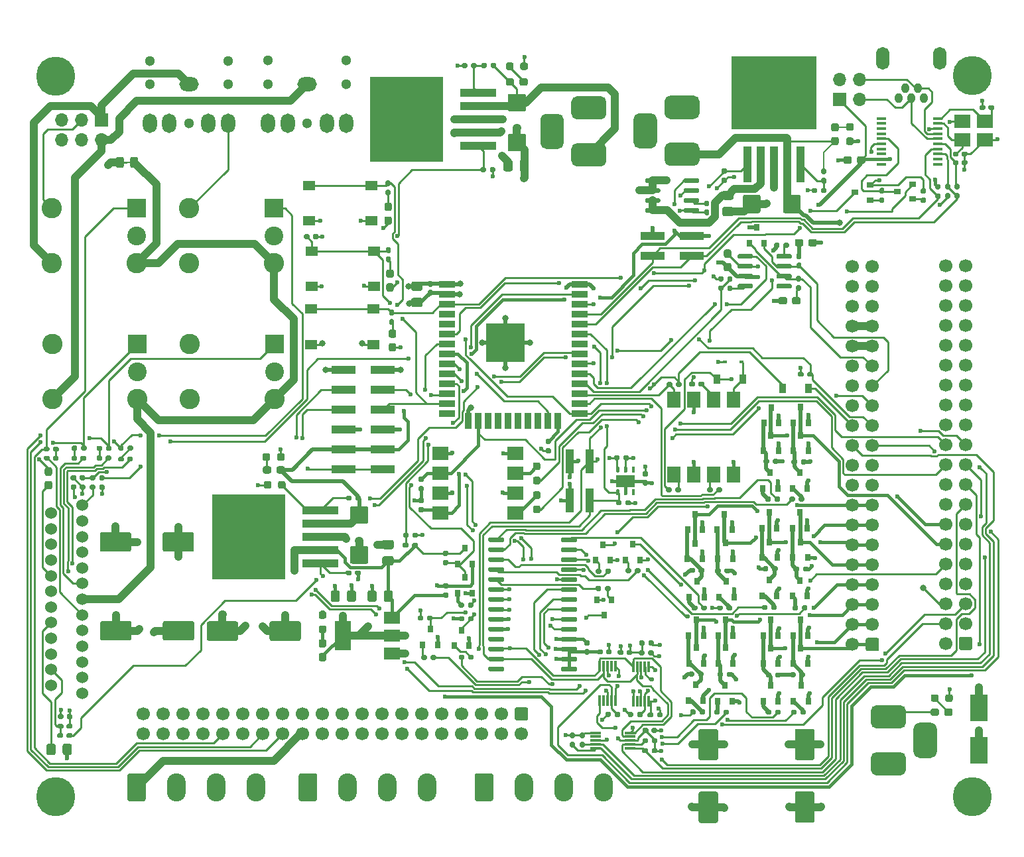
<source format=gbr>
G04 #@! TF.GenerationSoftware,KiCad,Pcbnew,5.1.7-a382d34a88~90~ubuntu20.04.1*
G04 #@! TF.CreationDate,2022-01-24T09:39:31-06:00*
G04 #@! TF.ProjectId,open-dash-daughterboard,6f70656e-2d64-4617-9368-2d6461756768,rev?*
G04 #@! TF.SameCoordinates,Original*
G04 #@! TF.FileFunction,Copper,L1,Top*
G04 #@! TF.FilePolarity,Positive*
%FSLAX46Y46*%
G04 Gerber Fmt 4.6, Leading zero omitted, Abs format (unit mm)*
G04 Created by KiCad (PCBNEW 5.1.7-a382d34a88~90~ubuntu20.04.1) date 2022-01-24 09:39:31*
%MOMM*%
%LPD*%
G01*
G04 APERTURE LIST*
G04 #@! TA.AperFunction,SMDPad,CuDef*
%ADD10R,3.150000X1.000000*%
G04 #@! TD*
G04 #@! TA.AperFunction,ComponentPad*
%ADD11O,2.400000X3.600000*%
G04 #@! TD*
G04 #@! TA.AperFunction,SMDPad,CuDef*
%ADD12R,2.000000X1.500000*%
G04 #@! TD*
G04 #@! TA.AperFunction,SMDPad,CuDef*
%ADD13R,2.000000X3.800000*%
G04 #@! TD*
G04 #@! TA.AperFunction,SMDPad,CuDef*
%ADD14R,0.900000X1.200000*%
G04 #@! TD*
G04 #@! TA.AperFunction,SMDPad,CuDef*
%ADD15R,0.600000X0.450000*%
G04 #@! TD*
G04 #@! TA.AperFunction,ComponentPad*
%ADD16O,1.700000X1.700000*%
G04 #@! TD*
G04 #@! TA.AperFunction,ComponentPad*
%ADD17R,1.700000X1.700000*%
G04 #@! TD*
G04 #@! TA.AperFunction,SMDPad,CuDef*
%ADD18R,0.800000X0.900000*%
G04 #@! TD*
G04 #@! TA.AperFunction,ComponentPad*
%ADD19C,1.300000*%
G04 #@! TD*
G04 #@! TA.AperFunction,ComponentPad*
%ADD20O,2.500000X1.800000*%
G04 #@! TD*
G04 #@! TA.AperFunction,ComponentPad*
%ADD21O,1.800000X2.500000*%
G04 #@! TD*
G04 #@! TA.AperFunction,SMDPad,CuDef*
%ADD22R,1.270000X0.325000*%
G04 #@! TD*
G04 #@! TA.AperFunction,SMDPad,CuDef*
%ADD23R,0.900000X0.800000*%
G04 #@! TD*
G04 #@! TA.AperFunction,SMDPad,CuDef*
%ADD24R,2.100000X1.800000*%
G04 #@! TD*
G04 #@! TA.AperFunction,ComponentPad*
%ADD25O,1.000000X1.300000*%
G04 #@! TD*
G04 #@! TA.AperFunction,ComponentPad*
%ADD26O,1.700000X2.900000*%
G04 #@! TD*
G04 #@! TA.AperFunction,ComponentPad*
%ADD27C,2.400000*%
G04 #@! TD*
G04 #@! TA.AperFunction,ComponentPad*
%ADD28C,2.600000*%
G04 #@! TD*
G04 #@! TA.AperFunction,ComponentPad*
%ADD29R,2.400000X2.400000*%
G04 #@! TD*
G04 #@! TA.AperFunction,ComponentPad*
%ADD30C,1.524000*%
G04 #@! TD*
G04 #@! TA.AperFunction,SMDPad,CuDef*
%ADD31R,0.300000X1.400000*%
G04 #@! TD*
G04 #@! TA.AperFunction,SMDPad,CuDef*
%ADD32R,1.400000X0.300000*%
G04 #@! TD*
G04 #@! TA.AperFunction,SMDPad,CuDef*
%ADD33R,1.780000X2.000000*%
G04 #@! TD*
G04 #@! TA.AperFunction,SMDPad,CuDef*
%ADD34R,2.000000X1.780000*%
G04 #@! TD*
G04 #@! TA.AperFunction,SMDPad,CuDef*
%ADD35R,2.400000X1.500000*%
G04 #@! TD*
G04 #@! TA.AperFunction,ComponentPad*
%ADD36C,1.700000*%
G04 #@! TD*
G04 #@! TA.AperFunction,SMDPad,CuDef*
%ADD37R,2.000000X0.900000*%
G04 #@! TD*
G04 #@! TA.AperFunction,SMDPad,CuDef*
%ADD38R,0.900000X2.000000*%
G04 #@! TD*
G04 #@! TA.AperFunction,SMDPad,CuDef*
%ADD39R,5.000000X5.000000*%
G04 #@! TD*
G04 #@! TA.AperFunction,SMDPad,CuDef*
%ADD40R,1.000000X3.150000*%
G04 #@! TD*
G04 #@! TA.AperFunction,ComponentPad*
%ADD41C,5.000000*%
G04 #@! TD*
G04 #@! TA.AperFunction,SMDPad,CuDef*
%ADD42R,1.550000X1.300000*%
G04 #@! TD*
G04 #@! TA.AperFunction,SMDPad,CuDef*
%ADD43R,1.100000X4.600000*%
G04 #@! TD*
G04 #@! TA.AperFunction,SMDPad,CuDef*
%ADD44R,10.800000X9.400000*%
G04 #@! TD*
G04 #@! TA.AperFunction,SMDPad,CuDef*
%ADD45R,4.600000X1.100000*%
G04 #@! TD*
G04 #@! TA.AperFunction,SMDPad,CuDef*
%ADD46R,9.400000X10.800000*%
G04 #@! TD*
G04 #@! TA.AperFunction,SMDPad,CuDef*
%ADD47R,2.300000X3.500000*%
G04 #@! TD*
G04 #@! TA.AperFunction,SMDPad,CuDef*
%ADD48R,1.000000X0.250000*%
G04 #@! TD*
G04 #@! TA.AperFunction,ViaPad*
%ADD49C,1.000000*%
G04 #@! TD*
G04 #@! TA.AperFunction,ViaPad*
%ADD50C,0.600000*%
G04 #@! TD*
G04 #@! TA.AperFunction,ViaPad*
%ADD51C,1.500000*%
G04 #@! TD*
G04 #@! TA.AperFunction,ViaPad*
%ADD52C,0.800000*%
G04 #@! TD*
G04 #@! TA.AperFunction,Conductor*
%ADD53C,1.000000*%
G04 #@! TD*
G04 #@! TA.AperFunction,Conductor*
%ADD54C,0.400000*%
G04 #@! TD*
G04 #@! TA.AperFunction,Conductor*
%ADD55C,0.250000*%
G04 #@! TD*
G04 #@! TA.AperFunction,Conductor*
%ADD56C,0.500000*%
G04 #@! TD*
G04 #@! TA.AperFunction,Conductor*
%ADD57C,0.200000*%
G04 #@! TD*
G04 APERTURE END LIST*
G04 #@! TA.AperFunction,SMDPad,CuDef*
G36*
G01*
X178197500Y-68067500D02*
X177722500Y-68067500D01*
G75*
G02*
X177485000Y-67830000I0J237500D01*
G01*
X177485000Y-67230000D01*
G75*
G02*
X177722500Y-66992500I237500J0D01*
G01*
X178197500Y-66992500D01*
G75*
G02*
X178435000Y-67230000I0J-237500D01*
G01*
X178435000Y-67830000D01*
G75*
G02*
X178197500Y-68067500I-237500J0D01*
G01*
G37*
G04 #@! TD.AperFunction*
G04 #@! TA.AperFunction,SMDPad,CuDef*
G36*
G01*
X178197500Y-69792500D02*
X177722500Y-69792500D01*
G75*
G02*
X177485000Y-69555000I0J237500D01*
G01*
X177485000Y-68955000D01*
G75*
G02*
X177722500Y-68717500I237500J0D01*
G01*
X178197500Y-68717500D01*
G75*
G02*
X178435000Y-68955000I0J-237500D01*
G01*
X178435000Y-69555000D01*
G75*
G02*
X178197500Y-69792500I-237500J0D01*
G01*
G37*
G04 #@! TD.AperFunction*
D10*
X173410000Y-67810000D03*
X168360000Y-67810000D03*
X173410000Y-65270000D03*
X168360000Y-65270000D03*
G04 #@! TA.AperFunction,SMDPad,CuDef*
G36*
G01*
X100902500Y-93635000D02*
X100902500Y-93945000D01*
G75*
G02*
X100747500Y-94100000I-155000J0D01*
G01*
X100322500Y-94100000D01*
G75*
G02*
X100167500Y-93945000I0J155000D01*
G01*
X100167500Y-93635000D01*
G75*
G02*
X100322500Y-93480000I155000J0D01*
G01*
X100747500Y-93480000D01*
G75*
G02*
X100902500Y-93635000I0J-155000D01*
G01*
G37*
G04 #@! TD.AperFunction*
G04 #@! TA.AperFunction,SMDPad,CuDef*
G36*
G01*
X102037500Y-93635000D02*
X102037500Y-93945000D01*
G75*
G02*
X101882500Y-94100000I-155000J0D01*
G01*
X101457500Y-94100000D01*
G75*
G02*
X101302500Y-93945000I0J155000D01*
G01*
X101302500Y-93635000D01*
G75*
G02*
X101457500Y-93480000I155000J0D01*
G01*
X101882500Y-93480000D01*
G75*
G02*
X102037500Y-93635000I0J-155000D01*
G01*
G37*
G04 #@! TD.AperFunction*
G04 #@! TA.AperFunction,SMDPad,CuDef*
G36*
G01*
X100865000Y-92210000D02*
X100865000Y-92530000D01*
G75*
G02*
X100705000Y-92690000I-160000J0D01*
G01*
X100310000Y-92690000D01*
G75*
G02*
X100150000Y-92530000I0J160000D01*
G01*
X100150000Y-92210000D01*
G75*
G02*
X100310000Y-92050000I160000J0D01*
G01*
X100705000Y-92050000D01*
G75*
G02*
X100865000Y-92210000I0J-160000D01*
G01*
G37*
G04 #@! TD.AperFunction*
G04 #@! TA.AperFunction,SMDPad,CuDef*
G36*
G01*
X102060000Y-92210000D02*
X102060000Y-92530000D01*
G75*
G02*
X101900000Y-92690000I-160000J0D01*
G01*
X101505000Y-92690000D01*
G75*
G02*
X101345000Y-92530000I0J160000D01*
G01*
X101345000Y-92210000D01*
G75*
G02*
X101505000Y-92050000I160000J0D01*
G01*
X101900000Y-92050000D01*
G75*
G02*
X102060000Y-92210000I0J-160000D01*
G01*
G37*
G04 #@! TD.AperFunction*
D11*
X139625000Y-135700000D03*
X134545000Y-135700000D03*
X129465000Y-135700000D03*
G04 #@! TA.AperFunction,ComponentPad*
G36*
G01*
X123185000Y-137166400D02*
X123185000Y-134233600D01*
G75*
G02*
X123518600Y-133900000I333600J0D01*
G01*
X125251400Y-133900000D01*
G75*
G02*
X125585000Y-134233600I0J-333600D01*
G01*
X125585000Y-137166400D01*
G75*
G02*
X125251400Y-137500000I-333600J0D01*
G01*
X123518600Y-137500000D01*
G75*
G02*
X123185000Y-137166400I0J333600D01*
G01*
G37*
G04 #@! TD.AperFunction*
X117740000Y-135715000D03*
X112660000Y-135715000D03*
X107580000Y-135715000D03*
G04 #@! TA.AperFunction,ComponentPad*
G36*
G01*
X101300000Y-137181400D02*
X101300000Y-134248600D01*
G75*
G02*
X101633600Y-133915000I333600J0D01*
G01*
X103366400Y-133915000D01*
G75*
G02*
X103700000Y-134248600I0J-333600D01*
G01*
X103700000Y-137181400D01*
G75*
G02*
X103366400Y-137515000I-333600J0D01*
G01*
X101633600Y-137515000D01*
G75*
G02*
X101300000Y-137181400I0J333600D01*
G01*
G37*
G04 #@! TD.AperFunction*
X162105000Y-135700000D03*
X157025000Y-135700000D03*
X151945000Y-135700000D03*
G04 #@! TA.AperFunction,ComponentPad*
G36*
G01*
X145665000Y-137166400D02*
X145665000Y-134233600D01*
G75*
G02*
X145998600Y-133900000I333600J0D01*
G01*
X147731400Y-133900000D01*
G75*
G02*
X148065000Y-134233600I0J-333600D01*
G01*
X148065000Y-137166400D01*
G75*
G02*
X147731400Y-137500000I-333600J0D01*
G01*
X145998600Y-137500000D01*
G75*
G02*
X145665000Y-137166400I0J333600D01*
G01*
G37*
G04 #@! TD.AperFunction*
D12*
X135110000Y-118640000D03*
X135110000Y-114040000D03*
X135110000Y-116340000D03*
D13*
X128810000Y-116340000D03*
D14*
X179900000Y-83600000D03*
X176600000Y-83600000D03*
D15*
X177650000Y-81325000D03*
X179750000Y-81325000D03*
D14*
X185000000Y-84760000D03*
X188300000Y-84760000D03*
D16*
X194790000Y-45260000D03*
X194790000Y-47800000D03*
X192250000Y-45260000D03*
D17*
X192250000Y-47800000D03*
G04 #@! TA.AperFunction,SMDPad,CuDef*
G36*
G01*
X204640000Y-59825000D02*
X204960000Y-59825000D01*
G75*
G02*
X205120000Y-59985000I0J-160000D01*
G01*
X205120000Y-60380000D01*
G75*
G02*
X204960000Y-60540000I-160000J0D01*
G01*
X204640000Y-60540000D01*
G75*
G02*
X204480000Y-60380000I0J160000D01*
G01*
X204480000Y-59985000D01*
G75*
G02*
X204640000Y-59825000I160000J0D01*
G01*
G37*
G04 #@! TD.AperFunction*
G04 #@! TA.AperFunction,SMDPad,CuDef*
G36*
G01*
X204640000Y-58630000D02*
X204960000Y-58630000D01*
G75*
G02*
X205120000Y-58790000I0J-160000D01*
G01*
X205120000Y-59185000D01*
G75*
G02*
X204960000Y-59345000I-160000J0D01*
G01*
X204640000Y-59345000D01*
G75*
G02*
X204480000Y-59185000I0J160000D01*
G01*
X204480000Y-58790000D01*
G75*
G02*
X204640000Y-58630000I160000J0D01*
G01*
G37*
G04 #@! TD.AperFunction*
G04 #@! TA.AperFunction,SMDPad,CuDef*
G36*
G01*
X142120000Y-106167500D02*
X141800000Y-106167500D01*
G75*
G02*
X141640000Y-106007500I0J160000D01*
G01*
X141640000Y-105612500D01*
G75*
G02*
X141800000Y-105452500I160000J0D01*
G01*
X142120000Y-105452500D01*
G75*
G02*
X142280000Y-105612500I0J-160000D01*
G01*
X142280000Y-106007500D01*
G75*
G02*
X142120000Y-106167500I-160000J0D01*
G01*
G37*
G04 #@! TD.AperFunction*
G04 #@! TA.AperFunction,SMDPad,CuDef*
G36*
G01*
X142120000Y-107362500D02*
X141800000Y-107362500D01*
G75*
G02*
X141640000Y-107202500I0J160000D01*
G01*
X141640000Y-106807500D01*
G75*
G02*
X141800000Y-106647500I160000J0D01*
G01*
X142120000Y-106647500D01*
G75*
G02*
X142280000Y-106807500I0J-160000D01*
G01*
X142280000Y-107202500D01*
G75*
G02*
X142120000Y-107362500I-160000J0D01*
G01*
G37*
G04 #@! TD.AperFunction*
D18*
X144410000Y-105180000D03*
X145360000Y-107180000D03*
X143460000Y-107180000D03*
G04 #@! TA.AperFunction,SMDPad,CuDef*
G36*
G01*
X125010000Y-65520000D02*
X125010000Y-65210000D01*
G75*
G02*
X125165000Y-65055000I155000J0D01*
G01*
X125590000Y-65055000D01*
G75*
G02*
X125745000Y-65210000I0J-155000D01*
G01*
X125745000Y-65520000D01*
G75*
G02*
X125590000Y-65675000I-155000J0D01*
G01*
X125165000Y-65675000D01*
G75*
G02*
X125010000Y-65520000I0J155000D01*
G01*
G37*
G04 #@! TD.AperFunction*
G04 #@! TA.AperFunction,SMDPad,CuDef*
G36*
G01*
X123875000Y-65520000D02*
X123875000Y-65210000D01*
G75*
G02*
X124030000Y-65055000I155000J0D01*
G01*
X124455000Y-65055000D01*
G75*
G02*
X124610000Y-65210000I0J-155000D01*
G01*
X124610000Y-65520000D01*
G75*
G02*
X124455000Y-65675000I-155000J0D01*
G01*
X124030000Y-65675000D01*
G75*
G02*
X123875000Y-65520000I0J155000D01*
G01*
G37*
G04 #@! TD.AperFunction*
D19*
X129303800Y-42861300D03*
X119296200Y-42861300D03*
X119296200Y-45871200D03*
X129303800Y-45871200D03*
D20*
X124300000Y-45871200D03*
D19*
X124300000Y-50875000D03*
D21*
X129303800Y-50875000D03*
X119296200Y-50875000D03*
X121798100Y-50875000D03*
X126801900Y-50875000D03*
D16*
X92975000Y-52990000D03*
X92975000Y-50450000D03*
X95515000Y-52990000D03*
X95515000Y-50450000D03*
X98055000Y-52990000D03*
D17*
X98055000Y-50450000D03*
D22*
X197590500Y-56115000D03*
X197590500Y-55465000D03*
X197590500Y-54815000D03*
X197590500Y-54165000D03*
X197590500Y-53515000D03*
X197590500Y-52865000D03*
X197590500Y-52215000D03*
X197590500Y-51565000D03*
X197590500Y-50915000D03*
X197590500Y-50265000D03*
X204829500Y-50265000D03*
X204829500Y-50915000D03*
X204829500Y-51565000D03*
X204829500Y-52215000D03*
X204829500Y-52865000D03*
X204829500Y-53515000D03*
X204829500Y-54165000D03*
X204829500Y-54815000D03*
X204829500Y-55465000D03*
X204829500Y-56115000D03*
G04 #@! TA.AperFunction,SMDPad,CuDef*
G36*
G01*
X184195001Y-68045001D02*
X184195001Y-67745001D01*
G75*
G02*
X184345001Y-67595001I150000J0D01*
G01*
X185995001Y-67595001D01*
G75*
G02*
X186145001Y-67745001I0J-150000D01*
G01*
X186145001Y-68045001D01*
G75*
G02*
X185995001Y-68195001I-150000J0D01*
G01*
X184345001Y-68195001D01*
G75*
G02*
X184195001Y-68045001I0J150000D01*
G01*
G37*
G04 #@! TD.AperFunction*
G04 #@! TA.AperFunction,SMDPad,CuDef*
G36*
G01*
X184195001Y-69315001D02*
X184195001Y-69015001D01*
G75*
G02*
X184345001Y-68865001I150000J0D01*
G01*
X185995001Y-68865001D01*
G75*
G02*
X186145001Y-69015001I0J-150000D01*
G01*
X186145001Y-69315001D01*
G75*
G02*
X185995001Y-69465001I-150000J0D01*
G01*
X184345001Y-69465001D01*
G75*
G02*
X184195001Y-69315001I0J150000D01*
G01*
G37*
G04 #@! TD.AperFunction*
G04 #@! TA.AperFunction,SMDPad,CuDef*
G36*
G01*
X184195001Y-70585001D02*
X184195001Y-70285001D01*
G75*
G02*
X184345001Y-70135001I150000J0D01*
G01*
X185995001Y-70135001D01*
G75*
G02*
X186145001Y-70285001I0J-150000D01*
G01*
X186145001Y-70585001D01*
G75*
G02*
X185995001Y-70735001I-150000J0D01*
G01*
X184345001Y-70735001D01*
G75*
G02*
X184195001Y-70585001I0J150000D01*
G01*
G37*
G04 #@! TD.AperFunction*
G04 #@! TA.AperFunction,SMDPad,CuDef*
G36*
G01*
X184195001Y-71855001D02*
X184195001Y-71555001D01*
G75*
G02*
X184345001Y-71405001I150000J0D01*
G01*
X185995001Y-71405001D01*
G75*
G02*
X186145001Y-71555001I0J-150000D01*
G01*
X186145001Y-71855001D01*
G75*
G02*
X185995001Y-72005001I-150000J0D01*
G01*
X184345001Y-72005001D01*
G75*
G02*
X184195001Y-71855001I0J150000D01*
G01*
G37*
G04 #@! TD.AperFunction*
G04 #@! TA.AperFunction,SMDPad,CuDef*
G36*
G01*
X179245001Y-71855001D02*
X179245001Y-71555001D01*
G75*
G02*
X179395001Y-71405001I150000J0D01*
G01*
X181045001Y-71405001D01*
G75*
G02*
X181195001Y-71555001I0J-150000D01*
G01*
X181195001Y-71855001D01*
G75*
G02*
X181045001Y-72005001I-150000J0D01*
G01*
X179395001Y-72005001D01*
G75*
G02*
X179245001Y-71855001I0J150000D01*
G01*
G37*
G04 #@! TD.AperFunction*
G04 #@! TA.AperFunction,SMDPad,CuDef*
G36*
G01*
X179245001Y-70585001D02*
X179245001Y-70285001D01*
G75*
G02*
X179395001Y-70135001I150000J0D01*
G01*
X181045001Y-70135001D01*
G75*
G02*
X181195001Y-70285001I0J-150000D01*
G01*
X181195001Y-70585001D01*
G75*
G02*
X181045001Y-70735001I-150000J0D01*
G01*
X179395001Y-70735001D01*
G75*
G02*
X179245001Y-70585001I0J150000D01*
G01*
G37*
G04 #@! TD.AperFunction*
G04 #@! TA.AperFunction,SMDPad,CuDef*
G36*
G01*
X179245001Y-69315001D02*
X179245001Y-69015001D01*
G75*
G02*
X179395001Y-68865001I150000J0D01*
G01*
X181045001Y-68865001D01*
G75*
G02*
X181195001Y-69015001I0J-150000D01*
G01*
X181195001Y-69315001D01*
G75*
G02*
X181045001Y-69465001I-150000J0D01*
G01*
X179395001Y-69465001D01*
G75*
G02*
X179245001Y-69315001I0J150000D01*
G01*
G37*
G04 #@! TD.AperFunction*
G04 #@! TA.AperFunction,SMDPad,CuDef*
G36*
G01*
X179245001Y-68045001D02*
X179245001Y-67745001D01*
G75*
G02*
X179395001Y-67595001I150000J0D01*
G01*
X181045001Y-67595001D01*
G75*
G02*
X181195001Y-67745001I0J-150000D01*
G01*
X181195001Y-68045001D01*
G75*
G02*
X181045001Y-68195001I-150000J0D01*
G01*
X179395001Y-68195001D01*
G75*
G02*
X179245001Y-68045001I0J150000D01*
G01*
G37*
G04 #@! TD.AperFunction*
G04 #@! TA.AperFunction,SMDPad,CuDef*
G36*
G01*
X172370000Y-58355000D02*
X172370000Y-58055000D01*
G75*
G02*
X172520000Y-57905000I150000J0D01*
G01*
X174170000Y-57905000D01*
G75*
G02*
X174320000Y-58055000I0J-150000D01*
G01*
X174320000Y-58355000D01*
G75*
G02*
X174170000Y-58505000I-150000J0D01*
G01*
X172520000Y-58505000D01*
G75*
G02*
X172370000Y-58355000I0J150000D01*
G01*
G37*
G04 #@! TD.AperFunction*
G04 #@! TA.AperFunction,SMDPad,CuDef*
G36*
G01*
X172370000Y-59625000D02*
X172370000Y-59325000D01*
G75*
G02*
X172520000Y-59175000I150000J0D01*
G01*
X174170000Y-59175000D01*
G75*
G02*
X174320000Y-59325000I0J-150000D01*
G01*
X174320000Y-59625000D01*
G75*
G02*
X174170000Y-59775000I-150000J0D01*
G01*
X172520000Y-59775000D01*
G75*
G02*
X172370000Y-59625000I0J150000D01*
G01*
G37*
G04 #@! TD.AperFunction*
G04 #@! TA.AperFunction,SMDPad,CuDef*
G36*
G01*
X172370000Y-60895000D02*
X172370000Y-60595000D01*
G75*
G02*
X172520000Y-60445000I150000J0D01*
G01*
X174170000Y-60445000D01*
G75*
G02*
X174320000Y-60595000I0J-150000D01*
G01*
X174320000Y-60895000D01*
G75*
G02*
X174170000Y-61045000I-150000J0D01*
G01*
X172520000Y-61045000D01*
G75*
G02*
X172370000Y-60895000I0J150000D01*
G01*
G37*
G04 #@! TD.AperFunction*
G04 #@! TA.AperFunction,SMDPad,CuDef*
G36*
G01*
X172370000Y-62165000D02*
X172370000Y-61865000D01*
G75*
G02*
X172520000Y-61715000I150000J0D01*
G01*
X174170000Y-61715000D01*
G75*
G02*
X174320000Y-61865000I0J-150000D01*
G01*
X174320000Y-62165000D01*
G75*
G02*
X174170000Y-62315000I-150000J0D01*
G01*
X172520000Y-62315000D01*
G75*
G02*
X172370000Y-62165000I0J150000D01*
G01*
G37*
G04 #@! TD.AperFunction*
G04 #@! TA.AperFunction,SMDPad,CuDef*
G36*
G01*
X167420000Y-62165000D02*
X167420000Y-61865000D01*
G75*
G02*
X167570000Y-61715000I150000J0D01*
G01*
X169220000Y-61715000D01*
G75*
G02*
X169370000Y-61865000I0J-150000D01*
G01*
X169370000Y-62165000D01*
G75*
G02*
X169220000Y-62315000I-150000J0D01*
G01*
X167570000Y-62315000D01*
G75*
G02*
X167420000Y-62165000I0J150000D01*
G01*
G37*
G04 #@! TD.AperFunction*
G04 #@! TA.AperFunction,SMDPad,CuDef*
G36*
G01*
X167420000Y-60895000D02*
X167420000Y-60595000D01*
G75*
G02*
X167570000Y-60445000I150000J0D01*
G01*
X169220000Y-60445000D01*
G75*
G02*
X169370000Y-60595000I0J-150000D01*
G01*
X169370000Y-60895000D01*
G75*
G02*
X169220000Y-61045000I-150000J0D01*
G01*
X167570000Y-61045000D01*
G75*
G02*
X167420000Y-60895000I0J150000D01*
G01*
G37*
G04 #@! TD.AperFunction*
G04 #@! TA.AperFunction,SMDPad,CuDef*
G36*
G01*
X167420000Y-59625000D02*
X167420000Y-59325000D01*
G75*
G02*
X167570000Y-59175000I150000J0D01*
G01*
X169220000Y-59175000D01*
G75*
G02*
X169370000Y-59325000I0J-150000D01*
G01*
X169370000Y-59625000D01*
G75*
G02*
X169220000Y-59775000I-150000J0D01*
G01*
X167570000Y-59775000D01*
G75*
G02*
X167420000Y-59625000I0J150000D01*
G01*
G37*
G04 #@! TD.AperFunction*
G04 #@! TA.AperFunction,SMDPad,CuDef*
G36*
G01*
X167420000Y-58355000D02*
X167420000Y-58055000D01*
G75*
G02*
X167570000Y-57905000I150000J0D01*
G01*
X169220000Y-57905000D01*
G75*
G02*
X169370000Y-58055000I0J-150000D01*
G01*
X169370000Y-58355000D01*
G75*
G02*
X169220000Y-58505000I-150000J0D01*
G01*
X167570000Y-58505000D01*
G75*
G02*
X167420000Y-58355000I0J150000D01*
G01*
G37*
G04 #@! TD.AperFunction*
G04 #@! TA.AperFunction,SMDPad,CuDef*
G36*
G01*
X130410000Y-108480000D02*
X130410000Y-108160000D01*
G75*
G02*
X130570000Y-108000000I160000J0D01*
G01*
X130965000Y-108000000D01*
G75*
G02*
X131125000Y-108160000I0J-160000D01*
G01*
X131125000Y-108480000D01*
G75*
G02*
X130965000Y-108640000I-160000J0D01*
G01*
X130570000Y-108640000D01*
G75*
G02*
X130410000Y-108480000I0J160000D01*
G01*
G37*
G04 #@! TD.AperFunction*
G04 #@! TA.AperFunction,SMDPad,CuDef*
G36*
G01*
X129215000Y-108480000D02*
X129215000Y-108160000D01*
G75*
G02*
X129375000Y-108000000I160000J0D01*
G01*
X129770000Y-108000000D01*
G75*
G02*
X129930000Y-108160000I0J-160000D01*
G01*
X129930000Y-108480000D01*
G75*
G02*
X129770000Y-108640000I-160000J0D01*
G01*
X129375000Y-108640000D01*
G75*
G02*
X129215000Y-108480000I0J160000D01*
G01*
G37*
G04 #@! TD.AperFunction*
G04 #@! TA.AperFunction,SMDPad,CuDef*
G36*
G01*
X207110000Y-59800000D02*
X207430000Y-59800000D01*
G75*
G02*
X207590000Y-59960000I0J-160000D01*
G01*
X207590000Y-60355000D01*
G75*
G02*
X207430000Y-60515000I-160000J0D01*
G01*
X207110000Y-60515000D01*
G75*
G02*
X206950000Y-60355000I0J160000D01*
G01*
X206950000Y-59960000D01*
G75*
G02*
X207110000Y-59800000I160000J0D01*
G01*
G37*
G04 #@! TD.AperFunction*
G04 #@! TA.AperFunction,SMDPad,CuDef*
G36*
G01*
X207110000Y-58605000D02*
X207430000Y-58605000D01*
G75*
G02*
X207590000Y-58765000I0J-160000D01*
G01*
X207590000Y-59160000D01*
G75*
G02*
X207430000Y-59320000I-160000J0D01*
G01*
X207110000Y-59320000D01*
G75*
G02*
X206950000Y-59160000I0J160000D01*
G01*
X206950000Y-58765000D01*
G75*
G02*
X207110000Y-58605000I160000J0D01*
G01*
G37*
G04 #@! TD.AperFunction*
G04 #@! TA.AperFunction,SMDPad,CuDef*
G36*
G01*
X187315000Y-94285000D02*
X187315000Y-93965000D01*
G75*
G02*
X187475000Y-93805000I160000J0D01*
G01*
X187870000Y-93805000D01*
G75*
G02*
X188030000Y-93965000I0J-160000D01*
G01*
X188030000Y-94285000D01*
G75*
G02*
X187870000Y-94445000I-160000J0D01*
G01*
X187475000Y-94445000D01*
G75*
G02*
X187315000Y-94285000I0J160000D01*
G01*
G37*
G04 #@! TD.AperFunction*
G04 #@! TA.AperFunction,SMDPad,CuDef*
G36*
G01*
X186120000Y-94285000D02*
X186120000Y-93965000D01*
G75*
G02*
X186280000Y-93805000I160000J0D01*
G01*
X186675000Y-93805000D01*
G75*
G02*
X186835000Y-93965000I0J-160000D01*
G01*
X186835000Y-94285000D01*
G75*
G02*
X186675000Y-94445000I-160000J0D01*
G01*
X186280000Y-94445000D01*
G75*
G02*
X186120000Y-94285000I0J160000D01*
G01*
G37*
G04 #@! TD.AperFunction*
G04 #@! TA.AperFunction,SMDPad,CuDef*
G36*
G01*
X187040000Y-99035000D02*
X187040000Y-98715000D01*
G75*
G02*
X187200000Y-98555000I160000J0D01*
G01*
X187595000Y-98555000D01*
G75*
G02*
X187755000Y-98715000I0J-160000D01*
G01*
X187755000Y-99035000D01*
G75*
G02*
X187595000Y-99195000I-160000J0D01*
G01*
X187200000Y-99195000D01*
G75*
G02*
X187040000Y-99035000I0J160000D01*
G01*
G37*
G04 #@! TD.AperFunction*
G04 #@! TA.AperFunction,SMDPad,CuDef*
G36*
G01*
X185845000Y-99035000D02*
X185845000Y-98715000D01*
G75*
G02*
X186005000Y-98555000I160000J0D01*
G01*
X186400000Y-98555000D01*
G75*
G02*
X186560000Y-98715000I0J-160000D01*
G01*
X186560000Y-99035000D01*
G75*
G02*
X186400000Y-99195000I-160000J0D01*
G01*
X186005000Y-99195000D01*
G75*
G02*
X185845000Y-99035000I0J160000D01*
G01*
G37*
G04 #@! TD.AperFunction*
G04 #@! TA.AperFunction,SMDPad,CuDef*
G36*
G01*
X183737500Y-94210000D02*
X183737500Y-93890000D01*
G75*
G02*
X183897500Y-93730000I160000J0D01*
G01*
X184292500Y-93730000D01*
G75*
G02*
X184452500Y-93890000I0J-160000D01*
G01*
X184452500Y-94210000D01*
G75*
G02*
X184292500Y-94370000I-160000J0D01*
G01*
X183897500Y-94370000D01*
G75*
G02*
X183737500Y-94210000I0J160000D01*
G01*
G37*
G04 #@! TD.AperFunction*
G04 #@! TA.AperFunction,SMDPad,CuDef*
G36*
G01*
X182542500Y-94210000D02*
X182542500Y-93890000D01*
G75*
G02*
X182702500Y-93730000I160000J0D01*
G01*
X183097500Y-93730000D01*
G75*
G02*
X183257500Y-93890000I0J-160000D01*
G01*
X183257500Y-94210000D01*
G75*
G02*
X183097500Y-94370000I-160000J0D01*
G01*
X182702500Y-94370000D01*
G75*
G02*
X182542500Y-94210000I0J160000D01*
G01*
G37*
G04 #@! TD.AperFunction*
G04 #@! TA.AperFunction,SMDPad,CuDef*
G36*
G01*
X183485000Y-98740000D02*
X183485000Y-99060000D01*
G75*
G02*
X183325000Y-99220000I-160000J0D01*
G01*
X182930000Y-99220000D01*
G75*
G02*
X182770000Y-99060000I0J160000D01*
G01*
X182770000Y-98740000D01*
G75*
G02*
X182930000Y-98580000I160000J0D01*
G01*
X183325000Y-98580000D01*
G75*
G02*
X183485000Y-98740000I0J-160000D01*
G01*
G37*
G04 #@! TD.AperFunction*
G04 #@! TA.AperFunction,SMDPad,CuDef*
G36*
G01*
X184680000Y-98740000D02*
X184680000Y-99060000D01*
G75*
G02*
X184520000Y-99220000I-160000J0D01*
G01*
X184125000Y-99220000D01*
G75*
G02*
X183965000Y-99060000I0J160000D01*
G01*
X183965000Y-98740000D01*
G75*
G02*
X184125000Y-98580000I160000J0D01*
G01*
X184520000Y-98580000D01*
G75*
G02*
X184680000Y-98740000I0J-160000D01*
G01*
G37*
G04 #@! TD.AperFunction*
G04 #@! TA.AperFunction,SMDPad,CuDef*
G36*
G01*
X173780000Y-107830000D02*
X173780000Y-108150000D01*
G75*
G02*
X173620000Y-108310000I-160000J0D01*
G01*
X173225000Y-108310000D01*
G75*
G02*
X173065000Y-108150000I0J160000D01*
G01*
X173065000Y-107830000D01*
G75*
G02*
X173225000Y-107670000I160000J0D01*
G01*
X173620000Y-107670000D01*
G75*
G02*
X173780000Y-107830000I0J-160000D01*
G01*
G37*
G04 #@! TD.AperFunction*
G04 #@! TA.AperFunction,SMDPad,CuDef*
G36*
G01*
X174975000Y-107830000D02*
X174975000Y-108150000D01*
G75*
G02*
X174815000Y-108310000I-160000J0D01*
G01*
X174420000Y-108310000D01*
G75*
G02*
X174260000Y-108150000I0J160000D01*
G01*
X174260000Y-107830000D01*
G75*
G02*
X174420000Y-107670000I160000J0D01*
G01*
X174815000Y-107670000D01*
G75*
G02*
X174975000Y-107830000I0J-160000D01*
G01*
G37*
G04 #@! TD.AperFunction*
G04 #@! TA.AperFunction,SMDPad,CuDef*
G36*
G01*
X174112500Y-112640000D02*
X174112500Y-112960000D01*
G75*
G02*
X173952500Y-113120000I-160000J0D01*
G01*
X173557500Y-113120000D01*
G75*
G02*
X173397500Y-112960000I0J160000D01*
G01*
X173397500Y-112640000D01*
G75*
G02*
X173557500Y-112480000I160000J0D01*
G01*
X173952500Y-112480000D01*
G75*
G02*
X174112500Y-112640000I0J-160000D01*
G01*
G37*
G04 #@! TD.AperFunction*
G04 #@! TA.AperFunction,SMDPad,CuDef*
G36*
G01*
X175307500Y-112640000D02*
X175307500Y-112960000D01*
G75*
G02*
X175147500Y-113120000I-160000J0D01*
G01*
X174752500Y-113120000D01*
G75*
G02*
X174592500Y-112960000I0J160000D01*
G01*
X174592500Y-112640000D01*
G75*
G02*
X174752500Y-112480000I160000J0D01*
G01*
X175147500Y-112480000D01*
G75*
G02*
X175307500Y-112640000I0J-160000D01*
G01*
G37*
G04 #@! TD.AperFunction*
G04 #@! TA.AperFunction,SMDPad,CuDef*
G36*
G01*
X177560000Y-108225000D02*
X177560000Y-107905000D01*
G75*
G02*
X177720000Y-107745000I160000J0D01*
G01*
X178115000Y-107745000D01*
G75*
G02*
X178275000Y-107905000I0J-160000D01*
G01*
X178275000Y-108225000D01*
G75*
G02*
X178115000Y-108385000I-160000J0D01*
G01*
X177720000Y-108385000D01*
G75*
G02*
X177560000Y-108225000I0J160000D01*
G01*
G37*
G04 #@! TD.AperFunction*
G04 #@! TA.AperFunction,SMDPad,CuDef*
G36*
G01*
X176365000Y-108225000D02*
X176365000Y-107905000D01*
G75*
G02*
X176525000Y-107745000I160000J0D01*
G01*
X176920000Y-107745000D01*
G75*
G02*
X177080000Y-107905000I0J-160000D01*
G01*
X177080000Y-108225000D01*
G75*
G02*
X176920000Y-108385000I-160000J0D01*
G01*
X176525000Y-108385000D01*
G75*
G02*
X176365000Y-108225000I0J160000D01*
G01*
G37*
G04 #@! TD.AperFunction*
G04 #@! TA.AperFunction,SMDPad,CuDef*
G36*
G01*
X177815000Y-112960000D02*
X177815000Y-112640000D01*
G75*
G02*
X177975000Y-112480000I160000J0D01*
G01*
X178370000Y-112480000D01*
G75*
G02*
X178530000Y-112640000I0J-160000D01*
G01*
X178530000Y-112960000D01*
G75*
G02*
X178370000Y-113120000I-160000J0D01*
G01*
X177975000Y-113120000D01*
G75*
G02*
X177815000Y-112960000I0J160000D01*
G01*
G37*
G04 #@! TD.AperFunction*
G04 #@! TA.AperFunction,SMDPad,CuDef*
G36*
G01*
X176620000Y-112960000D02*
X176620000Y-112640000D01*
G75*
G02*
X176780000Y-112480000I160000J0D01*
G01*
X177175000Y-112480000D01*
G75*
G02*
X177335000Y-112640000I0J-160000D01*
G01*
X177335000Y-112960000D01*
G75*
G02*
X177175000Y-113120000I-160000J0D01*
G01*
X176780000Y-113120000D01*
G75*
G02*
X176620000Y-112960000I0J160000D01*
G01*
G37*
G04 #@! TD.AperFunction*
G04 #@! TA.AperFunction,SMDPad,CuDef*
G36*
G01*
X183157500Y-107640000D02*
X183157500Y-107960000D01*
G75*
G02*
X182997500Y-108120000I-160000J0D01*
G01*
X182602500Y-108120000D01*
G75*
G02*
X182442500Y-107960000I0J160000D01*
G01*
X182442500Y-107640000D01*
G75*
G02*
X182602500Y-107480000I160000J0D01*
G01*
X182997500Y-107480000D01*
G75*
G02*
X183157500Y-107640000I0J-160000D01*
G01*
G37*
G04 #@! TD.AperFunction*
G04 #@! TA.AperFunction,SMDPad,CuDef*
G36*
G01*
X184352500Y-107640000D02*
X184352500Y-107960000D01*
G75*
G02*
X184192500Y-108120000I-160000J0D01*
G01*
X183797500Y-108120000D01*
G75*
G02*
X183637500Y-107960000I0J160000D01*
G01*
X183637500Y-107640000D01*
G75*
G02*
X183797500Y-107480000I160000J0D01*
G01*
X184192500Y-107480000D01*
G75*
G02*
X184352500Y-107640000I0J-160000D01*
G01*
G37*
G04 #@! TD.AperFunction*
G04 #@! TA.AperFunction,SMDPad,CuDef*
G36*
G01*
X183537500Y-112885000D02*
X183537500Y-112565000D01*
G75*
G02*
X183697500Y-112405000I160000J0D01*
G01*
X184092500Y-112405000D01*
G75*
G02*
X184252500Y-112565000I0J-160000D01*
G01*
X184252500Y-112885000D01*
G75*
G02*
X184092500Y-113045000I-160000J0D01*
G01*
X183697500Y-113045000D01*
G75*
G02*
X183537500Y-112885000I0J160000D01*
G01*
G37*
G04 #@! TD.AperFunction*
G04 #@! TA.AperFunction,SMDPad,CuDef*
G36*
G01*
X182342500Y-112885000D02*
X182342500Y-112565000D01*
G75*
G02*
X182502500Y-112405000I160000J0D01*
G01*
X182897500Y-112405000D01*
G75*
G02*
X183057500Y-112565000I0J-160000D01*
G01*
X183057500Y-112885000D01*
G75*
G02*
X182897500Y-113045000I-160000J0D01*
G01*
X182502500Y-113045000D01*
G75*
G02*
X182342500Y-112885000I0J160000D01*
G01*
G37*
G04 #@! TD.AperFunction*
G04 #@! TA.AperFunction,SMDPad,CuDef*
G36*
G01*
X187565000Y-107985000D02*
X187565000Y-107665000D01*
G75*
G02*
X187725000Y-107505000I160000J0D01*
G01*
X188120000Y-107505000D01*
G75*
G02*
X188280000Y-107665000I0J-160000D01*
G01*
X188280000Y-107985000D01*
G75*
G02*
X188120000Y-108145000I-160000J0D01*
G01*
X187725000Y-108145000D01*
G75*
G02*
X187565000Y-107985000I0J160000D01*
G01*
G37*
G04 #@! TD.AperFunction*
G04 #@! TA.AperFunction,SMDPad,CuDef*
G36*
G01*
X186370000Y-107985000D02*
X186370000Y-107665000D01*
G75*
G02*
X186530000Y-107505000I160000J0D01*
G01*
X186925000Y-107505000D01*
G75*
G02*
X187085000Y-107665000I0J-160000D01*
G01*
X187085000Y-107985000D01*
G75*
G02*
X186925000Y-108145000I-160000J0D01*
G01*
X186530000Y-108145000D01*
G75*
G02*
X186370000Y-107985000I0J160000D01*
G01*
G37*
G04 #@! TD.AperFunction*
G04 #@! TA.AperFunction,SMDPad,CuDef*
G36*
G01*
X186960000Y-112615000D02*
X186960000Y-112935000D01*
G75*
G02*
X186800000Y-113095000I-160000J0D01*
G01*
X186405000Y-113095000D01*
G75*
G02*
X186245000Y-112935000I0J160000D01*
G01*
X186245000Y-112615000D01*
G75*
G02*
X186405000Y-112455000I160000J0D01*
G01*
X186800000Y-112455000D01*
G75*
G02*
X186960000Y-112615000I0J-160000D01*
G01*
G37*
G04 #@! TD.AperFunction*
G04 #@! TA.AperFunction,SMDPad,CuDef*
G36*
G01*
X188155000Y-112615000D02*
X188155000Y-112935000D01*
G75*
G02*
X187995000Y-113095000I-160000J0D01*
G01*
X187600000Y-113095000D01*
G75*
G02*
X187440000Y-112935000I0J160000D01*
G01*
X187440000Y-112615000D01*
G75*
G02*
X187600000Y-112455000I160000J0D01*
G01*
X187995000Y-112455000D01*
G75*
G02*
X188155000Y-112615000I0J-160000D01*
G01*
G37*
G04 #@! TD.AperFunction*
G04 #@! TA.AperFunction,SMDPad,CuDef*
G36*
G01*
X173707500Y-121090000D02*
X173707500Y-121410000D01*
G75*
G02*
X173547500Y-121570000I-160000J0D01*
G01*
X173152500Y-121570000D01*
G75*
G02*
X172992500Y-121410000I0J160000D01*
G01*
X172992500Y-121090000D01*
G75*
G02*
X173152500Y-120930000I160000J0D01*
G01*
X173547500Y-120930000D01*
G75*
G02*
X173707500Y-121090000I0J-160000D01*
G01*
G37*
G04 #@! TD.AperFunction*
G04 #@! TA.AperFunction,SMDPad,CuDef*
G36*
G01*
X174902500Y-121090000D02*
X174902500Y-121410000D01*
G75*
G02*
X174742500Y-121570000I-160000J0D01*
G01*
X174347500Y-121570000D01*
G75*
G02*
X174187500Y-121410000I0J160000D01*
G01*
X174187500Y-121090000D01*
G75*
G02*
X174347500Y-120930000I160000J0D01*
G01*
X174742500Y-120930000D01*
G75*
G02*
X174902500Y-121090000I0J-160000D01*
G01*
G37*
G04 #@! TD.AperFunction*
G04 #@! TA.AperFunction,SMDPad,CuDef*
G36*
G01*
X174387500Y-126235000D02*
X174387500Y-125915000D01*
G75*
G02*
X174547500Y-125755000I160000J0D01*
G01*
X174942500Y-125755000D01*
G75*
G02*
X175102500Y-125915000I0J-160000D01*
G01*
X175102500Y-126235000D01*
G75*
G02*
X174942500Y-126395000I-160000J0D01*
G01*
X174547500Y-126395000D01*
G75*
G02*
X174387500Y-126235000I0J160000D01*
G01*
G37*
G04 #@! TD.AperFunction*
G04 #@! TA.AperFunction,SMDPad,CuDef*
G36*
G01*
X173192500Y-126235000D02*
X173192500Y-125915000D01*
G75*
G02*
X173352500Y-125755000I160000J0D01*
G01*
X173747500Y-125755000D01*
G75*
G02*
X173907500Y-125915000I0J-160000D01*
G01*
X173907500Y-126235000D01*
G75*
G02*
X173747500Y-126395000I-160000J0D01*
G01*
X173352500Y-126395000D01*
G75*
G02*
X173192500Y-126235000I0J160000D01*
G01*
G37*
G04 #@! TD.AperFunction*
G04 #@! TA.AperFunction,SMDPad,CuDef*
G36*
G01*
X177862500Y-121435000D02*
X177862500Y-121115000D01*
G75*
G02*
X178022500Y-120955000I160000J0D01*
G01*
X178417500Y-120955000D01*
G75*
G02*
X178577500Y-121115000I0J-160000D01*
G01*
X178577500Y-121435000D01*
G75*
G02*
X178417500Y-121595000I-160000J0D01*
G01*
X178022500Y-121595000D01*
G75*
G02*
X177862500Y-121435000I0J160000D01*
G01*
G37*
G04 #@! TD.AperFunction*
G04 #@! TA.AperFunction,SMDPad,CuDef*
G36*
G01*
X176667500Y-121435000D02*
X176667500Y-121115000D01*
G75*
G02*
X176827500Y-120955000I160000J0D01*
G01*
X177222500Y-120955000D01*
G75*
G02*
X177382500Y-121115000I0J-160000D01*
G01*
X177382500Y-121435000D01*
G75*
G02*
X177222500Y-121595000I-160000J0D01*
G01*
X176827500Y-121595000D01*
G75*
G02*
X176667500Y-121435000I0J160000D01*
G01*
G37*
G04 #@! TD.AperFunction*
G04 #@! TA.AperFunction,SMDPad,CuDef*
G36*
G01*
X176962500Y-125965000D02*
X176962500Y-126285000D01*
G75*
G02*
X176802500Y-126445000I-160000J0D01*
G01*
X176407500Y-126445000D01*
G75*
G02*
X176247500Y-126285000I0J160000D01*
G01*
X176247500Y-125965000D01*
G75*
G02*
X176407500Y-125805000I160000J0D01*
G01*
X176802500Y-125805000D01*
G75*
G02*
X176962500Y-125965000I0J-160000D01*
G01*
G37*
G04 #@! TD.AperFunction*
G04 #@! TA.AperFunction,SMDPad,CuDef*
G36*
G01*
X178157500Y-125965000D02*
X178157500Y-126285000D01*
G75*
G02*
X177997500Y-126445000I-160000J0D01*
G01*
X177602500Y-126445000D01*
G75*
G02*
X177442500Y-126285000I0J160000D01*
G01*
X177442500Y-125965000D01*
G75*
G02*
X177602500Y-125805000I160000J0D01*
G01*
X177997500Y-125805000D01*
G75*
G02*
X178157500Y-125965000I0J-160000D01*
G01*
G37*
G04 #@! TD.AperFunction*
G04 #@! TA.AperFunction,SMDPad,CuDef*
G36*
G01*
X184042500Y-121510000D02*
X184042500Y-121190000D01*
G75*
G02*
X184202500Y-121030000I160000J0D01*
G01*
X184597500Y-121030000D01*
G75*
G02*
X184757500Y-121190000I0J-160000D01*
G01*
X184757500Y-121510000D01*
G75*
G02*
X184597500Y-121670000I-160000J0D01*
G01*
X184202500Y-121670000D01*
G75*
G02*
X184042500Y-121510000I0J160000D01*
G01*
G37*
G04 #@! TD.AperFunction*
G04 #@! TA.AperFunction,SMDPad,CuDef*
G36*
G01*
X182847500Y-121510000D02*
X182847500Y-121190000D01*
G75*
G02*
X183007500Y-121030000I160000J0D01*
G01*
X183402500Y-121030000D01*
G75*
G02*
X183562500Y-121190000I0J-160000D01*
G01*
X183562500Y-121510000D01*
G75*
G02*
X183402500Y-121670000I-160000J0D01*
G01*
X183007500Y-121670000D01*
G75*
G02*
X182847500Y-121510000I0J160000D01*
G01*
G37*
G04 #@! TD.AperFunction*
G04 #@! TA.AperFunction,SMDPad,CuDef*
G36*
G01*
X183537500Y-125940000D02*
X183537500Y-126260000D01*
G75*
G02*
X183377500Y-126420000I-160000J0D01*
G01*
X182982500Y-126420000D01*
G75*
G02*
X182822500Y-126260000I0J160000D01*
G01*
X182822500Y-125940000D01*
G75*
G02*
X182982500Y-125780000I160000J0D01*
G01*
X183377500Y-125780000D01*
G75*
G02*
X183537500Y-125940000I0J-160000D01*
G01*
G37*
G04 #@! TD.AperFunction*
G04 #@! TA.AperFunction,SMDPad,CuDef*
G36*
G01*
X184732500Y-125940000D02*
X184732500Y-126260000D01*
G75*
G02*
X184572500Y-126420000I-160000J0D01*
G01*
X184177500Y-126420000D01*
G75*
G02*
X184017500Y-126260000I0J160000D01*
G01*
X184017500Y-125940000D01*
G75*
G02*
X184177500Y-125780000I160000J0D01*
G01*
X184572500Y-125780000D01*
G75*
G02*
X184732500Y-125940000I0J-160000D01*
G01*
G37*
G04 #@! TD.AperFunction*
G04 #@! TA.AperFunction,SMDPad,CuDef*
G36*
G01*
X186635000Y-121165000D02*
X186635000Y-121485000D01*
G75*
G02*
X186475000Y-121645000I-160000J0D01*
G01*
X186080000Y-121645000D01*
G75*
G02*
X185920000Y-121485000I0J160000D01*
G01*
X185920000Y-121165000D01*
G75*
G02*
X186080000Y-121005000I160000J0D01*
G01*
X186475000Y-121005000D01*
G75*
G02*
X186635000Y-121165000I0J-160000D01*
G01*
G37*
G04 #@! TD.AperFunction*
G04 #@! TA.AperFunction,SMDPad,CuDef*
G36*
G01*
X187830000Y-121165000D02*
X187830000Y-121485000D01*
G75*
G02*
X187670000Y-121645000I-160000J0D01*
G01*
X187275000Y-121645000D01*
G75*
G02*
X187115000Y-121485000I0J160000D01*
G01*
X187115000Y-121165000D01*
G75*
G02*
X187275000Y-121005000I160000J0D01*
G01*
X187670000Y-121005000D01*
G75*
G02*
X187830000Y-121165000I0J-160000D01*
G01*
G37*
G04 #@! TD.AperFunction*
G04 #@! TA.AperFunction,SMDPad,CuDef*
G36*
G01*
X187237500Y-126285000D02*
X187237500Y-125965000D01*
G75*
G02*
X187397500Y-125805000I160000J0D01*
G01*
X187792500Y-125805000D01*
G75*
G02*
X187952500Y-125965000I0J-160000D01*
G01*
X187952500Y-126285000D01*
G75*
G02*
X187792500Y-126445000I-160000J0D01*
G01*
X187397500Y-126445000D01*
G75*
G02*
X187237500Y-126285000I0J160000D01*
G01*
G37*
G04 #@! TD.AperFunction*
G04 #@! TA.AperFunction,SMDPad,CuDef*
G36*
G01*
X186042500Y-126285000D02*
X186042500Y-125965000D01*
G75*
G02*
X186202500Y-125805000I160000J0D01*
G01*
X186597500Y-125805000D01*
G75*
G02*
X186757500Y-125965000I0J-160000D01*
G01*
X186757500Y-126285000D01*
G75*
G02*
X186597500Y-126445000I-160000J0D01*
G01*
X186202500Y-126445000D01*
G75*
G02*
X186042500Y-126285000I0J160000D01*
G01*
G37*
G04 #@! TD.AperFunction*
G04 #@! TA.AperFunction,SMDPad,CuDef*
G36*
G01*
X165637500Y-107865000D02*
X165637500Y-108185000D01*
G75*
G02*
X165477500Y-108345000I-160000J0D01*
G01*
X165082500Y-108345000D01*
G75*
G02*
X164922500Y-108185000I0J160000D01*
G01*
X164922500Y-107865000D01*
G75*
G02*
X165082500Y-107705000I160000J0D01*
G01*
X165477500Y-107705000D01*
G75*
G02*
X165637500Y-107865000I0J-160000D01*
G01*
G37*
G04 #@! TD.AperFunction*
G04 #@! TA.AperFunction,SMDPad,CuDef*
G36*
G01*
X166832500Y-107865000D02*
X166832500Y-108185000D01*
G75*
G02*
X166672500Y-108345000I-160000J0D01*
G01*
X166277500Y-108345000D01*
G75*
G02*
X166117500Y-108185000I0J160000D01*
G01*
X166117500Y-107865000D01*
G75*
G02*
X166277500Y-107705000I160000J0D01*
G01*
X166672500Y-107705000D01*
G75*
G02*
X166832500Y-107865000I0J-160000D01*
G01*
G37*
G04 #@! TD.AperFunction*
G04 #@! TA.AperFunction,SMDPad,CuDef*
G36*
G01*
X162300000Y-110465000D02*
X162300000Y-110145000D01*
G75*
G02*
X162460000Y-109985000I160000J0D01*
G01*
X162855000Y-109985000D01*
G75*
G02*
X163015000Y-110145000I0J-160000D01*
G01*
X163015000Y-110465000D01*
G75*
G02*
X162855000Y-110625000I-160000J0D01*
G01*
X162460000Y-110625000D01*
G75*
G02*
X162300000Y-110465000I0J160000D01*
G01*
G37*
G04 #@! TD.AperFunction*
G04 #@! TA.AperFunction,SMDPad,CuDef*
G36*
G01*
X161105000Y-110465000D02*
X161105000Y-110145000D01*
G75*
G02*
X161265000Y-109985000I160000J0D01*
G01*
X161660000Y-109985000D01*
G75*
G02*
X161820000Y-110145000I0J-160000D01*
G01*
X161820000Y-110465000D01*
G75*
G02*
X161660000Y-110625000I-160000J0D01*
G01*
X161265000Y-110625000D01*
G75*
G02*
X161105000Y-110465000I0J160000D01*
G01*
G37*
G04 #@! TD.AperFunction*
G04 #@! TA.AperFunction,SMDPad,CuDef*
G36*
G01*
X161860000Y-107940000D02*
X161860000Y-108260000D01*
G75*
G02*
X161700000Y-108420000I-160000J0D01*
G01*
X161305000Y-108420000D01*
G75*
G02*
X161145000Y-108260000I0J160000D01*
G01*
X161145000Y-107940000D01*
G75*
G02*
X161305000Y-107780000I160000J0D01*
G01*
X161700000Y-107780000D01*
G75*
G02*
X161860000Y-107940000I0J-160000D01*
G01*
G37*
G04 #@! TD.AperFunction*
G04 #@! TA.AperFunction,SMDPad,CuDef*
G36*
G01*
X163055000Y-107940000D02*
X163055000Y-108260000D01*
G75*
G02*
X162895000Y-108420000I-160000J0D01*
G01*
X162500000Y-108420000D01*
G75*
G02*
X162340000Y-108260000I0J160000D01*
G01*
X162340000Y-107940000D01*
G75*
G02*
X162500000Y-107780000I160000J0D01*
G01*
X162895000Y-107780000D01*
G75*
G02*
X163055000Y-107940000I0J-160000D01*
G01*
G37*
G04 #@! TD.AperFunction*
G04 #@! TA.AperFunction,SMDPad,CuDef*
G36*
G01*
X205890000Y-59810000D02*
X206210000Y-59810000D01*
G75*
G02*
X206370000Y-59970000I0J-160000D01*
G01*
X206370000Y-60365000D01*
G75*
G02*
X206210000Y-60525000I-160000J0D01*
G01*
X205890000Y-60525000D01*
G75*
G02*
X205730000Y-60365000I0J160000D01*
G01*
X205730000Y-59970000D01*
G75*
G02*
X205890000Y-59810000I160000J0D01*
G01*
G37*
G04 #@! TD.AperFunction*
G04 #@! TA.AperFunction,SMDPad,CuDef*
G36*
G01*
X205890000Y-58615000D02*
X206210000Y-58615000D01*
G75*
G02*
X206370000Y-58775000I0J-160000D01*
G01*
X206370000Y-59170000D01*
G75*
G02*
X206210000Y-59330000I-160000J0D01*
G01*
X205890000Y-59330000D01*
G75*
G02*
X205730000Y-59170000I0J160000D01*
G01*
X205730000Y-58775000D01*
G75*
G02*
X205890000Y-58615000I160000J0D01*
G01*
G37*
G04 #@! TD.AperFunction*
G04 #@! TA.AperFunction,SMDPad,CuDef*
G36*
G01*
X203100000Y-59880000D02*
X202780000Y-59880000D01*
G75*
G02*
X202620000Y-59720000I0J160000D01*
G01*
X202620000Y-59325000D01*
G75*
G02*
X202780000Y-59165000I160000J0D01*
G01*
X203100000Y-59165000D01*
G75*
G02*
X203260000Y-59325000I0J-160000D01*
G01*
X203260000Y-59720000D01*
G75*
G02*
X203100000Y-59880000I-160000J0D01*
G01*
G37*
G04 #@! TD.AperFunction*
G04 #@! TA.AperFunction,SMDPad,CuDef*
G36*
G01*
X203100000Y-61075000D02*
X202780000Y-61075000D01*
G75*
G02*
X202620000Y-60915000I0J160000D01*
G01*
X202620000Y-60520000D01*
G75*
G02*
X202780000Y-60360000I160000J0D01*
G01*
X203100000Y-60360000D01*
G75*
G02*
X203260000Y-60520000I0J-160000D01*
G01*
X203260000Y-60915000D01*
G75*
G02*
X203100000Y-61075000I-160000J0D01*
G01*
G37*
G04 #@! TD.AperFunction*
G04 #@! TA.AperFunction,SMDPad,CuDef*
G36*
G01*
X197810000Y-59850000D02*
X197490000Y-59850000D01*
G75*
G02*
X197330000Y-59690000I0J160000D01*
G01*
X197330000Y-59295000D01*
G75*
G02*
X197490000Y-59135000I160000J0D01*
G01*
X197810000Y-59135000D01*
G75*
G02*
X197970000Y-59295000I0J-160000D01*
G01*
X197970000Y-59690000D01*
G75*
G02*
X197810000Y-59850000I-160000J0D01*
G01*
G37*
G04 #@! TD.AperFunction*
G04 #@! TA.AperFunction,SMDPad,CuDef*
G36*
G01*
X197810000Y-61045000D02*
X197490000Y-61045000D01*
G75*
G02*
X197330000Y-60885000I0J160000D01*
G01*
X197330000Y-60490000D01*
G75*
G02*
X197490000Y-60330000I160000J0D01*
G01*
X197810000Y-60330000D01*
G75*
G02*
X197970000Y-60490000I0J-160000D01*
G01*
X197970000Y-60885000D01*
G75*
G02*
X197810000Y-61045000I-160000J0D01*
G01*
G37*
G04 #@! TD.AperFunction*
G04 #@! TA.AperFunction,SMDPad,CuDef*
G36*
G01*
X187160000Y-71100000D02*
X186840000Y-71100000D01*
G75*
G02*
X186680000Y-70940000I0J160000D01*
G01*
X186680000Y-70545000D01*
G75*
G02*
X186840000Y-70385000I160000J0D01*
G01*
X187160000Y-70385000D01*
G75*
G02*
X187320000Y-70545000I0J-160000D01*
G01*
X187320000Y-70940000D01*
G75*
G02*
X187160000Y-71100000I-160000J0D01*
G01*
G37*
G04 #@! TD.AperFunction*
G04 #@! TA.AperFunction,SMDPad,CuDef*
G36*
G01*
X187160000Y-72295000D02*
X186840000Y-72295000D01*
G75*
G02*
X186680000Y-72135000I0J160000D01*
G01*
X186680000Y-71740000D01*
G75*
G02*
X186840000Y-71580000I160000J0D01*
G01*
X187160000Y-71580000D01*
G75*
G02*
X187320000Y-71740000I0J-160000D01*
G01*
X187320000Y-72135000D01*
G75*
G02*
X187160000Y-72295000I-160000J0D01*
G01*
G37*
G04 #@! TD.AperFunction*
G04 #@! TA.AperFunction,SMDPad,CuDef*
G36*
G01*
X186900000Y-68692500D02*
X187220000Y-68692500D01*
G75*
G02*
X187380000Y-68852500I0J-160000D01*
G01*
X187380000Y-69247500D01*
G75*
G02*
X187220000Y-69407500I-160000J0D01*
G01*
X186900000Y-69407500D01*
G75*
G02*
X186740000Y-69247500I0J160000D01*
G01*
X186740000Y-68852500D01*
G75*
G02*
X186900000Y-68692500I160000J0D01*
G01*
G37*
G04 #@! TD.AperFunction*
G04 #@! TA.AperFunction,SMDPad,CuDef*
G36*
G01*
X186900000Y-67497500D02*
X187220000Y-67497500D01*
G75*
G02*
X187380000Y-67657500I0J-160000D01*
G01*
X187380000Y-68052500D01*
G75*
G02*
X187220000Y-68212500I-160000J0D01*
G01*
X186900000Y-68212500D01*
G75*
G02*
X186740000Y-68052500I0J160000D01*
G01*
X186740000Y-67657500D01*
G75*
G02*
X186900000Y-67497500I160000J0D01*
G01*
G37*
G04 #@! TD.AperFunction*
G04 #@! TA.AperFunction,SMDPad,CuDef*
G36*
G01*
X185072500Y-66640000D02*
X185072500Y-66320000D01*
G75*
G02*
X185232500Y-66160000I160000J0D01*
G01*
X185627500Y-66160000D01*
G75*
G02*
X185787500Y-66320000I0J-160000D01*
G01*
X185787500Y-66640000D01*
G75*
G02*
X185627500Y-66800000I-160000J0D01*
G01*
X185232500Y-66800000D01*
G75*
G02*
X185072500Y-66640000I0J160000D01*
G01*
G37*
G04 #@! TD.AperFunction*
G04 #@! TA.AperFunction,SMDPad,CuDef*
G36*
G01*
X183877500Y-66640000D02*
X183877500Y-66320000D01*
G75*
G02*
X184037500Y-66160000I160000J0D01*
G01*
X184432500Y-66160000D01*
G75*
G02*
X184592500Y-66320000I0J-160000D01*
G01*
X184592500Y-66640000D01*
G75*
G02*
X184432500Y-66800000I-160000J0D01*
G01*
X184037500Y-66800000D01*
G75*
G02*
X183877500Y-66640000I0J160000D01*
G01*
G37*
G04 #@! TD.AperFunction*
G04 #@! TA.AperFunction,SMDPad,CuDef*
G36*
G01*
X176950000Y-71592500D02*
X177270000Y-71592500D01*
G75*
G02*
X177430000Y-71752500I0J-160000D01*
G01*
X177430000Y-72147500D01*
G75*
G02*
X177270000Y-72307500I-160000J0D01*
G01*
X176950000Y-72307500D01*
G75*
G02*
X176790000Y-72147500I0J160000D01*
G01*
X176790000Y-71752500D01*
G75*
G02*
X176950000Y-71592500I160000J0D01*
G01*
G37*
G04 #@! TD.AperFunction*
G04 #@! TA.AperFunction,SMDPad,CuDef*
G36*
G01*
X176950000Y-70397500D02*
X177270000Y-70397500D01*
G75*
G02*
X177430000Y-70557500I0J-160000D01*
G01*
X177430000Y-70952500D01*
G75*
G02*
X177270000Y-71112500I-160000J0D01*
G01*
X176950000Y-71112500D01*
G75*
G02*
X176790000Y-70952500I0J160000D01*
G01*
X176790000Y-70557500D01*
G75*
G02*
X176950000Y-70397500I160000J0D01*
G01*
G37*
G04 #@! TD.AperFunction*
G04 #@! TA.AperFunction,SMDPad,CuDef*
G36*
G01*
X178100000Y-71627500D02*
X178420000Y-71627500D01*
G75*
G02*
X178580000Y-71787500I0J-160000D01*
G01*
X178580000Y-72182500D01*
G75*
G02*
X178420000Y-72342500I-160000J0D01*
G01*
X178100000Y-72342500D01*
G75*
G02*
X177940000Y-72182500I0J160000D01*
G01*
X177940000Y-71787500D01*
G75*
G02*
X178100000Y-71627500I160000J0D01*
G01*
G37*
G04 #@! TD.AperFunction*
G04 #@! TA.AperFunction,SMDPad,CuDef*
G36*
G01*
X178100000Y-70432500D02*
X178420000Y-70432500D01*
G75*
G02*
X178580000Y-70592500I0J-160000D01*
G01*
X178580000Y-70987500D01*
G75*
G02*
X178420000Y-71147500I-160000J0D01*
G01*
X178100000Y-71147500D01*
G75*
G02*
X177940000Y-70987500I0J160000D01*
G01*
X177940000Y-70592500D01*
G75*
G02*
X178100000Y-70432500I160000J0D01*
G01*
G37*
G04 #@! TD.AperFunction*
G04 #@! TA.AperFunction,SMDPad,CuDef*
G36*
G01*
X174257500Y-84360000D02*
X174257500Y-84040000D01*
G75*
G02*
X174417500Y-83880000I160000J0D01*
G01*
X174812500Y-83880000D01*
G75*
G02*
X174972500Y-84040000I0J-160000D01*
G01*
X174972500Y-84360000D01*
G75*
G02*
X174812500Y-84520000I-160000J0D01*
G01*
X174417500Y-84520000D01*
G75*
G02*
X174257500Y-84360000I0J160000D01*
G01*
G37*
G04 #@! TD.AperFunction*
G04 #@! TA.AperFunction,SMDPad,CuDef*
G36*
G01*
X173062500Y-84360000D02*
X173062500Y-84040000D01*
G75*
G02*
X173222500Y-83880000I160000J0D01*
G01*
X173617500Y-83880000D01*
G75*
G02*
X173777500Y-84040000I0J-160000D01*
G01*
X173777500Y-84360000D01*
G75*
G02*
X173617500Y-84520000I-160000J0D01*
G01*
X173222500Y-84520000D01*
G75*
G02*
X173062500Y-84360000I0J160000D01*
G01*
G37*
G04 #@! TD.AperFunction*
G04 #@! TA.AperFunction,SMDPad,CuDef*
G36*
G01*
X170890000Y-84070000D02*
X170890000Y-84390000D01*
G75*
G02*
X170730000Y-84550000I-160000J0D01*
G01*
X170335000Y-84550000D01*
G75*
G02*
X170175000Y-84390000I0J160000D01*
G01*
X170175000Y-84070000D01*
G75*
G02*
X170335000Y-83910000I160000J0D01*
G01*
X170730000Y-83910000D01*
G75*
G02*
X170890000Y-84070000I0J-160000D01*
G01*
G37*
G04 #@! TD.AperFunction*
G04 #@! TA.AperFunction,SMDPad,CuDef*
G36*
G01*
X172085000Y-84070000D02*
X172085000Y-84390000D01*
G75*
G02*
X171925000Y-84550000I-160000J0D01*
G01*
X171530000Y-84550000D01*
G75*
G02*
X171370000Y-84390000I0J160000D01*
G01*
X171370000Y-84070000D01*
G75*
G02*
X171530000Y-83910000I160000J0D01*
G01*
X171925000Y-83910000D01*
G75*
G02*
X172085000Y-84070000I0J-160000D01*
G01*
G37*
G04 #@! TD.AperFunction*
G04 #@! TA.AperFunction,SMDPad,CuDef*
G36*
G01*
X176060000Y-97520000D02*
X176060000Y-97840000D01*
G75*
G02*
X175900000Y-98000000I-160000J0D01*
G01*
X175505000Y-98000000D01*
G75*
G02*
X175345000Y-97840000I0J160000D01*
G01*
X175345000Y-97520000D01*
G75*
G02*
X175505000Y-97360000I160000J0D01*
G01*
X175900000Y-97360000D01*
G75*
G02*
X176060000Y-97520000I0J-160000D01*
G01*
G37*
G04 #@! TD.AperFunction*
G04 #@! TA.AperFunction,SMDPad,CuDef*
G36*
G01*
X177255000Y-97520000D02*
X177255000Y-97840000D01*
G75*
G02*
X177095000Y-98000000I-160000J0D01*
G01*
X176700000Y-98000000D01*
G75*
G02*
X176540000Y-97840000I0J160000D01*
G01*
X176540000Y-97520000D01*
G75*
G02*
X176700000Y-97360000I160000J0D01*
G01*
X177095000Y-97360000D01*
G75*
G02*
X177255000Y-97520000I0J-160000D01*
G01*
G37*
G04 #@! TD.AperFunction*
G04 #@! TA.AperFunction,SMDPad,CuDef*
G36*
G01*
X170810000Y-97550000D02*
X170810000Y-97870000D01*
G75*
G02*
X170650000Y-98030000I-160000J0D01*
G01*
X170255000Y-98030000D01*
G75*
G02*
X170095000Y-97870000I0J160000D01*
G01*
X170095000Y-97550000D01*
G75*
G02*
X170255000Y-97390000I160000J0D01*
G01*
X170650000Y-97390000D01*
G75*
G02*
X170810000Y-97550000I0J-160000D01*
G01*
G37*
G04 #@! TD.AperFunction*
G04 #@! TA.AperFunction,SMDPad,CuDef*
G36*
G01*
X172005000Y-97550000D02*
X172005000Y-97870000D01*
G75*
G02*
X171845000Y-98030000I-160000J0D01*
G01*
X171450000Y-98030000D01*
G75*
G02*
X171290000Y-97870000I0J160000D01*
G01*
X171290000Y-97550000D01*
G75*
G02*
X171450000Y-97390000I160000J0D01*
G01*
X171845000Y-97390000D01*
G75*
G02*
X172005000Y-97550000I0J-160000D01*
G01*
G37*
G04 #@! TD.AperFunction*
G04 #@! TA.AperFunction,SMDPad,CuDef*
G36*
G01*
X189385000Y-59315000D02*
X189385000Y-59635000D01*
G75*
G02*
X189225000Y-59795000I-160000J0D01*
G01*
X188830000Y-59795000D01*
G75*
G02*
X188670000Y-59635000I0J160000D01*
G01*
X188670000Y-59315000D01*
G75*
G02*
X188830000Y-59155000I160000J0D01*
G01*
X189225000Y-59155000D01*
G75*
G02*
X189385000Y-59315000I0J-160000D01*
G01*
G37*
G04 #@! TD.AperFunction*
G04 #@! TA.AperFunction,SMDPad,CuDef*
G36*
G01*
X190580000Y-59315000D02*
X190580000Y-59635000D01*
G75*
G02*
X190420000Y-59795000I-160000J0D01*
G01*
X190025000Y-59795000D01*
G75*
G02*
X189865000Y-59635000I0J160000D01*
G01*
X189865000Y-59315000D01*
G75*
G02*
X190025000Y-59155000I160000J0D01*
G01*
X190420000Y-59155000D01*
G75*
G02*
X190580000Y-59315000I0J-160000D01*
G01*
G37*
G04 #@! TD.AperFunction*
G04 #@! TA.AperFunction,SMDPad,CuDef*
G36*
G01*
X190090000Y-57862500D02*
X190410000Y-57862500D01*
G75*
G02*
X190570000Y-58022500I0J-160000D01*
G01*
X190570000Y-58417500D01*
G75*
G02*
X190410000Y-58577500I-160000J0D01*
G01*
X190090000Y-58577500D01*
G75*
G02*
X189930000Y-58417500I0J160000D01*
G01*
X189930000Y-58022500D01*
G75*
G02*
X190090000Y-57862500I160000J0D01*
G01*
G37*
G04 #@! TD.AperFunction*
G04 #@! TA.AperFunction,SMDPad,CuDef*
G36*
G01*
X190090000Y-56667500D02*
X190410000Y-56667500D01*
G75*
G02*
X190570000Y-56827500I0J-160000D01*
G01*
X190570000Y-57222500D01*
G75*
G02*
X190410000Y-57382500I-160000J0D01*
G01*
X190090000Y-57382500D01*
G75*
G02*
X189930000Y-57222500I0J160000D01*
G01*
X189930000Y-56827500D01*
G75*
G02*
X190090000Y-56667500I160000J0D01*
G01*
G37*
G04 #@! TD.AperFunction*
G04 #@! TA.AperFunction,SMDPad,CuDef*
G36*
G01*
X177365000Y-57815000D02*
X177685000Y-57815000D01*
G75*
G02*
X177845000Y-57975000I0J-160000D01*
G01*
X177845000Y-58370000D01*
G75*
G02*
X177685000Y-58530000I-160000J0D01*
G01*
X177365000Y-58530000D01*
G75*
G02*
X177205000Y-58370000I0J160000D01*
G01*
X177205000Y-57975000D01*
G75*
G02*
X177365000Y-57815000I160000J0D01*
G01*
G37*
G04 #@! TD.AperFunction*
G04 #@! TA.AperFunction,SMDPad,CuDef*
G36*
G01*
X177365000Y-56620000D02*
X177685000Y-56620000D01*
G75*
G02*
X177845000Y-56780000I0J-160000D01*
G01*
X177845000Y-57175000D01*
G75*
G02*
X177685000Y-57335000I-160000J0D01*
G01*
X177365000Y-57335000D01*
G75*
G02*
X177205000Y-57175000I0J160000D01*
G01*
X177205000Y-56780000D01*
G75*
G02*
X177365000Y-56620000I160000J0D01*
G01*
G37*
G04 #@! TD.AperFunction*
G04 #@! TA.AperFunction,SMDPad,CuDef*
G36*
G01*
X188140000Y-83100000D02*
X188140000Y-82780000D01*
G75*
G02*
X188300000Y-82620000I160000J0D01*
G01*
X188695000Y-82620000D01*
G75*
G02*
X188855000Y-82780000I0J-160000D01*
G01*
X188855000Y-83100000D01*
G75*
G02*
X188695000Y-83260000I-160000J0D01*
G01*
X188300000Y-83260000D01*
G75*
G02*
X188140000Y-83100000I0J160000D01*
G01*
G37*
G04 #@! TD.AperFunction*
G04 #@! TA.AperFunction,SMDPad,CuDef*
G36*
G01*
X186945000Y-83100000D02*
X186945000Y-82780000D01*
G75*
G02*
X187105000Y-82620000I160000J0D01*
G01*
X187500000Y-82620000D01*
G75*
G02*
X187660000Y-82780000I0J-160000D01*
G01*
X187660000Y-83100000D01*
G75*
G02*
X187500000Y-83260000I-160000J0D01*
G01*
X187105000Y-83260000D01*
G75*
G02*
X186945000Y-83100000I0J160000D01*
G01*
G37*
G04 #@! TD.AperFunction*
D23*
X199614999Y-59599999D03*
X201614999Y-58649999D03*
X201614999Y-60549999D03*
D18*
X187300000Y-90725000D03*
X188250000Y-92725000D03*
X186350000Y-92725000D03*
X187300000Y-87125000D03*
X188250000Y-89125000D03*
X186350000Y-89125000D03*
X183500000Y-90725000D03*
X184450000Y-92725000D03*
X182550000Y-92725000D03*
X183525000Y-87175000D03*
X184475000Y-89175000D03*
X182575000Y-89175000D03*
X173770000Y-104540000D03*
X174720000Y-106540000D03*
X172820000Y-106540000D03*
X173810000Y-100815000D03*
X174760000Y-102815000D03*
X172860000Y-102815000D03*
X177670000Y-104515000D03*
X178620000Y-106515000D03*
X176720000Y-106515000D03*
X177560000Y-100815000D03*
X178510000Y-102815000D03*
X176610000Y-102815000D03*
X183325000Y-104375000D03*
X184275000Y-106375000D03*
X182375000Y-106375000D03*
X183275000Y-100580000D03*
X184225000Y-102580000D03*
X182325000Y-102580000D03*
X187235000Y-104380000D03*
X188185000Y-106380000D03*
X186285000Y-106380000D03*
X187180000Y-100620000D03*
X188130000Y-102620000D03*
X186230000Y-102620000D03*
X173980000Y-117850000D03*
X174930000Y-119850000D03*
X173030000Y-119850000D03*
X173945000Y-114300000D03*
X174895000Y-116300000D03*
X172995000Y-116300000D03*
X177715000Y-117890000D03*
X178665000Y-119890000D03*
X176765000Y-119890000D03*
X177680000Y-114330000D03*
X178630000Y-116330000D03*
X176730000Y-116330000D03*
X187200000Y-95500000D03*
X188150000Y-97500000D03*
X186250000Y-97500000D03*
X183400000Y-95525000D03*
X184350000Y-97525000D03*
X182450000Y-97525000D03*
X183475000Y-117925000D03*
X184425000Y-119925000D03*
X182525000Y-119925000D03*
X174020000Y-109425000D03*
X174970000Y-111425000D03*
X173070000Y-111425000D03*
X177825000Y-109400000D03*
X178775000Y-111400000D03*
X176875000Y-111400000D03*
X183440000Y-114315000D03*
X184390000Y-116315000D03*
X182490000Y-116315000D03*
X183275000Y-109245000D03*
X184225000Y-111245000D03*
X182325000Y-111245000D03*
X187175000Y-109280000D03*
X188125000Y-111280000D03*
X186225000Y-111280000D03*
X187250000Y-117925000D03*
X188200000Y-119925000D03*
X186300000Y-119925000D03*
X173880000Y-122630000D03*
X174830000Y-124630000D03*
X172930000Y-124630000D03*
X177605001Y-122674999D03*
X178555001Y-124674999D03*
X176655001Y-124674999D03*
X187285000Y-114290000D03*
X188235000Y-116290000D03*
X186335000Y-116290000D03*
X183450000Y-122695000D03*
X184400000Y-124695000D03*
X182500000Y-124695000D03*
X187325000Y-122690000D03*
X188275000Y-124690000D03*
X186375000Y-124690000D03*
X165850000Y-104675000D03*
X166800000Y-106675000D03*
X164900000Y-106675000D03*
X162214999Y-113735001D03*
X161264999Y-111735001D03*
X163164999Y-111735001D03*
X162050000Y-104700000D03*
X163000000Y-106700000D03*
X161100000Y-106700000D03*
D23*
X194174999Y-59714999D03*
X196174999Y-58764999D03*
X196174999Y-60664999D03*
D24*
X207890000Y-50660000D03*
X210790000Y-50660000D03*
X210790000Y-52960000D03*
X207890000Y-52960000D03*
D25*
X199832400Y-47629600D03*
X203032800Y-47629600D03*
X202245400Y-46435800D03*
X200619800Y-46410400D03*
X201432600Y-47629600D03*
D26*
X197775000Y-42575000D03*
X205064800Y-42575000D03*
D19*
X114178800Y-42886300D03*
X104171200Y-42886300D03*
X104171200Y-45896200D03*
X114178800Y-45896200D03*
D20*
X109175000Y-45896200D03*
D19*
X109175000Y-50900000D03*
D21*
X114178800Y-50900000D03*
X104171200Y-50900000D03*
X106673100Y-50900000D03*
X111676900Y-50900000D03*
D18*
X181680000Y-64190000D03*
X182630000Y-66190000D03*
X180730000Y-66190000D03*
G04 #@! TA.AperFunction,SMDPad,CuDef*
G36*
G01*
X193827500Y-55342500D02*
X193827500Y-55817500D01*
G75*
G02*
X193590000Y-56055000I-237500J0D01*
G01*
X192990000Y-56055000D01*
G75*
G02*
X192752500Y-55817500I0J237500D01*
G01*
X192752500Y-55342500D01*
G75*
G02*
X192990000Y-55105000I237500J0D01*
G01*
X193590000Y-55105000D01*
G75*
G02*
X193827500Y-55342500I0J-237500D01*
G01*
G37*
G04 #@! TD.AperFunction*
G04 #@! TA.AperFunction,SMDPad,CuDef*
G36*
G01*
X195552500Y-55342500D02*
X195552500Y-55817500D01*
G75*
G02*
X195315000Y-56055000I-237500J0D01*
G01*
X194715000Y-56055000D01*
G75*
G02*
X194477500Y-55817500I0J237500D01*
G01*
X194477500Y-55342500D01*
G75*
G02*
X194715000Y-55105000I237500J0D01*
G01*
X195315000Y-55105000D01*
G75*
G02*
X195552500Y-55342500I0J-237500D01*
G01*
G37*
G04 #@! TD.AperFunction*
G04 #@! TA.AperFunction,SMDPad,CuDef*
G36*
G01*
X210852500Y-48715000D02*
X210852500Y-49025000D01*
G75*
G02*
X210697500Y-49180000I-155000J0D01*
G01*
X210272500Y-49180000D01*
G75*
G02*
X210117500Y-49025000I0J155000D01*
G01*
X210117500Y-48715000D01*
G75*
G02*
X210272500Y-48560000I155000J0D01*
G01*
X210697500Y-48560000D01*
G75*
G02*
X210852500Y-48715000I0J-155000D01*
G01*
G37*
G04 #@! TD.AperFunction*
G04 #@! TA.AperFunction,SMDPad,CuDef*
G36*
G01*
X211987500Y-48715000D02*
X211987500Y-49025000D01*
G75*
G02*
X211832500Y-49180000I-155000J0D01*
G01*
X211407500Y-49180000D01*
G75*
G02*
X211252500Y-49025000I0J155000D01*
G01*
X211252500Y-48715000D01*
G75*
G02*
X211407500Y-48560000I155000J0D01*
G01*
X211832500Y-48560000D01*
G75*
G02*
X211987500Y-48715000I0J-155000D01*
G01*
G37*
G04 #@! TD.AperFunction*
G04 #@! TA.AperFunction,SMDPad,CuDef*
G36*
G01*
X207847500Y-54965000D02*
X207847500Y-54655000D01*
G75*
G02*
X208002500Y-54500000I155000J0D01*
G01*
X208427500Y-54500000D01*
G75*
G02*
X208582500Y-54655000I0J-155000D01*
G01*
X208582500Y-54965000D01*
G75*
G02*
X208427500Y-55120000I-155000J0D01*
G01*
X208002500Y-55120000D01*
G75*
G02*
X207847500Y-54965000I0J155000D01*
G01*
G37*
G04 #@! TD.AperFunction*
G04 #@! TA.AperFunction,SMDPad,CuDef*
G36*
G01*
X206712500Y-54965000D02*
X206712500Y-54655000D01*
G75*
G02*
X206867500Y-54500000I155000J0D01*
G01*
X207292500Y-54500000D01*
G75*
G02*
X207447500Y-54655000I0J-155000D01*
G01*
X207447500Y-54965000D01*
G75*
G02*
X207292500Y-55120000I-155000J0D01*
G01*
X206867500Y-55120000D01*
G75*
G02*
X206712500Y-54965000I0J155000D01*
G01*
G37*
G04 #@! TD.AperFunction*
G04 #@! TA.AperFunction,SMDPad,CuDef*
G36*
G01*
X207840000Y-56065000D02*
X207840000Y-55755000D01*
G75*
G02*
X207995000Y-55600000I155000J0D01*
G01*
X208420000Y-55600000D01*
G75*
G02*
X208575000Y-55755000I0J-155000D01*
G01*
X208575000Y-56065000D01*
G75*
G02*
X208420000Y-56220000I-155000J0D01*
G01*
X207995000Y-56220000D01*
G75*
G02*
X207840000Y-56065000I0J155000D01*
G01*
G37*
G04 #@! TD.AperFunction*
G04 #@! TA.AperFunction,SMDPad,CuDef*
G36*
G01*
X206705000Y-56065000D02*
X206705000Y-55755000D01*
G75*
G02*
X206860000Y-55600000I155000J0D01*
G01*
X207285000Y-55600000D01*
G75*
G02*
X207440000Y-55755000I0J-155000D01*
G01*
X207440000Y-56065000D01*
G75*
G02*
X207285000Y-56220000I-155000J0D01*
G01*
X206860000Y-56220000D01*
G75*
G02*
X206705000Y-56065000I0J155000D01*
G01*
G37*
G04 #@! TD.AperFunction*
G04 #@! TA.AperFunction,SMDPad,CuDef*
G36*
G01*
X185545000Y-73302500D02*
X185545000Y-73777500D01*
G75*
G02*
X185307500Y-74015000I-237500J0D01*
G01*
X184707500Y-74015000D01*
G75*
G02*
X184470000Y-73777500I0J237500D01*
G01*
X184470000Y-73302500D01*
G75*
G02*
X184707500Y-73065000I237500J0D01*
G01*
X185307500Y-73065000D01*
G75*
G02*
X185545000Y-73302500I0J-237500D01*
G01*
G37*
G04 #@! TD.AperFunction*
G04 #@! TA.AperFunction,SMDPad,CuDef*
G36*
G01*
X187270000Y-73302500D02*
X187270000Y-73777500D01*
G75*
G02*
X187032500Y-74015000I-237500J0D01*
G01*
X186432500Y-74015000D01*
G75*
G02*
X186195000Y-73777500I0J237500D01*
G01*
X186195000Y-73302500D01*
G75*
G02*
X186432500Y-73065000I237500J0D01*
G01*
X187032500Y-73065000D01*
G75*
G02*
X187270000Y-73302500I0J-237500D01*
G01*
G37*
G04 #@! TD.AperFunction*
G04 #@! TA.AperFunction,SMDPad,CuDef*
G36*
G01*
X188275000Y-66377500D02*
X188275000Y-65902500D01*
G75*
G02*
X188512500Y-65665000I237500J0D01*
G01*
X189112500Y-65665000D01*
G75*
G02*
X189350000Y-65902500I0J-237500D01*
G01*
X189350000Y-66377500D01*
G75*
G02*
X189112500Y-66615000I-237500J0D01*
G01*
X188512500Y-66615000D01*
G75*
G02*
X188275000Y-66377500I0J237500D01*
G01*
G37*
G04 #@! TD.AperFunction*
G04 #@! TA.AperFunction,SMDPad,CuDef*
G36*
G01*
X186550000Y-66377500D02*
X186550000Y-65902500D01*
G75*
G02*
X186787500Y-65665000I237500J0D01*
G01*
X187387500Y-65665000D01*
G75*
G02*
X187625000Y-65902500I0J-237500D01*
G01*
X187625000Y-66377500D01*
G75*
G02*
X187387500Y-66615000I-237500J0D01*
G01*
X186787500Y-66615000D01*
G75*
G02*
X186550000Y-66377500I0J237500D01*
G01*
G37*
G04 #@! TD.AperFunction*
G04 #@! TA.AperFunction,SMDPad,CuDef*
G36*
G01*
X105860000Y-116710000D02*
X105860000Y-114710000D01*
G75*
G02*
X106110000Y-114460000I250000J0D01*
G01*
X109610000Y-114460000D01*
G75*
G02*
X109860000Y-114710000I0J-250000D01*
G01*
X109860000Y-116710000D01*
G75*
G02*
X109610000Y-116960000I-250000J0D01*
G01*
X106110000Y-116960000D01*
G75*
G02*
X105860000Y-116710000I0J250000D01*
G01*
G37*
G04 #@! TD.AperFunction*
G04 #@! TA.AperFunction,SMDPad,CuDef*
G36*
G01*
X97860000Y-116710000D02*
X97860000Y-114710000D01*
G75*
G02*
X98110000Y-114460000I250000J0D01*
G01*
X101610000Y-114460000D01*
G75*
G02*
X101860000Y-114710000I0J-250000D01*
G01*
X101860000Y-116710000D01*
G75*
G02*
X101610000Y-116960000I-250000J0D01*
G01*
X98110000Y-116960000D01*
G75*
G02*
X97860000Y-116710000I0J250000D01*
G01*
G37*
G04 #@! TD.AperFunction*
D27*
X102475001Y-65255001D03*
D28*
X102475001Y-68755001D03*
D29*
X102475001Y-61755001D03*
D28*
X91675001Y-68755001D03*
X91675001Y-61755001D03*
G04 #@! TA.AperFunction,SMDPad,CuDef*
G36*
G01*
X105830000Y-105360000D02*
X105830000Y-103360000D01*
G75*
G02*
X106080000Y-103110000I250000J0D01*
G01*
X109580000Y-103110000D01*
G75*
G02*
X109830000Y-103360000I0J-250000D01*
G01*
X109830000Y-105360000D01*
G75*
G02*
X109580000Y-105610000I-250000J0D01*
G01*
X106080000Y-105610000D01*
G75*
G02*
X105830000Y-105360000I0J250000D01*
G01*
G37*
G04 #@! TD.AperFunction*
G04 #@! TA.AperFunction,SMDPad,CuDef*
G36*
G01*
X97830000Y-105360000D02*
X97830000Y-103360000D01*
G75*
G02*
X98080000Y-103110000I250000J0D01*
G01*
X101580000Y-103110000D01*
G75*
G02*
X101830000Y-103360000I0J-250000D01*
G01*
X101830000Y-105360000D01*
G75*
G02*
X101580000Y-105610000I-250000J0D01*
G01*
X98080000Y-105610000D01*
G75*
G02*
X97830000Y-105360000I0J250000D01*
G01*
G37*
G04 #@! TD.AperFunction*
D30*
X91599500Y-116669600D03*
X91599500Y-114675700D03*
X91599500Y-106674700D03*
X91599500Y-120670100D03*
X91599500Y-110675200D03*
X91599500Y-118676200D03*
X91599500Y-108668600D03*
X91599500Y-112669100D03*
X91599500Y-100667600D03*
X91599500Y-122676700D03*
X91599500Y-102674200D03*
X91599500Y-104668100D03*
X95600000Y-105671400D03*
X95600000Y-103677500D03*
X95600000Y-99677000D03*
X95600000Y-101670900D03*
X95600000Y-107678000D03*
X95600000Y-113672400D03*
X95600000Y-111678500D03*
X95600000Y-109671900D03*
X95600000Y-115679000D03*
X95600000Y-117672900D03*
X95600000Y-119679500D03*
X95600000Y-121673400D03*
X95600000Y-123680000D03*
D27*
X102575001Y-82605001D03*
D28*
X102575001Y-86105001D03*
D29*
X102575001Y-79105001D03*
D28*
X91775001Y-86105001D03*
X91775001Y-79105001D03*
G04 #@! TA.AperFunction,SMDPad,CuDef*
G36*
G01*
X137210000Y-104615000D02*
X137210000Y-104935000D01*
G75*
G02*
X137050000Y-105095000I-160000J0D01*
G01*
X136655000Y-105095000D01*
G75*
G02*
X136495000Y-104935000I0J160000D01*
G01*
X136495000Y-104615000D01*
G75*
G02*
X136655000Y-104455000I160000J0D01*
G01*
X137050000Y-104455000D01*
G75*
G02*
X137210000Y-104615000I0J-160000D01*
G01*
G37*
G04 #@! TD.AperFunction*
G04 #@! TA.AperFunction,SMDPad,CuDef*
G36*
G01*
X138405000Y-104615000D02*
X138405000Y-104935000D01*
G75*
G02*
X138245000Y-105095000I-160000J0D01*
G01*
X137850000Y-105095000D01*
G75*
G02*
X137690000Y-104935000I0J160000D01*
G01*
X137690000Y-104615000D01*
G75*
G02*
X137850000Y-104455000I160000J0D01*
G01*
X138245000Y-104455000D01*
G75*
G02*
X138405000Y-104615000I0J-160000D01*
G01*
G37*
G04 #@! TD.AperFunction*
G04 #@! TA.AperFunction,SMDPad,CuDef*
G36*
G01*
X91385000Y-92340000D02*
X91385000Y-92660000D01*
G75*
G02*
X91225000Y-92820000I-160000J0D01*
G01*
X90830000Y-92820000D01*
G75*
G02*
X90670000Y-92660000I0J160000D01*
G01*
X90670000Y-92340000D01*
G75*
G02*
X90830000Y-92180000I160000J0D01*
G01*
X91225000Y-92180000D01*
G75*
G02*
X91385000Y-92340000I0J-160000D01*
G01*
G37*
G04 #@! TD.AperFunction*
G04 #@! TA.AperFunction,SMDPad,CuDef*
G36*
G01*
X92580000Y-92340000D02*
X92580000Y-92660000D01*
G75*
G02*
X92420000Y-92820000I-160000J0D01*
G01*
X92025000Y-92820000D01*
G75*
G02*
X91865000Y-92660000I0J160000D01*
G01*
X91865000Y-92340000D01*
G75*
G02*
X92025000Y-92180000I160000J0D01*
G01*
X92420000Y-92180000D01*
G75*
G02*
X92580000Y-92340000I0J-160000D01*
G01*
G37*
G04 #@! TD.AperFunction*
G04 #@! TA.AperFunction,SMDPad,CuDef*
G36*
G01*
X142145000Y-110315000D02*
X141825000Y-110315000D01*
G75*
G02*
X141665000Y-110155000I0J160000D01*
G01*
X141665000Y-109760000D01*
G75*
G02*
X141825000Y-109600000I160000J0D01*
G01*
X142145000Y-109600000D01*
G75*
G02*
X142305000Y-109760000I0J-160000D01*
G01*
X142305000Y-110155000D01*
G75*
G02*
X142145000Y-110315000I-160000J0D01*
G01*
G37*
G04 #@! TD.AperFunction*
G04 #@! TA.AperFunction,SMDPad,CuDef*
G36*
G01*
X142145000Y-111510000D02*
X141825000Y-111510000D01*
G75*
G02*
X141665000Y-111350000I0J160000D01*
G01*
X141665000Y-110955000D01*
G75*
G02*
X141825000Y-110795000I160000J0D01*
G01*
X142145000Y-110795000D01*
G75*
G02*
X142305000Y-110955000I0J-160000D01*
G01*
X142305000Y-111350000D01*
G75*
G02*
X142145000Y-111510000I-160000J0D01*
G01*
G37*
G04 #@! TD.AperFunction*
G04 #@! TA.AperFunction,SMDPad,CuDef*
G36*
G01*
X98590000Y-92555000D02*
X98590000Y-92235000D01*
G75*
G02*
X98750000Y-92075000I160000J0D01*
G01*
X99145000Y-92075000D01*
G75*
G02*
X99305000Y-92235000I0J-160000D01*
G01*
X99305000Y-92555000D01*
G75*
G02*
X99145000Y-92715000I-160000J0D01*
G01*
X98750000Y-92715000D01*
G75*
G02*
X98590000Y-92555000I0J160000D01*
G01*
G37*
G04 #@! TD.AperFunction*
G04 #@! TA.AperFunction,SMDPad,CuDef*
G36*
G01*
X97395000Y-92555000D02*
X97395000Y-92235000D01*
G75*
G02*
X97555000Y-92075000I160000J0D01*
G01*
X97950000Y-92075000D01*
G75*
G02*
X98110000Y-92235000I0J-160000D01*
G01*
X98110000Y-92555000D01*
G75*
G02*
X97950000Y-92715000I-160000J0D01*
G01*
X97555000Y-92715000D01*
G75*
G02*
X97395000Y-92555000I0J160000D01*
G01*
G37*
G04 #@! TD.AperFunction*
G04 #@! TA.AperFunction,SMDPad,CuDef*
G36*
G01*
X95415000Y-92540000D02*
X95415000Y-92220000D01*
G75*
G02*
X95575000Y-92060000I160000J0D01*
G01*
X95970000Y-92060000D01*
G75*
G02*
X96130000Y-92220000I0J-160000D01*
G01*
X96130000Y-92540000D01*
G75*
G02*
X95970000Y-92700000I-160000J0D01*
G01*
X95575000Y-92700000D01*
G75*
G02*
X95415000Y-92540000I0J160000D01*
G01*
G37*
G04 #@! TD.AperFunction*
G04 #@! TA.AperFunction,SMDPad,CuDef*
G36*
G01*
X94220000Y-92540000D02*
X94220000Y-92220000D01*
G75*
G02*
X94380000Y-92060000I160000J0D01*
G01*
X94775000Y-92060000D01*
G75*
G02*
X94935000Y-92220000I0J-160000D01*
G01*
X94935000Y-92540000D01*
G75*
G02*
X94775000Y-92700000I-160000J0D01*
G01*
X94380000Y-92700000D01*
G75*
G02*
X94220000Y-92540000I0J160000D01*
G01*
G37*
G04 #@! TD.AperFunction*
G04 #@! TA.AperFunction,SMDPad,CuDef*
G36*
G01*
X163060000Y-126240000D02*
X163060000Y-126560000D01*
G75*
G02*
X162900000Y-126720000I-160000J0D01*
G01*
X162505000Y-126720000D01*
G75*
G02*
X162345000Y-126560000I0J160000D01*
G01*
X162345000Y-126240000D01*
G75*
G02*
X162505000Y-126080000I160000J0D01*
G01*
X162900000Y-126080000D01*
G75*
G02*
X163060000Y-126240000I0J-160000D01*
G01*
G37*
G04 #@! TD.AperFunction*
G04 #@! TA.AperFunction,SMDPad,CuDef*
G36*
G01*
X164255000Y-126240000D02*
X164255000Y-126560000D01*
G75*
G02*
X164095000Y-126720000I-160000J0D01*
G01*
X163700000Y-126720000D01*
G75*
G02*
X163540000Y-126560000I0J160000D01*
G01*
X163540000Y-126240000D01*
G75*
G02*
X163700000Y-126080000I160000J0D01*
G01*
X164095000Y-126080000D01*
G75*
G02*
X164255000Y-126240000I0J-160000D01*
G01*
G37*
G04 #@! TD.AperFunction*
G04 #@! TA.AperFunction,SMDPad,CuDef*
G36*
G01*
X167100000Y-129895000D02*
X167100000Y-129575000D01*
G75*
G02*
X167260000Y-129415000I160000J0D01*
G01*
X167655000Y-129415000D01*
G75*
G02*
X167815000Y-129575000I0J-160000D01*
G01*
X167815000Y-129895000D01*
G75*
G02*
X167655000Y-130055000I-160000J0D01*
G01*
X167260000Y-130055000D01*
G75*
G02*
X167100000Y-129895000I0J160000D01*
G01*
G37*
G04 #@! TD.AperFunction*
G04 #@! TA.AperFunction,SMDPad,CuDef*
G36*
G01*
X168295000Y-129895000D02*
X168295000Y-129575000D01*
G75*
G02*
X168455000Y-129415000I160000J0D01*
G01*
X168850000Y-129415000D01*
G75*
G02*
X169010000Y-129575000I0J-160000D01*
G01*
X169010000Y-129895000D01*
G75*
G02*
X168850000Y-130055000I-160000J0D01*
G01*
X168455000Y-130055000D01*
G75*
G02*
X168295000Y-129895000I0J160000D01*
G01*
G37*
G04 #@! TD.AperFunction*
G04 #@! TA.AperFunction,SMDPad,CuDef*
G36*
G01*
X167070000Y-131195000D02*
X167070000Y-130875000D01*
G75*
G02*
X167230000Y-130715000I160000J0D01*
G01*
X167625000Y-130715000D01*
G75*
G02*
X167785000Y-130875000I0J-160000D01*
G01*
X167785000Y-131195000D01*
G75*
G02*
X167625000Y-131355000I-160000J0D01*
G01*
X167230000Y-131355000D01*
G75*
G02*
X167070000Y-131195000I0J160000D01*
G01*
G37*
G04 #@! TD.AperFunction*
G04 #@! TA.AperFunction,SMDPad,CuDef*
G36*
G01*
X168265000Y-131195000D02*
X168265000Y-130875000D01*
G75*
G02*
X168425000Y-130715000I160000J0D01*
G01*
X168820000Y-130715000D01*
G75*
G02*
X168980000Y-130875000I0J-160000D01*
G01*
X168980000Y-131195000D01*
G75*
G02*
X168820000Y-131355000I-160000J0D01*
G01*
X168425000Y-131355000D01*
G75*
G02*
X168265000Y-131195000I0J160000D01*
G01*
G37*
G04 #@! TD.AperFunction*
G04 #@! TA.AperFunction,SMDPad,CuDef*
G36*
G01*
X158305000Y-130620000D02*
X157985000Y-130620000D01*
G75*
G02*
X157825000Y-130460000I0J160000D01*
G01*
X157825000Y-130065000D01*
G75*
G02*
X157985000Y-129905000I160000J0D01*
G01*
X158305000Y-129905000D01*
G75*
G02*
X158465000Y-130065000I0J-160000D01*
G01*
X158465000Y-130460000D01*
G75*
G02*
X158305000Y-130620000I-160000J0D01*
G01*
G37*
G04 #@! TD.AperFunction*
G04 #@! TA.AperFunction,SMDPad,CuDef*
G36*
G01*
X158305000Y-129425000D02*
X157985000Y-129425000D01*
G75*
G02*
X157825000Y-129265000I0J160000D01*
G01*
X157825000Y-128870000D01*
G75*
G02*
X157985000Y-128710000I160000J0D01*
G01*
X158305000Y-128710000D01*
G75*
G02*
X158465000Y-128870000I0J-160000D01*
G01*
X158465000Y-129265000D01*
G75*
G02*
X158305000Y-129425000I-160000J0D01*
G01*
G37*
G04 #@! TD.AperFunction*
G04 #@! TA.AperFunction,SMDPad,CuDef*
G36*
G01*
X159555000Y-130620000D02*
X159235000Y-130620000D01*
G75*
G02*
X159075000Y-130460000I0J160000D01*
G01*
X159075000Y-130065000D01*
G75*
G02*
X159235000Y-129905000I160000J0D01*
G01*
X159555000Y-129905000D01*
G75*
G02*
X159715000Y-130065000I0J-160000D01*
G01*
X159715000Y-130460000D01*
G75*
G02*
X159555000Y-130620000I-160000J0D01*
G01*
G37*
G04 #@! TD.AperFunction*
G04 #@! TA.AperFunction,SMDPad,CuDef*
G36*
G01*
X159555000Y-129425000D02*
X159235000Y-129425000D01*
G75*
G02*
X159075000Y-129265000I0J160000D01*
G01*
X159075000Y-128870000D01*
G75*
G02*
X159235000Y-128710000I160000J0D01*
G01*
X159555000Y-128710000D01*
G75*
G02*
X159715000Y-128870000I0J-160000D01*
G01*
X159715000Y-129265000D01*
G75*
G02*
X159555000Y-129425000I-160000J0D01*
G01*
G37*
G04 #@! TD.AperFunction*
G04 #@! TA.AperFunction,SMDPad,CuDef*
G36*
G01*
X167350000Y-118350000D02*
X167350000Y-118670000D01*
G75*
G02*
X167190000Y-118830000I-160000J0D01*
G01*
X166795000Y-118830000D01*
G75*
G02*
X166635000Y-118670000I0J160000D01*
G01*
X166635000Y-118350000D01*
G75*
G02*
X166795000Y-118190000I160000J0D01*
G01*
X167190000Y-118190000D01*
G75*
G02*
X167350000Y-118350000I0J-160000D01*
G01*
G37*
G04 #@! TD.AperFunction*
G04 #@! TA.AperFunction,SMDPad,CuDef*
G36*
G01*
X168545000Y-118350000D02*
X168545000Y-118670000D01*
G75*
G02*
X168385000Y-118830000I-160000J0D01*
G01*
X167990000Y-118830000D01*
G75*
G02*
X167830000Y-118670000I0J160000D01*
G01*
X167830000Y-118350000D01*
G75*
G02*
X167990000Y-118190000I160000J0D01*
G01*
X168385000Y-118190000D01*
G75*
G02*
X168545000Y-118350000I0J-160000D01*
G01*
G37*
G04 #@! TD.AperFunction*
G04 #@! TA.AperFunction,SMDPad,CuDef*
G36*
G01*
X167380000Y-117110000D02*
X167380000Y-117430000D01*
G75*
G02*
X167220000Y-117590000I-160000J0D01*
G01*
X166825000Y-117590000D01*
G75*
G02*
X166665000Y-117430000I0J160000D01*
G01*
X166665000Y-117110000D01*
G75*
G02*
X166825000Y-116950000I160000J0D01*
G01*
X167220000Y-116950000D01*
G75*
G02*
X167380000Y-117110000I0J-160000D01*
G01*
G37*
G04 #@! TD.AperFunction*
G04 #@! TA.AperFunction,SMDPad,CuDef*
G36*
G01*
X168575000Y-117110000D02*
X168575000Y-117430000D01*
G75*
G02*
X168415000Y-117590000I-160000J0D01*
G01*
X168020000Y-117590000D01*
G75*
G02*
X167860000Y-117430000I0J160000D01*
G01*
X167860000Y-117110000D01*
G75*
G02*
X168020000Y-116950000I160000J0D01*
G01*
X168415000Y-116950000D01*
G75*
G02*
X168575000Y-117110000I0J-160000D01*
G01*
G37*
G04 #@! TD.AperFunction*
G04 #@! TA.AperFunction,SMDPad,CuDef*
G36*
G01*
X168940000Y-126610000D02*
X168940000Y-126290000D01*
G75*
G02*
X169100000Y-126130000I160000J0D01*
G01*
X169495000Y-126130000D01*
G75*
G02*
X169655000Y-126290000I0J-160000D01*
G01*
X169655000Y-126610000D01*
G75*
G02*
X169495000Y-126770000I-160000J0D01*
G01*
X169100000Y-126770000D01*
G75*
G02*
X168940000Y-126610000I0J160000D01*
G01*
G37*
G04 #@! TD.AperFunction*
G04 #@! TA.AperFunction,SMDPad,CuDef*
G36*
G01*
X167745000Y-126610000D02*
X167745000Y-126290000D01*
G75*
G02*
X167905000Y-126130000I160000J0D01*
G01*
X168300000Y-126130000D01*
G75*
G02*
X168460000Y-126290000I0J-160000D01*
G01*
X168460000Y-126610000D01*
G75*
G02*
X168300000Y-126770000I-160000J0D01*
G01*
X167905000Y-126770000D01*
G75*
G02*
X167745000Y-126610000I0J160000D01*
G01*
G37*
G04 #@! TD.AperFunction*
G04 #@! TA.AperFunction,SMDPad,CuDef*
G36*
G01*
X165937500Y-126240000D02*
X165937500Y-126560000D01*
G75*
G02*
X165777500Y-126720000I-160000J0D01*
G01*
X165382500Y-126720000D01*
G75*
G02*
X165222500Y-126560000I0J160000D01*
G01*
X165222500Y-126240000D01*
G75*
G02*
X165382500Y-126080000I160000J0D01*
G01*
X165777500Y-126080000D01*
G75*
G02*
X165937500Y-126240000I0J-160000D01*
G01*
G37*
G04 #@! TD.AperFunction*
G04 #@! TA.AperFunction,SMDPad,CuDef*
G36*
G01*
X167132500Y-126240000D02*
X167132500Y-126560000D01*
G75*
G02*
X166972500Y-126720000I-160000J0D01*
G01*
X166577500Y-126720000D01*
G75*
G02*
X166417500Y-126560000I0J160000D01*
G01*
X166417500Y-126240000D01*
G75*
G02*
X166577500Y-126080000I160000J0D01*
G01*
X166972500Y-126080000D01*
G75*
G02*
X167132500Y-126240000I0J-160000D01*
G01*
G37*
G04 #@! TD.AperFunction*
D31*
X161610000Y-120230000D03*
X162110000Y-120230000D03*
X162610000Y-120230000D03*
X163110000Y-120230000D03*
X163610000Y-120230000D03*
X163610000Y-124630000D03*
X163110000Y-124630000D03*
X162610000Y-124630000D03*
X162110000Y-124630000D03*
X161610000Y-124630000D03*
X165900000Y-120300000D03*
X166400000Y-120300000D03*
X166900000Y-120300000D03*
X167400000Y-120300000D03*
X167900000Y-120300000D03*
X167900000Y-124700000D03*
X167400000Y-124700000D03*
X166900000Y-124700000D03*
X166400000Y-124700000D03*
X165900000Y-124700000D03*
D32*
X161105000Y-128735000D03*
X161105000Y-129235000D03*
X161105000Y-129735000D03*
X161105000Y-130235000D03*
X161105000Y-130735000D03*
X165505000Y-130735000D03*
X165505000Y-130235000D03*
X165505000Y-129735000D03*
X165505000Y-129235000D03*
X165505000Y-128735000D03*
G04 #@! TA.AperFunction,SMDPad,CuDef*
G36*
G01*
X162040000Y-118255000D02*
X162040000Y-118565000D01*
G75*
G02*
X161885000Y-118720000I-155000J0D01*
G01*
X161460000Y-118720000D01*
G75*
G02*
X161305000Y-118565000I0J155000D01*
G01*
X161305000Y-118255000D01*
G75*
G02*
X161460000Y-118100000I155000J0D01*
G01*
X161885000Y-118100000D01*
G75*
G02*
X162040000Y-118255000I0J-155000D01*
G01*
G37*
G04 #@! TD.AperFunction*
G04 #@! TA.AperFunction,SMDPad,CuDef*
G36*
G01*
X163175000Y-118255000D02*
X163175000Y-118565000D01*
G75*
G02*
X163020000Y-118720000I-155000J0D01*
G01*
X162595000Y-118720000D01*
G75*
G02*
X162440000Y-118565000I0J155000D01*
G01*
X162440000Y-118255000D01*
G75*
G02*
X162595000Y-118100000I155000J0D01*
G01*
X163020000Y-118100000D01*
G75*
G02*
X163175000Y-118255000I0J-155000D01*
G01*
G37*
G04 #@! TD.AperFunction*
G04 #@! TA.AperFunction,SMDPad,CuDef*
G36*
G01*
X164657500Y-118325000D02*
X164657500Y-118635000D01*
G75*
G02*
X164502500Y-118790000I-155000J0D01*
G01*
X164077500Y-118790000D01*
G75*
G02*
X163922500Y-118635000I0J155000D01*
G01*
X163922500Y-118325000D01*
G75*
G02*
X164077500Y-118170000I155000J0D01*
G01*
X164502500Y-118170000D01*
G75*
G02*
X164657500Y-118325000I0J-155000D01*
G01*
G37*
G04 #@! TD.AperFunction*
G04 #@! TA.AperFunction,SMDPad,CuDef*
G36*
G01*
X165792500Y-118325000D02*
X165792500Y-118635000D01*
G75*
G02*
X165637500Y-118790000I-155000J0D01*
G01*
X165212500Y-118790000D01*
G75*
G02*
X165057500Y-118635000I0J155000D01*
G01*
X165057500Y-118325000D01*
G75*
G02*
X165212500Y-118170000I155000J0D01*
G01*
X165637500Y-118170000D01*
G75*
G02*
X165792500Y-118325000I0J-155000D01*
G01*
G37*
G04 #@! TD.AperFunction*
G04 #@! TA.AperFunction,SMDPad,CuDef*
G36*
G01*
X159845000Y-118035000D02*
X160155000Y-118035000D01*
G75*
G02*
X160310000Y-118190000I0J-155000D01*
G01*
X160310000Y-118615000D01*
G75*
G02*
X160155000Y-118770000I-155000J0D01*
G01*
X159845000Y-118770000D01*
G75*
G02*
X159690000Y-118615000I0J155000D01*
G01*
X159690000Y-118190000D01*
G75*
G02*
X159845000Y-118035000I155000J0D01*
G01*
G37*
G04 #@! TD.AperFunction*
G04 #@! TA.AperFunction,SMDPad,CuDef*
G36*
G01*
X159845000Y-116900000D02*
X160155000Y-116900000D01*
G75*
G02*
X160310000Y-117055000I0J-155000D01*
G01*
X160310000Y-117480000D01*
G75*
G02*
X160155000Y-117635000I-155000J0D01*
G01*
X159845000Y-117635000D01*
G75*
G02*
X159690000Y-117480000I0J155000D01*
G01*
X159690000Y-117055000D01*
G75*
G02*
X159845000Y-116900000I155000J0D01*
G01*
G37*
G04 #@! TD.AperFunction*
G04 #@! TA.AperFunction,SMDPad,CuDef*
G36*
G01*
X167110000Y-128580000D02*
X167110000Y-128270000D01*
G75*
G02*
X167265000Y-128115000I155000J0D01*
G01*
X167690000Y-128115000D01*
G75*
G02*
X167845000Y-128270000I0J-155000D01*
G01*
X167845000Y-128580000D01*
G75*
G02*
X167690000Y-128735000I-155000J0D01*
G01*
X167265000Y-128735000D01*
G75*
G02*
X167110000Y-128580000I0J155000D01*
G01*
G37*
G04 #@! TD.AperFunction*
G04 #@! TA.AperFunction,SMDPad,CuDef*
G36*
G01*
X168245000Y-128580000D02*
X168245000Y-128270000D01*
G75*
G02*
X168400000Y-128115000I155000J0D01*
G01*
X168825000Y-128115000D01*
G75*
G02*
X168980000Y-128270000I0J-155000D01*
G01*
X168980000Y-128580000D01*
G75*
G02*
X168825000Y-128735000I-155000J0D01*
G01*
X168400000Y-128735000D01*
G75*
G02*
X168245000Y-128580000I0J155000D01*
G01*
G37*
G04 #@! TD.AperFunction*
D33*
X171120000Y-86205000D03*
X178740000Y-95735000D03*
X173660000Y-86205000D03*
X176200000Y-95735000D03*
X176200000Y-86205000D03*
X173660000Y-95735000D03*
X178740000Y-86205000D03*
X171120000Y-95735000D03*
D34*
X141295000Y-100650000D03*
X150825000Y-93030000D03*
X141295000Y-98110000D03*
X150825000Y-95570000D03*
X141295000Y-95570000D03*
X150825000Y-98110000D03*
X141295000Y-93030000D03*
X150825000Y-100650000D03*
D35*
X164940000Y-96570000D03*
G04 #@! TA.AperFunction,SMDPad,CuDef*
G36*
G01*
X164040000Y-95520000D02*
X163840000Y-95520000D01*
G75*
G02*
X163740000Y-95420000I0J100000D01*
G01*
X163740000Y-94820000D01*
G75*
G02*
X163840000Y-94720000I100000J0D01*
G01*
X164040000Y-94720000D01*
G75*
G02*
X164140000Y-94820000I0J-100000D01*
G01*
X164140000Y-95420000D01*
G75*
G02*
X164040000Y-95520000I-100000J0D01*
G01*
G37*
G04 #@! TD.AperFunction*
G04 #@! TA.AperFunction,SMDPad,CuDef*
G36*
G01*
X165040000Y-95520000D02*
X164840000Y-95520000D01*
G75*
G02*
X164740000Y-95420000I0J100000D01*
G01*
X164740000Y-94820000D01*
G75*
G02*
X164840000Y-94720000I100000J0D01*
G01*
X165040000Y-94720000D01*
G75*
G02*
X165140000Y-94820000I0J-100000D01*
G01*
X165140000Y-95420000D01*
G75*
G02*
X165040000Y-95520000I-100000J0D01*
G01*
G37*
G04 #@! TD.AperFunction*
G04 #@! TA.AperFunction,SMDPad,CuDef*
G36*
G01*
X166040000Y-95520000D02*
X165840000Y-95520000D01*
G75*
G02*
X165740000Y-95420000I0J100000D01*
G01*
X165740000Y-94820000D01*
G75*
G02*
X165840000Y-94720000I100000J0D01*
G01*
X166040000Y-94720000D01*
G75*
G02*
X166140000Y-94820000I0J-100000D01*
G01*
X166140000Y-95420000D01*
G75*
G02*
X166040000Y-95520000I-100000J0D01*
G01*
G37*
G04 #@! TD.AperFunction*
G04 #@! TA.AperFunction,SMDPad,CuDef*
G36*
G01*
X166040000Y-98420000D02*
X165840000Y-98420000D01*
G75*
G02*
X165740000Y-98320000I0J100000D01*
G01*
X165740000Y-97720000D01*
G75*
G02*
X165840000Y-97620000I100000J0D01*
G01*
X166040000Y-97620000D01*
G75*
G02*
X166140000Y-97720000I0J-100000D01*
G01*
X166140000Y-98320000D01*
G75*
G02*
X166040000Y-98420000I-100000J0D01*
G01*
G37*
G04 #@! TD.AperFunction*
G04 #@! TA.AperFunction,SMDPad,CuDef*
G36*
G01*
X165040000Y-98420000D02*
X164840000Y-98420000D01*
G75*
G02*
X164740000Y-98320000I0J100000D01*
G01*
X164740000Y-97720000D01*
G75*
G02*
X164840000Y-97620000I100000J0D01*
G01*
X165040000Y-97620000D01*
G75*
G02*
X165140000Y-97720000I0J-100000D01*
G01*
X165140000Y-98320000D01*
G75*
G02*
X165040000Y-98420000I-100000J0D01*
G01*
G37*
G04 #@! TD.AperFunction*
G04 #@! TA.AperFunction,SMDPad,CuDef*
G36*
G01*
X164040000Y-98420000D02*
X163840000Y-98420000D01*
G75*
G02*
X163740000Y-98320000I0J100000D01*
G01*
X163740000Y-97720000D01*
G75*
G02*
X163840000Y-97620000I100000J0D01*
G01*
X164040000Y-97620000D01*
G75*
G02*
X164140000Y-97720000I0J-100000D01*
G01*
X164140000Y-98320000D01*
G75*
G02*
X164040000Y-98420000I-100000J0D01*
G01*
G37*
G04 #@! TD.AperFunction*
G04 #@! TA.AperFunction,SMDPad,CuDef*
G36*
G01*
X175145000Y-61890000D02*
X175455000Y-61890000D01*
G75*
G02*
X175610000Y-62045000I0J-155000D01*
G01*
X175610000Y-62470000D01*
G75*
G02*
X175455000Y-62625000I-155000J0D01*
G01*
X175145000Y-62625000D01*
G75*
G02*
X174990000Y-62470000I0J155000D01*
G01*
X174990000Y-62045000D01*
G75*
G02*
X175145000Y-61890000I155000J0D01*
G01*
G37*
G04 #@! TD.AperFunction*
G04 #@! TA.AperFunction,SMDPad,CuDef*
G36*
G01*
X175145000Y-60755000D02*
X175455000Y-60755000D01*
G75*
G02*
X175610000Y-60910000I0J-155000D01*
G01*
X175610000Y-61335000D01*
G75*
G02*
X175455000Y-61490000I-155000J0D01*
G01*
X175145000Y-61490000D01*
G75*
G02*
X174990000Y-61335000I0J155000D01*
G01*
X174990000Y-60910000D01*
G75*
G02*
X175145000Y-60755000I155000J0D01*
G01*
G37*
G04 #@! TD.AperFunction*
D36*
X205805000Y-69075000D03*
X205805000Y-71615000D03*
X205805000Y-74155000D03*
X205805000Y-76695000D03*
X205805000Y-79235000D03*
X205805000Y-81775000D03*
X205805000Y-84315000D03*
X205805000Y-86855000D03*
X205805000Y-89395000D03*
X205805000Y-91935000D03*
X205805000Y-94475000D03*
X205805000Y-97015000D03*
X205805000Y-99555000D03*
X205805000Y-102095000D03*
X205805000Y-104635000D03*
X205805000Y-107175000D03*
X205805000Y-109715000D03*
X205805000Y-112255000D03*
X205805000Y-114795000D03*
X205805000Y-117335000D03*
X208345000Y-69075000D03*
X208345000Y-71615000D03*
X208345000Y-74155000D03*
X208345000Y-76695000D03*
X208345000Y-79235000D03*
X208345000Y-81775000D03*
X208345000Y-84315000D03*
X208345000Y-86855000D03*
X208345000Y-89395000D03*
X208345000Y-91935000D03*
X208345000Y-94475000D03*
X208345000Y-97015000D03*
X208345000Y-99555000D03*
X208345000Y-102095000D03*
X208345000Y-104635000D03*
X208345000Y-107175000D03*
X208345000Y-109715000D03*
X208345000Y-112255000D03*
X208345000Y-114795000D03*
G04 #@! TA.AperFunction,ComponentPad*
G36*
G01*
X209195000Y-116735000D02*
X209195000Y-117935000D01*
G75*
G02*
X208945000Y-118185000I-250000J0D01*
G01*
X207745000Y-118185000D01*
G75*
G02*
X207495000Y-117935000I0J250000D01*
G01*
X207495000Y-116735000D01*
G75*
G02*
X207745000Y-116485000I250000J0D01*
G01*
X208945000Y-116485000D01*
G75*
G02*
X209195000Y-116735000I0J-250000D01*
G01*
G37*
G04 #@! TD.AperFunction*
X193900000Y-69205000D03*
X193900000Y-71745000D03*
X193900000Y-74285000D03*
X193900000Y-76825000D03*
X193900000Y-79365000D03*
X193900000Y-81905000D03*
X193900000Y-84445000D03*
X193900000Y-86985000D03*
X193900000Y-89525000D03*
X193900000Y-92065000D03*
X193900000Y-94605000D03*
X193900000Y-97145000D03*
X193900000Y-99685000D03*
X193900000Y-102225000D03*
X193900000Y-104765000D03*
X193900000Y-107305000D03*
X193900000Y-109845000D03*
X193900000Y-112385000D03*
X193900000Y-114925000D03*
X193900000Y-117465000D03*
X196440000Y-69205000D03*
X196440000Y-71745000D03*
X196440000Y-74285000D03*
X196440000Y-76825000D03*
X196440000Y-79365000D03*
X196440000Y-81905000D03*
X196440000Y-84445000D03*
X196440000Y-86985000D03*
X196440000Y-89525000D03*
X196440000Y-92065000D03*
X196440000Y-94605000D03*
X196440000Y-97145000D03*
X196440000Y-99685000D03*
X196440000Y-102225000D03*
X196440000Y-104765000D03*
X196440000Y-107305000D03*
X196440000Y-109845000D03*
X196440000Y-112385000D03*
X196440000Y-114925000D03*
G04 #@! TA.AperFunction,ComponentPad*
G36*
G01*
X197290000Y-116865000D02*
X197290000Y-118065000D01*
G75*
G02*
X197040000Y-118315000I-250000J0D01*
G01*
X195840000Y-118315000D01*
G75*
G02*
X195590000Y-118065000I0J250000D01*
G01*
X195590000Y-116865000D01*
G75*
G02*
X195840000Y-116615000I250000J0D01*
G01*
X197040000Y-116615000D01*
G75*
G02*
X197290000Y-116865000I0J-250000D01*
G01*
G37*
G04 #@! TD.AperFunction*
D37*
X159100000Y-71425000D03*
X159100000Y-72695000D03*
X159100000Y-73965000D03*
X159100000Y-75235000D03*
X159100000Y-76505000D03*
X159100000Y-77775000D03*
X159100000Y-79045000D03*
X159100000Y-80315000D03*
X159100000Y-81585000D03*
X159100000Y-82855000D03*
X159100000Y-84125000D03*
X159100000Y-85395000D03*
X159100000Y-86665000D03*
X159100000Y-87935000D03*
D38*
X156315000Y-88935000D03*
X155045000Y-88935000D03*
X153775000Y-88935000D03*
X152505000Y-88935000D03*
X151235000Y-88935000D03*
X149965000Y-88935000D03*
X148695000Y-88935000D03*
X147425000Y-88935000D03*
X146155000Y-88935000D03*
X144885000Y-88935000D03*
D37*
X142100000Y-87935000D03*
X142100000Y-86665000D03*
X142100000Y-85395000D03*
X142100000Y-84125000D03*
X142100000Y-82855000D03*
X142100000Y-81585000D03*
X142100000Y-80315000D03*
X142100000Y-79045000D03*
X142100000Y-77775000D03*
X142100000Y-76505000D03*
X142100000Y-75235000D03*
X142100000Y-73965000D03*
X142100000Y-72695000D03*
X142100000Y-71425000D03*
D39*
X149600000Y-78925000D03*
D40*
X160370000Y-94025000D03*
X160370000Y-99075000D03*
X157830000Y-94025000D03*
X157830000Y-99075000D03*
D10*
X128900000Y-82400000D03*
X133950000Y-82400000D03*
X128900000Y-84940000D03*
X133950000Y-84940000D03*
X128900000Y-87480000D03*
X133950000Y-87480000D03*
X128900000Y-90020000D03*
X133950000Y-90020000D03*
X128900000Y-92560000D03*
X133950000Y-92560000D03*
X128900000Y-95100000D03*
X133950000Y-95100000D03*
G04 #@! TA.AperFunction,SMDPad,CuDef*
G36*
G01*
X119480000Y-116750000D02*
X119480000Y-114750000D01*
G75*
G02*
X119730000Y-114500000I250000J0D01*
G01*
X123230000Y-114500000D01*
G75*
G02*
X123480000Y-114750000I0J-250000D01*
G01*
X123480000Y-116750000D01*
G75*
G02*
X123230000Y-117000000I-250000J0D01*
G01*
X119730000Y-117000000D01*
G75*
G02*
X119480000Y-116750000I0J250000D01*
G01*
G37*
G04 #@! TD.AperFunction*
G04 #@! TA.AperFunction,SMDPad,CuDef*
G36*
G01*
X111480000Y-116750000D02*
X111480000Y-114750000D01*
G75*
G02*
X111730000Y-114500000I250000J0D01*
G01*
X115230000Y-114500000D01*
G75*
G02*
X115480000Y-114750000I0J-250000D01*
G01*
X115480000Y-116750000D01*
G75*
G02*
X115230000Y-117000000I-250000J0D01*
G01*
X111730000Y-117000000D01*
G75*
G02*
X111480000Y-116750000I0J250000D01*
G01*
G37*
G04 #@! TD.AperFunction*
G04 #@! TA.AperFunction,SMDPad,CuDef*
G36*
G01*
X156700000Y-104220000D02*
X156700000Y-103920000D01*
G75*
G02*
X156850000Y-103770000I150000J0D01*
G01*
X158600000Y-103770000D01*
G75*
G02*
X158750000Y-103920000I0J-150000D01*
G01*
X158750000Y-104220000D01*
G75*
G02*
X158600000Y-104370000I-150000J0D01*
G01*
X156850000Y-104370000D01*
G75*
G02*
X156700000Y-104220000I0J150000D01*
G01*
G37*
G04 #@! TD.AperFunction*
G04 #@! TA.AperFunction,SMDPad,CuDef*
G36*
G01*
X156700000Y-105490000D02*
X156700000Y-105190000D01*
G75*
G02*
X156850000Y-105040000I150000J0D01*
G01*
X158600000Y-105040000D01*
G75*
G02*
X158750000Y-105190000I0J-150000D01*
G01*
X158750000Y-105490000D01*
G75*
G02*
X158600000Y-105640000I-150000J0D01*
G01*
X156850000Y-105640000D01*
G75*
G02*
X156700000Y-105490000I0J150000D01*
G01*
G37*
G04 #@! TD.AperFunction*
G04 #@! TA.AperFunction,SMDPad,CuDef*
G36*
G01*
X156700000Y-106760000D02*
X156700000Y-106460000D01*
G75*
G02*
X156850000Y-106310000I150000J0D01*
G01*
X158600000Y-106310000D01*
G75*
G02*
X158750000Y-106460000I0J-150000D01*
G01*
X158750000Y-106760000D01*
G75*
G02*
X158600000Y-106910000I-150000J0D01*
G01*
X156850000Y-106910000D01*
G75*
G02*
X156700000Y-106760000I0J150000D01*
G01*
G37*
G04 #@! TD.AperFunction*
G04 #@! TA.AperFunction,SMDPad,CuDef*
G36*
G01*
X156700000Y-108030000D02*
X156700000Y-107730000D01*
G75*
G02*
X156850000Y-107580000I150000J0D01*
G01*
X158600000Y-107580000D01*
G75*
G02*
X158750000Y-107730000I0J-150000D01*
G01*
X158750000Y-108030000D01*
G75*
G02*
X158600000Y-108180000I-150000J0D01*
G01*
X156850000Y-108180000D01*
G75*
G02*
X156700000Y-108030000I0J150000D01*
G01*
G37*
G04 #@! TD.AperFunction*
G04 #@! TA.AperFunction,SMDPad,CuDef*
G36*
G01*
X156700000Y-109300000D02*
X156700000Y-109000000D01*
G75*
G02*
X156850000Y-108850000I150000J0D01*
G01*
X158600000Y-108850000D01*
G75*
G02*
X158750000Y-109000000I0J-150000D01*
G01*
X158750000Y-109300000D01*
G75*
G02*
X158600000Y-109450000I-150000J0D01*
G01*
X156850000Y-109450000D01*
G75*
G02*
X156700000Y-109300000I0J150000D01*
G01*
G37*
G04 #@! TD.AperFunction*
G04 #@! TA.AperFunction,SMDPad,CuDef*
G36*
G01*
X156700000Y-110570000D02*
X156700000Y-110270000D01*
G75*
G02*
X156850000Y-110120000I150000J0D01*
G01*
X158600000Y-110120000D01*
G75*
G02*
X158750000Y-110270000I0J-150000D01*
G01*
X158750000Y-110570000D01*
G75*
G02*
X158600000Y-110720000I-150000J0D01*
G01*
X156850000Y-110720000D01*
G75*
G02*
X156700000Y-110570000I0J150000D01*
G01*
G37*
G04 #@! TD.AperFunction*
G04 #@! TA.AperFunction,SMDPad,CuDef*
G36*
G01*
X156700000Y-111840000D02*
X156700000Y-111540000D01*
G75*
G02*
X156850000Y-111390000I150000J0D01*
G01*
X158600000Y-111390000D01*
G75*
G02*
X158750000Y-111540000I0J-150000D01*
G01*
X158750000Y-111840000D01*
G75*
G02*
X158600000Y-111990000I-150000J0D01*
G01*
X156850000Y-111990000D01*
G75*
G02*
X156700000Y-111840000I0J150000D01*
G01*
G37*
G04 #@! TD.AperFunction*
G04 #@! TA.AperFunction,SMDPad,CuDef*
G36*
G01*
X156700000Y-113110000D02*
X156700000Y-112810000D01*
G75*
G02*
X156850000Y-112660000I150000J0D01*
G01*
X158600000Y-112660000D01*
G75*
G02*
X158750000Y-112810000I0J-150000D01*
G01*
X158750000Y-113110000D01*
G75*
G02*
X158600000Y-113260000I-150000J0D01*
G01*
X156850000Y-113260000D01*
G75*
G02*
X156700000Y-113110000I0J150000D01*
G01*
G37*
G04 #@! TD.AperFunction*
G04 #@! TA.AperFunction,SMDPad,CuDef*
G36*
G01*
X156700000Y-114380000D02*
X156700000Y-114080000D01*
G75*
G02*
X156850000Y-113930000I150000J0D01*
G01*
X158600000Y-113930000D01*
G75*
G02*
X158750000Y-114080000I0J-150000D01*
G01*
X158750000Y-114380000D01*
G75*
G02*
X158600000Y-114530000I-150000J0D01*
G01*
X156850000Y-114530000D01*
G75*
G02*
X156700000Y-114380000I0J150000D01*
G01*
G37*
G04 #@! TD.AperFunction*
G04 #@! TA.AperFunction,SMDPad,CuDef*
G36*
G01*
X156700000Y-115650000D02*
X156700000Y-115350000D01*
G75*
G02*
X156850000Y-115200000I150000J0D01*
G01*
X158600000Y-115200000D01*
G75*
G02*
X158750000Y-115350000I0J-150000D01*
G01*
X158750000Y-115650000D01*
G75*
G02*
X158600000Y-115800000I-150000J0D01*
G01*
X156850000Y-115800000D01*
G75*
G02*
X156700000Y-115650000I0J150000D01*
G01*
G37*
G04 #@! TD.AperFunction*
G04 #@! TA.AperFunction,SMDPad,CuDef*
G36*
G01*
X156700000Y-116920000D02*
X156700000Y-116620000D01*
G75*
G02*
X156850000Y-116470000I150000J0D01*
G01*
X158600000Y-116470000D01*
G75*
G02*
X158750000Y-116620000I0J-150000D01*
G01*
X158750000Y-116920000D01*
G75*
G02*
X158600000Y-117070000I-150000J0D01*
G01*
X156850000Y-117070000D01*
G75*
G02*
X156700000Y-116920000I0J150000D01*
G01*
G37*
G04 #@! TD.AperFunction*
G04 #@! TA.AperFunction,SMDPad,CuDef*
G36*
G01*
X156700000Y-118190000D02*
X156700000Y-117890000D01*
G75*
G02*
X156850000Y-117740000I150000J0D01*
G01*
X158600000Y-117740000D01*
G75*
G02*
X158750000Y-117890000I0J-150000D01*
G01*
X158750000Y-118190000D01*
G75*
G02*
X158600000Y-118340000I-150000J0D01*
G01*
X156850000Y-118340000D01*
G75*
G02*
X156700000Y-118190000I0J150000D01*
G01*
G37*
G04 #@! TD.AperFunction*
G04 #@! TA.AperFunction,SMDPad,CuDef*
G36*
G01*
X156700000Y-119460000D02*
X156700000Y-119160000D01*
G75*
G02*
X156850000Y-119010000I150000J0D01*
G01*
X158600000Y-119010000D01*
G75*
G02*
X158750000Y-119160000I0J-150000D01*
G01*
X158750000Y-119460000D01*
G75*
G02*
X158600000Y-119610000I-150000J0D01*
G01*
X156850000Y-119610000D01*
G75*
G02*
X156700000Y-119460000I0J150000D01*
G01*
G37*
G04 #@! TD.AperFunction*
G04 #@! TA.AperFunction,SMDPad,CuDef*
G36*
G01*
X156700000Y-120730000D02*
X156700000Y-120430000D01*
G75*
G02*
X156850000Y-120280000I150000J0D01*
G01*
X158600000Y-120280000D01*
G75*
G02*
X158750000Y-120430000I0J-150000D01*
G01*
X158750000Y-120730000D01*
G75*
G02*
X158600000Y-120880000I-150000J0D01*
G01*
X156850000Y-120880000D01*
G75*
G02*
X156700000Y-120730000I0J150000D01*
G01*
G37*
G04 #@! TD.AperFunction*
G04 #@! TA.AperFunction,SMDPad,CuDef*
G36*
G01*
X147400000Y-120730000D02*
X147400000Y-120430000D01*
G75*
G02*
X147550000Y-120280000I150000J0D01*
G01*
X149300000Y-120280000D01*
G75*
G02*
X149450000Y-120430000I0J-150000D01*
G01*
X149450000Y-120730000D01*
G75*
G02*
X149300000Y-120880000I-150000J0D01*
G01*
X147550000Y-120880000D01*
G75*
G02*
X147400000Y-120730000I0J150000D01*
G01*
G37*
G04 #@! TD.AperFunction*
G04 #@! TA.AperFunction,SMDPad,CuDef*
G36*
G01*
X147400000Y-119460000D02*
X147400000Y-119160000D01*
G75*
G02*
X147550000Y-119010000I150000J0D01*
G01*
X149300000Y-119010000D01*
G75*
G02*
X149450000Y-119160000I0J-150000D01*
G01*
X149450000Y-119460000D01*
G75*
G02*
X149300000Y-119610000I-150000J0D01*
G01*
X147550000Y-119610000D01*
G75*
G02*
X147400000Y-119460000I0J150000D01*
G01*
G37*
G04 #@! TD.AperFunction*
G04 #@! TA.AperFunction,SMDPad,CuDef*
G36*
G01*
X147400000Y-118190000D02*
X147400000Y-117890000D01*
G75*
G02*
X147550000Y-117740000I150000J0D01*
G01*
X149300000Y-117740000D01*
G75*
G02*
X149450000Y-117890000I0J-150000D01*
G01*
X149450000Y-118190000D01*
G75*
G02*
X149300000Y-118340000I-150000J0D01*
G01*
X147550000Y-118340000D01*
G75*
G02*
X147400000Y-118190000I0J150000D01*
G01*
G37*
G04 #@! TD.AperFunction*
G04 #@! TA.AperFunction,SMDPad,CuDef*
G36*
G01*
X147400000Y-116920000D02*
X147400000Y-116620000D01*
G75*
G02*
X147550000Y-116470000I150000J0D01*
G01*
X149300000Y-116470000D01*
G75*
G02*
X149450000Y-116620000I0J-150000D01*
G01*
X149450000Y-116920000D01*
G75*
G02*
X149300000Y-117070000I-150000J0D01*
G01*
X147550000Y-117070000D01*
G75*
G02*
X147400000Y-116920000I0J150000D01*
G01*
G37*
G04 #@! TD.AperFunction*
G04 #@! TA.AperFunction,SMDPad,CuDef*
G36*
G01*
X147400000Y-115650000D02*
X147400000Y-115350000D01*
G75*
G02*
X147550000Y-115200000I150000J0D01*
G01*
X149300000Y-115200000D01*
G75*
G02*
X149450000Y-115350000I0J-150000D01*
G01*
X149450000Y-115650000D01*
G75*
G02*
X149300000Y-115800000I-150000J0D01*
G01*
X147550000Y-115800000D01*
G75*
G02*
X147400000Y-115650000I0J150000D01*
G01*
G37*
G04 #@! TD.AperFunction*
G04 #@! TA.AperFunction,SMDPad,CuDef*
G36*
G01*
X147400000Y-114380000D02*
X147400000Y-114080000D01*
G75*
G02*
X147550000Y-113930000I150000J0D01*
G01*
X149300000Y-113930000D01*
G75*
G02*
X149450000Y-114080000I0J-150000D01*
G01*
X149450000Y-114380000D01*
G75*
G02*
X149300000Y-114530000I-150000J0D01*
G01*
X147550000Y-114530000D01*
G75*
G02*
X147400000Y-114380000I0J150000D01*
G01*
G37*
G04 #@! TD.AperFunction*
G04 #@! TA.AperFunction,SMDPad,CuDef*
G36*
G01*
X147400000Y-113110000D02*
X147400000Y-112810000D01*
G75*
G02*
X147550000Y-112660000I150000J0D01*
G01*
X149300000Y-112660000D01*
G75*
G02*
X149450000Y-112810000I0J-150000D01*
G01*
X149450000Y-113110000D01*
G75*
G02*
X149300000Y-113260000I-150000J0D01*
G01*
X147550000Y-113260000D01*
G75*
G02*
X147400000Y-113110000I0J150000D01*
G01*
G37*
G04 #@! TD.AperFunction*
G04 #@! TA.AperFunction,SMDPad,CuDef*
G36*
G01*
X147400000Y-111840000D02*
X147400000Y-111540000D01*
G75*
G02*
X147550000Y-111390000I150000J0D01*
G01*
X149300000Y-111390000D01*
G75*
G02*
X149450000Y-111540000I0J-150000D01*
G01*
X149450000Y-111840000D01*
G75*
G02*
X149300000Y-111990000I-150000J0D01*
G01*
X147550000Y-111990000D01*
G75*
G02*
X147400000Y-111840000I0J150000D01*
G01*
G37*
G04 #@! TD.AperFunction*
G04 #@! TA.AperFunction,SMDPad,CuDef*
G36*
G01*
X147400000Y-110570000D02*
X147400000Y-110270000D01*
G75*
G02*
X147550000Y-110120000I150000J0D01*
G01*
X149300000Y-110120000D01*
G75*
G02*
X149450000Y-110270000I0J-150000D01*
G01*
X149450000Y-110570000D01*
G75*
G02*
X149300000Y-110720000I-150000J0D01*
G01*
X147550000Y-110720000D01*
G75*
G02*
X147400000Y-110570000I0J150000D01*
G01*
G37*
G04 #@! TD.AperFunction*
G04 #@! TA.AperFunction,SMDPad,CuDef*
G36*
G01*
X147400000Y-109300000D02*
X147400000Y-109000000D01*
G75*
G02*
X147550000Y-108850000I150000J0D01*
G01*
X149300000Y-108850000D01*
G75*
G02*
X149450000Y-109000000I0J-150000D01*
G01*
X149450000Y-109300000D01*
G75*
G02*
X149300000Y-109450000I-150000J0D01*
G01*
X147550000Y-109450000D01*
G75*
G02*
X147400000Y-109300000I0J150000D01*
G01*
G37*
G04 #@! TD.AperFunction*
G04 #@! TA.AperFunction,SMDPad,CuDef*
G36*
G01*
X147400000Y-108030000D02*
X147400000Y-107730000D01*
G75*
G02*
X147550000Y-107580000I150000J0D01*
G01*
X149300000Y-107580000D01*
G75*
G02*
X149450000Y-107730000I0J-150000D01*
G01*
X149450000Y-108030000D01*
G75*
G02*
X149300000Y-108180000I-150000J0D01*
G01*
X147550000Y-108180000D01*
G75*
G02*
X147400000Y-108030000I0J150000D01*
G01*
G37*
G04 #@! TD.AperFunction*
G04 #@! TA.AperFunction,SMDPad,CuDef*
G36*
G01*
X147400000Y-106760000D02*
X147400000Y-106460000D01*
G75*
G02*
X147550000Y-106310000I150000J0D01*
G01*
X149300000Y-106310000D01*
G75*
G02*
X149450000Y-106460000I0J-150000D01*
G01*
X149450000Y-106760000D01*
G75*
G02*
X149300000Y-106910000I-150000J0D01*
G01*
X147550000Y-106910000D01*
G75*
G02*
X147400000Y-106760000I0J150000D01*
G01*
G37*
G04 #@! TD.AperFunction*
G04 #@! TA.AperFunction,SMDPad,CuDef*
G36*
G01*
X147400000Y-105490000D02*
X147400000Y-105190000D01*
G75*
G02*
X147550000Y-105040000I150000J0D01*
G01*
X149300000Y-105040000D01*
G75*
G02*
X149450000Y-105190000I0J-150000D01*
G01*
X149450000Y-105490000D01*
G75*
G02*
X149300000Y-105640000I-150000J0D01*
G01*
X147550000Y-105640000D01*
G75*
G02*
X147400000Y-105490000I0J150000D01*
G01*
G37*
G04 #@! TD.AperFunction*
G04 #@! TA.AperFunction,SMDPad,CuDef*
G36*
G01*
X147400000Y-104220000D02*
X147400000Y-103920000D01*
G75*
G02*
X147550000Y-103770000I150000J0D01*
G01*
X149300000Y-103770000D01*
G75*
G02*
X149450000Y-103920000I0J-150000D01*
G01*
X149450000Y-104220000D01*
G75*
G02*
X149300000Y-104370000I-150000J0D01*
G01*
X147550000Y-104370000D01*
G75*
G02*
X147400000Y-104220000I0J150000D01*
G01*
G37*
G04 #@! TD.AperFunction*
G04 #@! TA.AperFunction,SMDPad,CuDef*
G36*
G01*
X144372500Y-114005000D02*
X144372500Y-114325000D01*
G75*
G02*
X144212500Y-114485000I-160000J0D01*
G01*
X143817500Y-114485000D01*
G75*
G02*
X143657500Y-114325000I0J160000D01*
G01*
X143657500Y-114005000D01*
G75*
G02*
X143817500Y-113845000I160000J0D01*
G01*
X144212500Y-113845000D01*
G75*
G02*
X144372500Y-114005000I0J-160000D01*
G01*
G37*
G04 #@! TD.AperFunction*
G04 #@! TA.AperFunction,SMDPad,CuDef*
G36*
G01*
X145567500Y-114005000D02*
X145567500Y-114325000D01*
G75*
G02*
X145407500Y-114485000I-160000J0D01*
G01*
X145012500Y-114485000D01*
G75*
G02*
X144852500Y-114325000I0J160000D01*
G01*
X144852500Y-114005000D01*
G75*
G02*
X145012500Y-113845000I160000J0D01*
G01*
X145407500Y-113845000D01*
G75*
G02*
X145567500Y-114005000I0J-160000D01*
G01*
G37*
G04 #@! TD.AperFunction*
G04 #@! TA.AperFunction,SMDPad,CuDef*
G36*
G01*
X144822500Y-119245000D02*
X144822500Y-118925000D01*
G75*
G02*
X144982500Y-118765000I160000J0D01*
G01*
X145377500Y-118765000D01*
G75*
G02*
X145537500Y-118925000I0J-160000D01*
G01*
X145537500Y-119245000D01*
G75*
G02*
X145377500Y-119405000I-160000J0D01*
G01*
X144982500Y-119405000D01*
G75*
G02*
X144822500Y-119245000I0J160000D01*
G01*
G37*
G04 #@! TD.AperFunction*
G04 #@! TA.AperFunction,SMDPad,CuDef*
G36*
G01*
X143627500Y-119245000D02*
X143627500Y-118925000D01*
G75*
G02*
X143787500Y-118765000I160000J0D01*
G01*
X144182500Y-118765000D01*
G75*
G02*
X144342500Y-118925000I0J-160000D01*
G01*
X144342500Y-119245000D01*
G75*
G02*
X144182500Y-119405000I-160000J0D01*
G01*
X143787500Y-119405000D01*
G75*
G02*
X143627500Y-119245000I0J160000D01*
G01*
G37*
G04 #@! TD.AperFunction*
G04 #@! TA.AperFunction,SMDPad,CuDef*
G36*
G01*
X144330000Y-112285000D02*
X144330000Y-112605000D01*
G75*
G02*
X144170000Y-112765000I-160000J0D01*
G01*
X143775000Y-112765000D01*
G75*
G02*
X143615000Y-112605000I0J160000D01*
G01*
X143615000Y-112285000D01*
G75*
G02*
X143775000Y-112125000I160000J0D01*
G01*
X144170000Y-112125000D01*
G75*
G02*
X144330000Y-112285000I0J-160000D01*
G01*
G37*
G04 #@! TD.AperFunction*
G04 #@! TA.AperFunction,SMDPad,CuDef*
G36*
G01*
X145525000Y-112285000D02*
X145525000Y-112605000D01*
G75*
G02*
X145365000Y-112765000I-160000J0D01*
G01*
X144970000Y-112765000D01*
G75*
G02*
X144810000Y-112605000I0J160000D01*
G01*
X144810000Y-112285000D01*
G75*
G02*
X144970000Y-112125000I160000J0D01*
G01*
X145365000Y-112125000D01*
G75*
G02*
X145525000Y-112285000I0J-160000D01*
G01*
G37*
G04 #@! TD.AperFunction*
G04 #@! TA.AperFunction,SMDPad,CuDef*
G36*
G01*
X139110000Y-113910000D02*
X139110000Y-114230000D01*
G75*
G02*
X138950000Y-114390000I-160000J0D01*
G01*
X138555000Y-114390000D01*
G75*
G02*
X138395000Y-114230000I0J160000D01*
G01*
X138395000Y-113910000D01*
G75*
G02*
X138555000Y-113750000I160000J0D01*
G01*
X138950000Y-113750000D01*
G75*
G02*
X139110000Y-113910000I0J-160000D01*
G01*
G37*
G04 #@! TD.AperFunction*
G04 #@! TA.AperFunction,SMDPad,CuDef*
G36*
G01*
X140305000Y-113910000D02*
X140305000Y-114230000D01*
G75*
G02*
X140145000Y-114390000I-160000J0D01*
G01*
X139750000Y-114390000D01*
G75*
G02*
X139590000Y-114230000I0J160000D01*
G01*
X139590000Y-113910000D01*
G75*
G02*
X139750000Y-113750000I160000J0D01*
G01*
X140145000Y-113750000D01*
G75*
G02*
X140305000Y-113910000I0J-160000D01*
G01*
G37*
G04 #@! TD.AperFunction*
G04 #@! TA.AperFunction,SMDPad,CuDef*
G36*
G01*
X139580000Y-118960000D02*
X139580000Y-119280000D01*
G75*
G02*
X139420000Y-119440000I-160000J0D01*
G01*
X139025000Y-119440000D01*
G75*
G02*
X138865000Y-119280000I0J160000D01*
G01*
X138865000Y-118960000D01*
G75*
G02*
X139025000Y-118800000I160000J0D01*
G01*
X139420000Y-118800000D01*
G75*
G02*
X139580000Y-118960000I0J-160000D01*
G01*
G37*
G04 #@! TD.AperFunction*
G04 #@! TA.AperFunction,SMDPad,CuDef*
G36*
G01*
X140775000Y-118960000D02*
X140775000Y-119280000D01*
G75*
G02*
X140615000Y-119440000I-160000J0D01*
G01*
X140220000Y-119440000D01*
G75*
G02*
X140060000Y-119280000I0J160000D01*
G01*
X140060000Y-118960000D01*
G75*
G02*
X140220000Y-118800000I160000J0D01*
G01*
X140615000Y-118800000D01*
G75*
G02*
X140775000Y-118960000I0J-160000D01*
G01*
G37*
G04 #@! TD.AperFunction*
G04 #@! TA.AperFunction,SMDPad,CuDef*
G36*
G01*
X164660000Y-93780000D02*
X164660000Y-93460000D01*
G75*
G02*
X164820000Y-93300000I160000J0D01*
G01*
X165215000Y-93300000D01*
G75*
G02*
X165375000Y-93460000I0J-160000D01*
G01*
X165375000Y-93780000D01*
G75*
G02*
X165215000Y-93940000I-160000J0D01*
G01*
X164820000Y-93940000D01*
G75*
G02*
X164660000Y-93780000I0J160000D01*
G01*
G37*
G04 #@! TD.AperFunction*
G04 #@! TA.AperFunction,SMDPad,CuDef*
G36*
G01*
X163465000Y-93780000D02*
X163465000Y-93460000D01*
G75*
G02*
X163625000Y-93300000I160000J0D01*
G01*
X164020000Y-93300000D01*
G75*
G02*
X164180000Y-93460000I0J-160000D01*
G01*
X164180000Y-93780000D01*
G75*
G02*
X164020000Y-93940000I-160000J0D01*
G01*
X163625000Y-93940000D01*
G75*
G02*
X163465000Y-93780000I0J160000D01*
G01*
G37*
G04 #@! TD.AperFunction*
G04 #@! TA.AperFunction,SMDPad,CuDef*
G36*
G01*
X164442500Y-99210000D02*
X164442500Y-99530000D01*
G75*
G02*
X164282500Y-99690000I-160000J0D01*
G01*
X163887500Y-99690000D01*
G75*
G02*
X163727500Y-99530000I0J160000D01*
G01*
X163727500Y-99210000D01*
G75*
G02*
X163887500Y-99050000I160000J0D01*
G01*
X164282500Y-99050000D01*
G75*
G02*
X164442500Y-99210000I0J-160000D01*
G01*
G37*
G04 #@! TD.AperFunction*
G04 #@! TA.AperFunction,SMDPad,CuDef*
G36*
G01*
X165637500Y-99210000D02*
X165637500Y-99530000D01*
G75*
G02*
X165477500Y-99690000I-160000J0D01*
G01*
X165082500Y-99690000D01*
G75*
G02*
X164922500Y-99530000I0J160000D01*
G01*
X164922500Y-99210000D01*
G75*
G02*
X165082500Y-99050000I160000J0D01*
G01*
X165477500Y-99050000D01*
G75*
G02*
X165637500Y-99210000I0J-160000D01*
G01*
G37*
G04 #@! TD.AperFunction*
G04 #@! TA.AperFunction,SMDPad,CuDef*
G36*
G01*
X154915000Y-92365000D02*
X155235000Y-92365000D01*
G75*
G02*
X155395000Y-92525000I0J-160000D01*
G01*
X155395000Y-92920000D01*
G75*
G02*
X155235000Y-93080000I-160000J0D01*
G01*
X154915000Y-93080000D01*
G75*
G02*
X154755000Y-92920000I0J160000D01*
G01*
X154755000Y-92525000D01*
G75*
G02*
X154915000Y-92365000I160000J0D01*
G01*
G37*
G04 #@! TD.AperFunction*
G04 #@! TA.AperFunction,SMDPad,CuDef*
G36*
G01*
X154915000Y-91170000D02*
X155235000Y-91170000D01*
G75*
G02*
X155395000Y-91330000I0J-160000D01*
G01*
X155395000Y-91725000D01*
G75*
G02*
X155235000Y-91885000I-160000J0D01*
G01*
X154915000Y-91885000D01*
G75*
G02*
X154755000Y-91725000I0J160000D01*
G01*
X154755000Y-91330000D01*
G75*
G02*
X154915000Y-91170000I160000J0D01*
G01*
G37*
G04 #@! TD.AperFunction*
G04 #@! TA.AperFunction,SMDPad,CuDef*
G36*
G01*
X97260000Y-97220000D02*
X97260000Y-97540000D01*
G75*
G02*
X97100000Y-97700000I-160000J0D01*
G01*
X96705000Y-97700000D01*
G75*
G02*
X96545000Y-97540000I0J160000D01*
G01*
X96545000Y-97220000D01*
G75*
G02*
X96705000Y-97060000I160000J0D01*
G01*
X97100000Y-97060000D01*
G75*
G02*
X97260000Y-97220000I0J-160000D01*
G01*
G37*
G04 #@! TD.AperFunction*
G04 #@! TA.AperFunction,SMDPad,CuDef*
G36*
G01*
X98455000Y-97220000D02*
X98455000Y-97540000D01*
G75*
G02*
X98295000Y-97700000I-160000J0D01*
G01*
X97900000Y-97700000D01*
G75*
G02*
X97740000Y-97540000I0J160000D01*
G01*
X97740000Y-97220000D01*
G75*
G02*
X97900000Y-97060000I160000J0D01*
G01*
X98295000Y-97060000D01*
G75*
G02*
X98455000Y-97220000I0J-160000D01*
G01*
G37*
G04 #@! TD.AperFunction*
G04 #@! TA.AperFunction,SMDPad,CuDef*
G36*
G01*
X97740000Y-96340000D02*
X97740000Y-96020000D01*
G75*
G02*
X97900000Y-95860000I160000J0D01*
G01*
X98295000Y-95860000D01*
G75*
G02*
X98455000Y-96020000I0J-160000D01*
G01*
X98455000Y-96340000D01*
G75*
G02*
X98295000Y-96500000I-160000J0D01*
G01*
X97900000Y-96500000D01*
G75*
G02*
X97740000Y-96340000I0J160000D01*
G01*
G37*
G04 #@! TD.AperFunction*
G04 #@! TA.AperFunction,SMDPad,CuDef*
G36*
G01*
X96545000Y-96340000D02*
X96545000Y-96020000D01*
G75*
G02*
X96705000Y-95860000I160000J0D01*
G01*
X97100000Y-95860000D01*
G75*
G02*
X97260000Y-96020000I0J-160000D01*
G01*
X97260000Y-96340000D01*
G75*
G02*
X97100000Y-96500000I-160000J0D01*
G01*
X96705000Y-96500000D01*
G75*
G02*
X96545000Y-96340000I0J160000D01*
G01*
G37*
G04 #@! TD.AperFunction*
G04 #@! TA.AperFunction,SMDPad,CuDef*
G36*
G01*
X93097500Y-128920000D02*
X93097500Y-129240000D01*
G75*
G02*
X92937500Y-129400000I-160000J0D01*
G01*
X92542500Y-129400000D01*
G75*
G02*
X92382500Y-129240000I0J160000D01*
G01*
X92382500Y-128920000D01*
G75*
G02*
X92542500Y-128760000I160000J0D01*
G01*
X92937500Y-128760000D01*
G75*
G02*
X93097500Y-128920000I0J-160000D01*
G01*
G37*
G04 #@! TD.AperFunction*
G04 #@! TA.AperFunction,SMDPad,CuDef*
G36*
G01*
X94292500Y-128920000D02*
X94292500Y-129240000D01*
G75*
G02*
X94132500Y-129400000I-160000J0D01*
G01*
X93737500Y-129400000D01*
G75*
G02*
X93577500Y-129240000I0J160000D01*
G01*
X93577500Y-128920000D01*
G75*
G02*
X93737500Y-128760000I160000J0D01*
G01*
X94132500Y-128760000D01*
G75*
G02*
X94292500Y-128920000I0J-160000D01*
G01*
G37*
G04 #@! TD.AperFunction*
G04 #@! TA.AperFunction,SMDPad,CuDef*
G36*
G01*
X193332500Y-52695000D02*
X193807500Y-52695000D01*
G75*
G02*
X194045000Y-52932500I0J-237500D01*
G01*
X194045000Y-53432500D01*
G75*
G02*
X193807500Y-53670000I-237500J0D01*
G01*
X193332500Y-53670000D01*
G75*
G02*
X193095000Y-53432500I0J237500D01*
G01*
X193095000Y-52932500D01*
G75*
G02*
X193332500Y-52695000I237500J0D01*
G01*
G37*
G04 #@! TD.AperFunction*
G04 #@! TA.AperFunction,SMDPad,CuDef*
G36*
G01*
X193332500Y-50870000D02*
X193807500Y-50870000D01*
G75*
G02*
X194045000Y-51107500I0J-237500D01*
G01*
X194045000Y-51607500D01*
G75*
G02*
X193807500Y-51845000I-237500J0D01*
G01*
X193332500Y-51845000D01*
G75*
G02*
X193095000Y-51607500I0J237500D01*
G01*
X193095000Y-51107500D01*
G75*
G02*
X193332500Y-50870000I237500J0D01*
G01*
G37*
G04 #@! TD.AperFunction*
G04 #@! TA.AperFunction,SMDPad,CuDef*
G36*
G01*
X138680000Y-97190000D02*
X139000000Y-97190000D01*
G75*
G02*
X139160000Y-97350000I0J-160000D01*
G01*
X139160000Y-97745000D01*
G75*
G02*
X139000000Y-97905000I-160000J0D01*
G01*
X138680000Y-97905000D01*
G75*
G02*
X138520000Y-97745000I0J160000D01*
G01*
X138520000Y-97350000D01*
G75*
G02*
X138680000Y-97190000I160000J0D01*
G01*
G37*
G04 #@! TD.AperFunction*
G04 #@! TA.AperFunction,SMDPad,CuDef*
G36*
G01*
X138680000Y-95995000D02*
X139000000Y-95995000D01*
G75*
G02*
X139160000Y-96155000I0J-160000D01*
G01*
X139160000Y-96550000D01*
G75*
G02*
X139000000Y-96710000I-160000J0D01*
G01*
X138680000Y-96710000D01*
G75*
G02*
X138520000Y-96550000I0J160000D01*
G01*
X138520000Y-96155000D01*
G75*
G02*
X138680000Y-95995000I160000J0D01*
G01*
G37*
G04 #@! TD.AperFunction*
G04 #@! TA.AperFunction,SMDPad,CuDef*
G36*
G01*
X139000000Y-99407500D02*
X138680000Y-99407500D01*
G75*
G02*
X138520000Y-99247500I0J160000D01*
G01*
X138520000Y-98852500D01*
G75*
G02*
X138680000Y-98692500I160000J0D01*
G01*
X139000000Y-98692500D01*
G75*
G02*
X139160000Y-98852500I0J-160000D01*
G01*
X139160000Y-99247500D01*
G75*
G02*
X139000000Y-99407500I-160000J0D01*
G01*
G37*
G04 #@! TD.AperFunction*
G04 #@! TA.AperFunction,SMDPad,CuDef*
G36*
G01*
X139000000Y-100602500D02*
X138680000Y-100602500D01*
G75*
G02*
X138520000Y-100442500I0J160000D01*
G01*
X138520000Y-100047500D01*
G75*
G02*
X138680000Y-99887500I160000J0D01*
G01*
X139000000Y-99887500D01*
G75*
G02*
X139160000Y-100047500I0J-160000D01*
G01*
X139160000Y-100442500D01*
G75*
G02*
X139000000Y-100602500I-160000J0D01*
G01*
G37*
G04 #@! TD.AperFunction*
G04 #@! TA.AperFunction,SMDPad,CuDef*
G36*
G01*
X204890000Y-124067500D02*
X204890000Y-124542500D01*
G75*
G02*
X204652500Y-124780000I-237500J0D01*
G01*
X204152500Y-124780000D01*
G75*
G02*
X203915000Y-124542500I0J237500D01*
G01*
X203915000Y-124067500D01*
G75*
G02*
X204152500Y-123830000I237500J0D01*
G01*
X204652500Y-123830000D01*
G75*
G02*
X204890000Y-124067500I0J-237500D01*
G01*
G37*
G04 #@! TD.AperFunction*
G04 #@! TA.AperFunction,SMDPad,CuDef*
G36*
G01*
X206715000Y-124067500D02*
X206715000Y-124542500D01*
G75*
G02*
X206477500Y-124780000I-237500J0D01*
G01*
X205977500Y-124780000D01*
G75*
G02*
X205740000Y-124542500I0J237500D01*
G01*
X205740000Y-124067500D01*
G75*
G02*
X205977500Y-123830000I237500J0D01*
G01*
X206477500Y-123830000D01*
G75*
G02*
X206715000Y-124067500I0J-237500D01*
G01*
G37*
G04 #@! TD.AperFunction*
G04 #@! TA.AperFunction,SMDPad,CuDef*
G36*
G01*
X137730000Y-103650000D02*
X137730000Y-103330000D01*
G75*
G02*
X137890000Y-103170000I160000J0D01*
G01*
X138285000Y-103170000D01*
G75*
G02*
X138445000Y-103330000I0J-160000D01*
G01*
X138445000Y-103650000D01*
G75*
G02*
X138285000Y-103810000I-160000J0D01*
G01*
X137890000Y-103810000D01*
G75*
G02*
X137730000Y-103650000I0J160000D01*
G01*
G37*
G04 #@! TD.AperFunction*
G04 #@! TA.AperFunction,SMDPad,CuDef*
G36*
G01*
X136535000Y-103650000D02*
X136535000Y-103330000D01*
G75*
G02*
X136695000Y-103170000I160000J0D01*
G01*
X137090000Y-103170000D01*
G75*
G02*
X137250000Y-103330000I0J-160000D01*
G01*
X137250000Y-103650000D01*
G75*
G02*
X137090000Y-103810000I-160000J0D01*
G01*
X136695000Y-103810000D01*
G75*
G02*
X136535000Y-103650000I0J160000D01*
G01*
G37*
G04 #@! TD.AperFunction*
G04 #@! TA.AperFunction,SMDPad,CuDef*
G36*
G01*
X153352500Y-96025000D02*
X153827500Y-96025000D01*
G75*
G02*
X154065000Y-96262500I0J-237500D01*
G01*
X154065000Y-96762500D01*
G75*
G02*
X153827500Y-97000000I-237500J0D01*
G01*
X153352500Y-97000000D01*
G75*
G02*
X153115000Y-96762500I0J237500D01*
G01*
X153115000Y-96262500D01*
G75*
G02*
X153352500Y-96025000I237500J0D01*
G01*
G37*
G04 #@! TD.AperFunction*
G04 #@! TA.AperFunction,SMDPad,CuDef*
G36*
G01*
X153352500Y-94200000D02*
X153827500Y-94200000D01*
G75*
G02*
X154065000Y-94437500I0J-237500D01*
G01*
X154065000Y-94937500D01*
G75*
G02*
X153827500Y-95175000I-237500J0D01*
G01*
X153352500Y-95175000D01*
G75*
G02*
X153115000Y-94937500I0J237500D01*
G01*
X153115000Y-94437500D01*
G75*
G02*
X153352500Y-94200000I237500J0D01*
G01*
G37*
G04 #@! TD.AperFunction*
G04 #@! TA.AperFunction,SMDPad,CuDef*
G36*
G01*
X153352500Y-99712500D02*
X153827500Y-99712500D01*
G75*
G02*
X154065000Y-99950000I0J-237500D01*
G01*
X154065000Y-100450000D01*
G75*
G02*
X153827500Y-100687500I-237500J0D01*
G01*
X153352500Y-100687500D01*
G75*
G02*
X153115000Y-100450000I0J237500D01*
G01*
X153115000Y-99950000D01*
G75*
G02*
X153352500Y-99712500I237500J0D01*
G01*
G37*
G04 #@! TD.AperFunction*
G04 #@! TA.AperFunction,SMDPad,CuDef*
G36*
G01*
X153352500Y-97887500D02*
X153827500Y-97887500D01*
G75*
G02*
X154065000Y-98125000I0J-237500D01*
G01*
X154065000Y-98625000D01*
G75*
G02*
X153827500Y-98862500I-237500J0D01*
G01*
X153352500Y-98862500D01*
G75*
G02*
X153115000Y-98625000I0J237500D01*
G01*
X153115000Y-98125000D01*
G75*
G02*
X153352500Y-97887500I237500J0D01*
G01*
G37*
G04 #@! TD.AperFunction*
D18*
X143990000Y-115610000D03*
X144940000Y-117610000D03*
X143040000Y-117610000D03*
X144420000Y-108920000D03*
X145370000Y-110920000D03*
X143470000Y-110920000D03*
X139990000Y-115490000D03*
X140940000Y-117490000D03*
X139040000Y-117490000D03*
G04 #@! TA.AperFunction,ComponentPad*
G36*
G01*
X170640000Y-53340000D02*
X173640000Y-53340000D01*
G75*
G02*
X174390000Y-54090000I0J-750000D01*
G01*
X174390000Y-55590000D01*
G75*
G02*
X173640000Y-56340000I-750000J0D01*
G01*
X170640000Y-56340000D01*
G75*
G02*
X169890000Y-55590000I0J750000D01*
G01*
X169890000Y-54090000D01*
G75*
G02*
X170640000Y-53340000I750000J0D01*
G01*
G37*
G04 #@! TD.AperFunction*
G04 #@! TA.AperFunction,ComponentPad*
G36*
G01*
X170640000Y-47340000D02*
X173640000Y-47340000D01*
G75*
G02*
X174390000Y-48090000I0J-750000D01*
G01*
X174390000Y-49590000D01*
G75*
G02*
X173640000Y-50340000I-750000J0D01*
G01*
X170640000Y-50340000D01*
G75*
G02*
X169890000Y-49590000I0J750000D01*
G01*
X169890000Y-48090000D01*
G75*
G02*
X170640000Y-47340000I750000J0D01*
G01*
G37*
G04 #@! TD.AperFunction*
G04 #@! TA.AperFunction,ComponentPad*
G36*
G01*
X166690000Y-49590000D02*
X168190000Y-49590000D01*
G75*
G02*
X168940000Y-50340000I0J-750000D01*
G01*
X168940000Y-53340000D01*
G75*
G02*
X168190000Y-54090000I-750000J0D01*
G01*
X166690000Y-54090000D01*
G75*
G02*
X165940000Y-53340000I0J750000D01*
G01*
X165940000Y-50340000D01*
G75*
G02*
X166690000Y-49590000I750000J0D01*
G01*
G37*
G04 #@! TD.AperFunction*
D36*
X103375000Y-128865000D03*
X105915000Y-128865000D03*
X108455000Y-128865000D03*
X110995000Y-128865000D03*
X113535000Y-128865000D03*
X116075000Y-128865000D03*
X118615000Y-128865000D03*
X121155000Y-128865000D03*
X123695000Y-128865000D03*
X126235000Y-128865000D03*
X128775000Y-128865000D03*
X131315000Y-128865000D03*
X133855000Y-128865000D03*
X136395000Y-128865000D03*
X138935000Y-128865000D03*
X141475000Y-128865000D03*
X144015000Y-128865000D03*
X146555000Y-128865000D03*
X149095000Y-128865000D03*
X151635000Y-128865000D03*
X103375000Y-126325000D03*
X105915000Y-126325000D03*
X108455000Y-126325000D03*
X110995000Y-126325000D03*
X113535000Y-126325000D03*
X116075000Y-126325000D03*
X118615000Y-126325000D03*
X121155000Y-126325000D03*
X123695000Y-126325000D03*
X126235000Y-126325000D03*
X128775000Y-126325000D03*
X131315000Y-126325000D03*
X133855000Y-126325000D03*
X136395000Y-126325000D03*
X138935000Y-126325000D03*
X141475000Y-126325000D03*
X144015000Y-126325000D03*
X146555000Y-126325000D03*
X149095000Y-126325000D03*
G04 #@! TA.AperFunction,ComponentPad*
G36*
G01*
X151035000Y-125475000D02*
X152235000Y-125475000D01*
G75*
G02*
X152485000Y-125725000I0J-250000D01*
G01*
X152485000Y-126925000D01*
G75*
G02*
X152235000Y-127175000I-250000J0D01*
G01*
X151035000Y-127175000D01*
G75*
G02*
X150785000Y-126925000I0J250000D01*
G01*
X150785000Y-125725000D01*
G75*
G02*
X151035000Y-125475000I250000J0D01*
G01*
G37*
G04 #@! TD.AperFunction*
D41*
X209160000Y-44800000D03*
X209160000Y-136900000D03*
X92200000Y-44880000D03*
X92200000Y-136880000D03*
G04 #@! TA.AperFunction,SMDPad,CuDef*
G36*
G01*
X191432500Y-52620000D02*
X191907500Y-52620000D01*
G75*
G02*
X192145000Y-52857500I0J-237500D01*
G01*
X192145000Y-53432500D01*
G75*
G02*
X191907500Y-53670000I-237500J0D01*
G01*
X191432500Y-53670000D01*
G75*
G02*
X191195000Y-53432500I0J237500D01*
G01*
X191195000Y-52857500D01*
G75*
G02*
X191432500Y-52620000I237500J0D01*
G01*
G37*
G04 #@! TD.AperFunction*
G04 #@! TA.AperFunction,SMDPad,CuDef*
G36*
G01*
X191432500Y-50870000D02*
X191907500Y-50870000D01*
G75*
G02*
X192145000Y-51107500I0J-237500D01*
G01*
X192145000Y-51682500D01*
G75*
G02*
X191907500Y-51920000I-237500J0D01*
G01*
X191432500Y-51920000D01*
G75*
G02*
X191195000Y-51682500I0J237500D01*
G01*
X191195000Y-51107500D01*
G75*
G02*
X191432500Y-50870000I237500J0D01*
G01*
G37*
G04 #@! TD.AperFunction*
G04 #@! TA.AperFunction,SMDPad,CuDef*
G36*
G01*
X204940000Y-125867500D02*
X204940000Y-126342500D01*
G75*
G02*
X204702500Y-126580000I-237500J0D01*
G01*
X204127500Y-126580000D01*
G75*
G02*
X203890000Y-126342500I0J237500D01*
G01*
X203890000Y-125867500D01*
G75*
G02*
X204127500Y-125630000I237500J0D01*
G01*
X204702500Y-125630000D01*
G75*
G02*
X204940000Y-125867500I0J-237500D01*
G01*
G37*
G04 #@! TD.AperFunction*
G04 #@! TA.AperFunction,SMDPad,CuDef*
G36*
G01*
X206690000Y-125867500D02*
X206690000Y-126342500D01*
G75*
G02*
X206452500Y-126580000I-237500J0D01*
G01*
X205877500Y-126580000D01*
G75*
G02*
X205640000Y-126342500I0J237500D01*
G01*
X205640000Y-125867500D01*
G75*
G02*
X205877500Y-125630000I237500J0D01*
G01*
X206452500Y-125630000D01*
G75*
G02*
X206690000Y-125867500I0J-237500D01*
G01*
G37*
G04 #@! TD.AperFunction*
G04 #@! TA.AperFunction,SMDPad,CuDef*
G36*
G01*
X167295000Y-96430000D02*
X167605000Y-96430000D01*
G75*
G02*
X167760000Y-96585000I0J-155000D01*
G01*
X167760000Y-97010000D01*
G75*
G02*
X167605000Y-97165000I-155000J0D01*
G01*
X167295000Y-97165000D01*
G75*
G02*
X167140000Y-97010000I0J155000D01*
G01*
X167140000Y-96585000D01*
G75*
G02*
X167295000Y-96430000I155000J0D01*
G01*
G37*
G04 #@! TD.AperFunction*
G04 #@! TA.AperFunction,SMDPad,CuDef*
G36*
G01*
X167295000Y-95295000D02*
X167605000Y-95295000D01*
G75*
G02*
X167760000Y-95450000I0J-155000D01*
G01*
X167760000Y-95875000D01*
G75*
G02*
X167605000Y-96030000I-155000J0D01*
G01*
X167295000Y-96030000D01*
G75*
G02*
X167140000Y-95875000I0J155000D01*
G01*
X167140000Y-95450000D01*
G75*
G02*
X167295000Y-95295000I155000J0D01*
G01*
G37*
G04 #@! TD.AperFunction*
G04 #@! TA.AperFunction,SMDPad,CuDef*
G36*
G01*
X140155000Y-71772500D02*
X139845000Y-71772500D01*
G75*
G02*
X139690000Y-71617500I0J155000D01*
G01*
X139690000Y-71192500D01*
G75*
G02*
X139845000Y-71037500I155000J0D01*
G01*
X140155000Y-71037500D01*
G75*
G02*
X140310000Y-71192500I0J-155000D01*
G01*
X140310000Y-71617500D01*
G75*
G02*
X140155000Y-71772500I-155000J0D01*
G01*
G37*
G04 #@! TD.AperFunction*
G04 #@! TA.AperFunction,SMDPad,CuDef*
G36*
G01*
X140155000Y-72907500D02*
X139845000Y-72907500D01*
G75*
G02*
X139690000Y-72752500I0J155000D01*
G01*
X139690000Y-72327500D01*
G75*
G02*
X139845000Y-72172500I155000J0D01*
G01*
X140155000Y-72172500D01*
G75*
G02*
X140310000Y-72327500I0J-155000D01*
G01*
X140310000Y-72752500D01*
G75*
G02*
X140155000Y-72907500I-155000J0D01*
G01*
G37*
G04 #@! TD.AperFunction*
G04 #@! TA.AperFunction,SMDPad,CuDef*
G36*
G01*
X138775000Y-72280000D02*
X137825000Y-72280000D01*
G75*
G02*
X137575000Y-72030000I0J250000D01*
G01*
X137575000Y-71355000D01*
G75*
G02*
X137825000Y-71105000I250000J0D01*
G01*
X138775000Y-71105000D01*
G75*
G02*
X139025000Y-71355000I0J-250000D01*
G01*
X139025000Y-72030000D01*
G75*
G02*
X138775000Y-72280000I-250000J0D01*
G01*
G37*
G04 #@! TD.AperFunction*
G04 #@! TA.AperFunction,SMDPad,CuDef*
G36*
G01*
X138775000Y-74355000D02*
X137825000Y-74355000D01*
G75*
G02*
X137575000Y-74105000I0J250000D01*
G01*
X137575000Y-73430000D01*
G75*
G02*
X137825000Y-73180000I250000J0D01*
G01*
X138775000Y-73180000D01*
G75*
G02*
X139025000Y-73430000I0J-250000D01*
G01*
X139025000Y-74105000D01*
G75*
G02*
X138775000Y-74355000I-250000J0D01*
G01*
G37*
G04 #@! TD.AperFunction*
G04 #@! TA.AperFunction,SMDPad,CuDef*
G36*
G01*
X95230000Y-97505000D02*
X95230000Y-97195000D01*
G75*
G02*
X95385000Y-97040000I155000J0D01*
G01*
X95810000Y-97040000D01*
G75*
G02*
X95965000Y-97195000I0J-155000D01*
G01*
X95965000Y-97505000D01*
G75*
G02*
X95810000Y-97660000I-155000J0D01*
G01*
X95385000Y-97660000D01*
G75*
G02*
X95230000Y-97505000I0J155000D01*
G01*
G37*
G04 #@! TD.AperFunction*
G04 #@! TA.AperFunction,SMDPad,CuDef*
G36*
G01*
X94095000Y-97505000D02*
X94095000Y-97195000D01*
G75*
G02*
X94250000Y-97040000I155000J0D01*
G01*
X94675000Y-97040000D01*
G75*
G02*
X94830000Y-97195000I0J-155000D01*
G01*
X94830000Y-97505000D01*
G75*
G02*
X94675000Y-97660000I-155000J0D01*
G01*
X94250000Y-97660000D01*
G75*
G02*
X94095000Y-97505000I0J155000D01*
G01*
G37*
G04 #@! TD.AperFunction*
G04 #@! TA.AperFunction,SMDPad,CuDef*
G36*
G01*
X93190000Y-126515000D02*
X93190000Y-126825000D01*
G75*
G02*
X93035000Y-126980000I-155000J0D01*
G01*
X92610000Y-126980000D01*
G75*
G02*
X92455000Y-126825000I0J155000D01*
G01*
X92455000Y-126515000D01*
G75*
G02*
X92610000Y-126360000I155000J0D01*
G01*
X93035000Y-126360000D01*
G75*
G02*
X93190000Y-126515000I0J-155000D01*
G01*
G37*
G04 #@! TD.AperFunction*
G04 #@! TA.AperFunction,SMDPad,CuDef*
G36*
G01*
X94325000Y-126515000D02*
X94325000Y-126825000D01*
G75*
G02*
X94170000Y-126980000I-155000J0D01*
G01*
X93745000Y-126980000D01*
G75*
G02*
X93590000Y-126825000I0J155000D01*
G01*
X93590000Y-126515000D01*
G75*
G02*
X93745000Y-126360000I155000J0D01*
G01*
X94170000Y-126360000D01*
G75*
G02*
X94325000Y-126515000I0J-155000D01*
G01*
G37*
G04 #@! TD.AperFunction*
G04 #@! TA.AperFunction,SMDPad,CuDef*
G36*
G01*
X91497500Y-95917500D02*
X91022500Y-95917500D01*
G75*
G02*
X90785000Y-95680000I0J237500D01*
G01*
X90785000Y-95080000D01*
G75*
G02*
X91022500Y-94842500I237500J0D01*
G01*
X91497500Y-94842500D01*
G75*
G02*
X91735000Y-95080000I0J-237500D01*
G01*
X91735000Y-95680000D01*
G75*
G02*
X91497500Y-95917500I-237500J0D01*
G01*
G37*
G04 #@! TD.AperFunction*
G04 #@! TA.AperFunction,SMDPad,CuDef*
G36*
G01*
X91497500Y-97642500D02*
X91022500Y-97642500D01*
G75*
G02*
X90785000Y-97405000I0J237500D01*
G01*
X90785000Y-96805000D01*
G75*
G02*
X91022500Y-96567500I237500J0D01*
G01*
X91497500Y-96567500D01*
G75*
G02*
X91735000Y-96805000I0J-237500D01*
G01*
X91735000Y-97405000D01*
G75*
G02*
X91497500Y-97642500I-237500J0D01*
G01*
G37*
G04 #@! TD.AperFunction*
G04 #@! TA.AperFunction,SMDPad,CuDef*
G36*
G01*
X93070000Y-131335000D02*
X93070000Y-130385000D01*
G75*
G02*
X93320000Y-130135000I250000J0D01*
G01*
X93995000Y-130135000D01*
G75*
G02*
X94245000Y-130385000I0J-250000D01*
G01*
X94245000Y-131335000D01*
G75*
G02*
X93995000Y-131585000I-250000J0D01*
G01*
X93320000Y-131585000D01*
G75*
G02*
X93070000Y-131335000I0J250000D01*
G01*
G37*
G04 #@! TD.AperFunction*
G04 #@! TA.AperFunction,SMDPad,CuDef*
G36*
G01*
X90995000Y-131335000D02*
X90995000Y-130385000D01*
G75*
G02*
X91245000Y-130135000I250000J0D01*
G01*
X91920000Y-130135000D01*
G75*
G02*
X92170000Y-130385000I0J-250000D01*
G01*
X92170000Y-131335000D01*
G75*
G02*
X91920000Y-131585000I-250000J0D01*
G01*
X91245000Y-131585000D01*
G75*
G02*
X90995000Y-131335000I0J250000D01*
G01*
G37*
G04 #@! TD.AperFunction*
G04 #@! TA.AperFunction,SMDPad,CuDef*
G36*
G01*
X98130000Y-93495000D02*
X98130000Y-93805000D01*
G75*
G02*
X97975000Y-93960000I-155000J0D01*
G01*
X97550000Y-93960000D01*
G75*
G02*
X97395000Y-93805000I0J155000D01*
G01*
X97395000Y-93495000D01*
G75*
G02*
X97550000Y-93340000I155000J0D01*
G01*
X97975000Y-93340000D01*
G75*
G02*
X98130000Y-93495000I0J-155000D01*
G01*
G37*
G04 #@! TD.AperFunction*
G04 #@! TA.AperFunction,SMDPad,CuDef*
G36*
G01*
X99265000Y-93495000D02*
X99265000Y-93805000D01*
G75*
G02*
X99110000Y-93960000I-155000J0D01*
G01*
X98685000Y-93960000D01*
G75*
G02*
X98530000Y-93805000I0J155000D01*
G01*
X98530000Y-93495000D01*
G75*
G02*
X98685000Y-93340000I155000J0D01*
G01*
X99110000Y-93340000D01*
G75*
G02*
X99265000Y-93495000I0J-155000D01*
G01*
G37*
G04 #@! TD.AperFunction*
G04 #@! TA.AperFunction,SMDPad,CuDef*
G36*
G01*
X94932500Y-93515000D02*
X94932500Y-93825000D01*
G75*
G02*
X94777500Y-93980000I-155000J0D01*
G01*
X94352500Y-93980000D01*
G75*
G02*
X94197500Y-93825000I0J155000D01*
G01*
X94197500Y-93515000D01*
G75*
G02*
X94352500Y-93360000I155000J0D01*
G01*
X94777500Y-93360000D01*
G75*
G02*
X94932500Y-93515000I0J-155000D01*
G01*
G37*
G04 #@! TD.AperFunction*
G04 #@! TA.AperFunction,SMDPad,CuDef*
G36*
G01*
X96067500Y-93515000D02*
X96067500Y-93825000D01*
G75*
G02*
X95912500Y-93980000I-155000J0D01*
G01*
X95487500Y-93980000D01*
G75*
G02*
X95332500Y-93825000I0J155000D01*
G01*
X95332500Y-93515000D01*
G75*
G02*
X95487500Y-93360000I155000J0D01*
G01*
X95912500Y-93360000D01*
G75*
G02*
X96067500Y-93515000I0J-155000D01*
G01*
G37*
G04 #@! TD.AperFunction*
G04 #@! TA.AperFunction,SMDPad,CuDef*
G36*
G01*
X91825000Y-93830000D02*
X91825000Y-93520000D01*
G75*
G02*
X91980000Y-93365000I155000J0D01*
G01*
X92405000Y-93365000D01*
G75*
G02*
X92560000Y-93520000I0J-155000D01*
G01*
X92560000Y-93830000D01*
G75*
G02*
X92405000Y-93985000I-155000J0D01*
G01*
X91980000Y-93985000D01*
G75*
G02*
X91825000Y-93830000I0J155000D01*
G01*
G37*
G04 #@! TD.AperFunction*
G04 #@! TA.AperFunction,SMDPad,CuDef*
G36*
G01*
X90690000Y-93830000D02*
X90690000Y-93520000D01*
G75*
G02*
X90845000Y-93365000I155000J0D01*
G01*
X91270000Y-93365000D01*
G75*
G02*
X91425000Y-93520000I0J-155000D01*
G01*
X91425000Y-93830000D01*
G75*
G02*
X91270000Y-93985000I-155000J0D01*
G01*
X90845000Y-93985000D01*
G75*
G02*
X90690000Y-93830000I0J155000D01*
G01*
G37*
G04 #@! TD.AperFunction*
G04 #@! TA.AperFunction,SMDPad,CuDef*
G36*
G01*
X93170000Y-127745000D02*
X93170000Y-128055000D01*
G75*
G02*
X93015000Y-128210000I-155000J0D01*
G01*
X92590000Y-128210000D01*
G75*
G02*
X92435000Y-128055000I0J155000D01*
G01*
X92435000Y-127745000D01*
G75*
G02*
X92590000Y-127590000I155000J0D01*
G01*
X93015000Y-127590000D01*
G75*
G02*
X93170000Y-127745000I0J-155000D01*
G01*
G37*
G04 #@! TD.AperFunction*
G04 #@! TA.AperFunction,SMDPad,CuDef*
G36*
G01*
X94305000Y-127745000D02*
X94305000Y-128055000D01*
G75*
G02*
X94150000Y-128210000I-155000J0D01*
G01*
X93725000Y-128210000D01*
G75*
G02*
X93570000Y-128055000I0J155000D01*
G01*
X93570000Y-127745000D01*
G75*
G02*
X93725000Y-127590000I155000J0D01*
G01*
X94150000Y-127590000D01*
G75*
G02*
X94305000Y-127745000I0J-155000D01*
G01*
G37*
G04 #@! TD.AperFunction*
G04 #@! TA.AperFunction,SMDPad,CuDef*
G36*
G01*
X95220000Y-96325000D02*
X95220000Y-96015000D01*
G75*
G02*
X95375000Y-95860000I155000J0D01*
G01*
X95800000Y-95860000D01*
G75*
G02*
X95955000Y-96015000I0J-155000D01*
G01*
X95955000Y-96325000D01*
G75*
G02*
X95800000Y-96480000I-155000J0D01*
G01*
X95375000Y-96480000D01*
G75*
G02*
X95220000Y-96325000I0J155000D01*
G01*
G37*
G04 #@! TD.AperFunction*
G04 #@! TA.AperFunction,SMDPad,CuDef*
G36*
G01*
X94085000Y-96325000D02*
X94085000Y-96015000D01*
G75*
G02*
X94240000Y-95860000I155000J0D01*
G01*
X94665000Y-95860000D01*
G75*
G02*
X94820000Y-96015000I0J-155000D01*
G01*
X94820000Y-96325000D01*
G75*
G02*
X94665000Y-96480000I-155000J0D01*
G01*
X94240000Y-96480000D01*
G75*
G02*
X94085000Y-96325000I0J155000D01*
G01*
G37*
G04 #@! TD.AperFunction*
G04 #@! TA.AperFunction,SMDPad,CuDef*
G36*
G01*
X182175000Y-60254999D02*
X182175000Y-62105001D01*
G75*
G02*
X181925001Y-62355000I-249999J0D01*
G01*
X180174999Y-62355000D01*
G75*
G02*
X179925000Y-62105001I0J249999D01*
G01*
X179925000Y-60254999D01*
G75*
G02*
X180174999Y-60005000I249999J0D01*
G01*
X181925001Y-60005000D01*
G75*
G02*
X182175000Y-60254999I0J-249999D01*
G01*
G37*
G04 #@! TD.AperFunction*
G04 #@! TA.AperFunction,SMDPad,CuDef*
G36*
G01*
X187275000Y-60254999D02*
X187275000Y-62105001D01*
G75*
G02*
X187025001Y-62355000I-249999J0D01*
G01*
X185274999Y-62355000D01*
G75*
G02*
X185025000Y-62105001I0J249999D01*
G01*
X185025000Y-60254999D01*
G75*
G02*
X185274999Y-60005000I249999J0D01*
G01*
X187025001Y-60005000D01*
G75*
G02*
X187275000Y-60254999I0J-249999D01*
G01*
G37*
G04 #@! TD.AperFunction*
G04 #@! TA.AperFunction,SMDPad,CuDef*
G36*
G01*
X177525000Y-61567500D02*
X178475000Y-61567500D01*
G75*
G02*
X178725000Y-61817500I0J-250000D01*
G01*
X178725000Y-62492500D01*
G75*
G02*
X178475000Y-62742500I-250000J0D01*
G01*
X177525000Y-62742500D01*
G75*
G02*
X177275000Y-62492500I0J250000D01*
G01*
X177275000Y-61817500D01*
G75*
G02*
X177525000Y-61567500I250000J0D01*
G01*
G37*
G04 #@! TD.AperFunction*
G04 #@! TA.AperFunction,SMDPad,CuDef*
G36*
G01*
X177525000Y-59492500D02*
X178475000Y-59492500D01*
G75*
G02*
X178725000Y-59742500I0J-250000D01*
G01*
X178725000Y-60417500D01*
G75*
G02*
X178475000Y-60667500I-250000J0D01*
G01*
X177525000Y-60667500D01*
G75*
G02*
X177275000Y-60417500I0J250000D01*
G01*
X177275000Y-59742500D01*
G75*
G02*
X177525000Y-59492500I250000J0D01*
G01*
G37*
G04 #@! TD.AperFunction*
D28*
X109225001Y-61755001D03*
X109225001Y-68755001D03*
D29*
X120025001Y-61755001D03*
D28*
X120025001Y-68755001D03*
D27*
X120025001Y-65255001D03*
D42*
X132840000Y-71720000D03*
X132840000Y-67220000D03*
X124880000Y-67220000D03*
X124880000Y-71720000D03*
X132505000Y-63330000D03*
X132505000Y-58830000D03*
X124545000Y-58830000D03*
X124545000Y-63330000D03*
X132758000Y-79125000D03*
X132758000Y-74625000D03*
X124798000Y-74625000D03*
X124798000Y-79125000D03*
D43*
X180500000Y-56155000D03*
X182200000Y-56155000D03*
X183900000Y-56155000D03*
X185600000Y-56155000D03*
X187300000Y-56155000D03*
D44*
X183900000Y-47005000D03*
D45*
X146145000Y-53800000D03*
X146145000Y-52100000D03*
X146145000Y-50400000D03*
X146145000Y-48700000D03*
X146145000Y-47000000D03*
D46*
X136995000Y-50400000D03*
D45*
X125990000Y-107120000D03*
X125990000Y-105420000D03*
X125990000Y-103720000D03*
X125990000Y-102020000D03*
X125990000Y-100320000D03*
D46*
X116840000Y-103720000D03*
G04 #@! TA.AperFunction,SMDPad,CuDef*
G36*
G01*
X134465000Y-59372500D02*
X134785000Y-59372500D01*
G75*
G02*
X134945000Y-59532500I0J-160000D01*
G01*
X134945000Y-59927500D01*
G75*
G02*
X134785000Y-60087500I-160000J0D01*
G01*
X134465000Y-60087500D01*
G75*
G02*
X134305000Y-59927500I0J160000D01*
G01*
X134305000Y-59532500D01*
G75*
G02*
X134465000Y-59372500I160000J0D01*
G01*
G37*
G04 #@! TD.AperFunction*
G04 #@! TA.AperFunction,SMDPad,CuDef*
G36*
G01*
X134465000Y-58177500D02*
X134785000Y-58177500D01*
G75*
G02*
X134945000Y-58337500I0J-160000D01*
G01*
X134945000Y-58732500D01*
G75*
G02*
X134785000Y-58892500I-160000J0D01*
G01*
X134465000Y-58892500D01*
G75*
G02*
X134305000Y-58732500I0J160000D01*
G01*
X134305000Y-58337500D01*
G75*
G02*
X134465000Y-58177500I160000J0D01*
G01*
G37*
G04 #@! TD.AperFunction*
G04 #@! TA.AperFunction,SMDPad,CuDef*
G36*
G01*
X134500000Y-67915000D02*
X134820000Y-67915000D01*
G75*
G02*
X134980000Y-68075000I0J-160000D01*
G01*
X134980000Y-68470000D01*
G75*
G02*
X134820000Y-68630000I-160000J0D01*
G01*
X134500000Y-68630000D01*
G75*
G02*
X134340000Y-68470000I0J160000D01*
G01*
X134340000Y-68075000D01*
G75*
G02*
X134500000Y-67915000I160000J0D01*
G01*
G37*
G04 #@! TD.AperFunction*
G04 #@! TA.AperFunction,SMDPad,CuDef*
G36*
G01*
X134500000Y-66720000D02*
X134820000Y-66720000D01*
G75*
G02*
X134980000Y-66880000I0J-160000D01*
G01*
X134980000Y-67275000D01*
G75*
G02*
X134820000Y-67435000I-160000J0D01*
G01*
X134500000Y-67435000D01*
G75*
G02*
X134340000Y-67275000I0J160000D01*
G01*
X134340000Y-66880000D01*
G75*
G02*
X134500000Y-66720000I160000J0D01*
G01*
G37*
G04 #@! TD.AperFunction*
G04 #@! TA.AperFunction,SMDPad,CuDef*
G36*
G01*
X134915000Y-75895000D02*
X135235000Y-75895000D01*
G75*
G02*
X135395000Y-76055000I0J-160000D01*
G01*
X135395000Y-76450000D01*
G75*
G02*
X135235000Y-76610000I-160000J0D01*
G01*
X134915000Y-76610000D01*
G75*
G02*
X134755000Y-76450000I0J160000D01*
G01*
X134755000Y-76055000D01*
G75*
G02*
X134915000Y-75895000I160000J0D01*
G01*
G37*
G04 #@! TD.AperFunction*
G04 #@! TA.AperFunction,SMDPad,CuDef*
G36*
G01*
X134915000Y-74700000D02*
X135235000Y-74700000D01*
G75*
G02*
X135395000Y-74860000I0J-160000D01*
G01*
X135395000Y-75255000D01*
G75*
G02*
X135235000Y-75415000I-160000J0D01*
G01*
X134915000Y-75415000D01*
G75*
G02*
X134755000Y-75255000I0J160000D01*
G01*
X134755000Y-74860000D01*
G75*
G02*
X134915000Y-74700000I160000J0D01*
G01*
G37*
G04 #@! TD.AperFunction*
G04 #@! TA.AperFunction,SMDPad,CuDef*
G36*
G01*
X151495000Y-43837500D02*
X151495000Y-43362500D01*
G75*
G02*
X151732500Y-43125000I237500J0D01*
G01*
X152232500Y-43125000D01*
G75*
G02*
X152470000Y-43362500I0J-237500D01*
G01*
X152470000Y-43837500D01*
G75*
G02*
X152232500Y-44075000I-237500J0D01*
G01*
X151732500Y-44075000D01*
G75*
G02*
X151495000Y-43837500I0J237500D01*
G01*
G37*
G04 #@! TD.AperFunction*
G04 #@! TA.AperFunction,SMDPad,CuDef*
G36*
G01*
X149670000Y-43837500D02*
X149670000Y-43362500D01*
G75*
G02*
X149907500Y-43125000I237500J0D01*
G01*
X150407500Y-43125000D01*
G75*
G02*
X150645000Y-43362500I0J-237500D01*
G01*
X150645000Y-43837500D01*
G75*
G02*
X150407500Y-44075000I-237500J0D01*
G01*
X149907500Y-44075000D01*
G75*
G02*
X149670000Y-43837500I0J237500D01*
G01*
G37*
G04 #@! TD.AperFunction*
G04 #@! TA.AperFunction,SMDPad,CuDef*
G36*
G01*
X120425000Y-93747500D02*
X120425000Y-93272500D01*
G75*
G02*
X120662500Y-93035000I237500J0D01*
G01*
X121162500Y-93035000D01*
G75*
G02*
X121400000Y-93272500I0J-237500D01*
G01*
X121400000Y-93747500D01*
G75*
G02*
X121162500Y-93985000I-237500J0D01*
G01*
X120662500Y-93985000D01*
G75*
G02*
X120425000Y-93747500I0J237500D01*
G01*
G37*
G04 #@! TD.AperFunction*
G04 #@! TA.AperFunction,SMDPad,CuDef*
G36*
G01*
X118600000Y-93747500D02*
X118600000Y-93272500D01*
G75*
G02*
X118837500Y-93035000I237500J0D01*
G01*
X119337500Y-93035000D01*
G75*
G02*
X119575000Y-93272500I0J-237500D01*
G01*
X119575000Y-93747500D01*
G75*
G02*
X119337500Y-93985000I-237500J0D01*
G01*
X118837500Y-93985000D01*
G75*
G02*
X118600000Y-93747500I0J237500D01*
G01*
G37*
G04 #@! TD.AperFunction*
G04 #@! TA.AperFunction,SMDPad,CuDef*
G36*
G01*
X144727500Y-43340000D02*
X144727500Y-43660000D01*
G75*
G02*
X144567500Y-43820000I-160000J0D01*
G01*
X144172500Y-43820000D01*
G75*
G02*
X144012500Y-43660000I0J160000D01*
G01*
X144012500Y-43340000D01*
G75*
G02*
X144172500Y-43180000I160000J0D01*
G01*
X144567500Y-43180000D01*
G75*
G02*
X144727500Y-43340000I0J-160000D01*
G01*
G37*
G04 #@! TD.AperFunction*
G04 #@! TA.AperFunction,SMDPad,CuDef*
G36*
G01*
X145922500Y-43340000D02*
X145922500Y-43660000D01*
G75*
G02*
X145762500Y-43820000I-160000J0D01*
G01*
X145367500Y-43820000D01*
G75*
G02*
X145207500Y-43660000I0J160000D01*
G01*
X145207500Y-43340000D01*
G75*
G02*
X145367500Y-43180000I160000J0D01*
G01*
X145762500Y-43180000D01*
G75*
G02*
X145922500Y-43340000I0J-160000D01*
G01*
G37*
G04 #@! TD.AperFunction*
G04 #@! TA.AperFunction,SMDPad,CuDef*
G36*
G01*
X147232500Y-43340000D02*
X147232500Y-43660000D01*
G75*
G02*
X147072500Y-43820000I-160000J0D01*
G01*
X146677500Y-43820000D01*
G75*
G02*
X146517500Y-43660000I0J160000D01*
G01*
X146517500Y-43340000D01*
G75*
G02*
X146677500Y-43180000I160000J0D01*
G01*
X147072500Y-43180000D01*
G75*
G02*
X147232500Y-43340000I0J-160000D01*
G01*
G37*
G04 #@! TD.AperFunction*
G04 #@! TA.AperFunction,SMDPad,CuDef*
G36*
G01*
X148427500Y-43340000D02*
X148427500Y-43660000D01*
G75*
G02*
X148267500Y-43820000I-160000J0D01*
G01*
X147872500Y-43820000D01*
G75*
G02*
X147712500Y-43660000I0J160000D01*
G01*
X147712500Y-43340000D01*
G75*
G02*
X147872500Y-43180000I160000J0D01*
G01*
X148267500Y-43180000D01*
G75*
G02*
X148427500Y-43340000I0J-160000D01*
G01*
G37*
G04 #@! TD.AperFunction*
G04 #@! TA.AperFunction,SMDPad,CuDef*
G36*
G01*
X119707500Y-96832500D02*
X119707500Y-97307500D01*
G75*
G02*
X119470000Y-97545000I-237500J0D01*
G01*
X118970000Y-97545000D01*
G75*
G02*
X118732500Y-97307500I0J237500D01*
G01*
X118732500Y-96832500D01*
G75*
G02*
X118970000Y-96595000I237500J0D01*
G01*
X119470000Y-96595000D01*
G75*
G02*
X119707500Y-96832500I0J-237500D01*
G01*
G37*
G04 #@! TD.AperFunction*
G04 #@! TA.AperFunction,SMDPad,CuDef*
G36*
G01*
X121532500Y-96832500D02*
X121532500Y-97307500D01*
G75*
G02*
X121295000Y-97545000I-237500J0D01*
G01*
X120795000Y-97545000D01*
G75*
G02*
X120557500Y-97307500I0J237500D01*
G01*
X120557500Y-96832500D01*
G75*
G02*
X120795000Y-96595000I237500J0D01*
G01*
X121295000Y-96595000D01*
G75*
G02*
X121532500Y-96832500I0J-237500D01*
G01*
G37*
G04 #@! TD.AperFunction*
G04 #@! TA.AperFunction,SMDPad,CuDef*
G36*
G01*
X129960000Y-98590000D02*
X129960000Y-98910000D01*
G75*
G02*
X129800000Y-99070000I-160000J0D01*
G01*
X129405000Y-99070000D01*
G75*
G02*
X129245000Y-98910000I0J160000D01*
G01*
X129245000Y-98590000D01*
G75*
G02*
X129405000Y-98430000I160000J0D01*
G01*
X129800000Y-98430000D01*
G75*
G02*
X129960000Y-98590000I0J-160000D01*
G01*
G37*
G04 #@! TD.AperFunction*
G04 #@! TA.AperFunction,SMDPad,CuDef*
G36*
G01*
X131155000Y-98590000D02*
X131155000Y-98910000D01*
G75*
G02*
X130995000Y-99070000I-160000J0D01*
G01*
X130600000Y-99070000D01*
G75*
G02*
X130440000Y-98910000I0J160000D01*
G01*
X130440000Y-98590000D01*
G75*
G02*
X130600000Y-98430000I160000J0D01*
G01*
X130995000Y-98430000D01*
G75*
G02*
X131155000Y-98590000I0J-160000D01*
G01*
G37*
G04 #@! TD.AperFunction*
G04 #@! TA.AperFunction,SMDPad,CuDef*
G36*
G01*
X147607500Y-56960000D02*
X147607500Y-56640000D01*
G75*
G02*
X147767500Y-56480000I160000J0D01*
G01*
X148162500Y-56480000D01*
G75*
G02*
X148322500Y-56640000I0J-160000D01*
G01*
X148322500Y-56960000D01*
G75*
G02*
X148162500Y-57120000I-160000J0D01*
G01*
X147767500Y-57120000D01*
G75*
G02*
X147607500Y-56960000I0J160000D01*
G01*
G37*
G04 #@! TD.AperFunction*
G04 #@! TA.AperFunction,SMDPad,CuDef*
G36*
G01*
X146412500Y-56960000D02*
X146412500Y-56640000D01*
G75*
G02*
X146572500Y-56480000I160000J0D01*
G01*
X146967500Y-56480000D01*
G75*
G02*
X147127500Y-56640000I0J-160000D01*
G01*
X147127500Y-56960000D01*
G75*
G02*
X146967500Y-57120000I-160000J0D01*
G01*
X146572500Y-57120000D01*
G75*
G02*
X146412500Y-56960000I0J160000D01*
G01*
G37*
G04 #@! TD.AperFunction*
G04 #@! TA.AperFunction,SMDPad,CuDef*
G36*
G01*
X126487500Y-114180000D02*
X126012500Y-114180000D01*
G75*
G02*
X125775000Y-113942500I0J237500D01*
G01*
X125775000Y-113442500D01*
G75*
G02*
X126012500Y-113205000I237500J0D01*
G01*
X126487500Y-113205000D01*
G75*
G02*
X126725000Y-113442500I0J-237500D01*
G01*
X126725000Y-113942500D01*
G75*
G02*
X126487500Y-114180000I-237500J0D01*
G01*
G37*
G04 #@! TD.AperFunction*
G04 #@! TA.AperFunction,SMDPad,CuDef*
G36*
G01*
X126487500Y-116005000D02*
X126012500Y-116005000D01*
G75*
G02*
X125775000Y-115767500I0J237500D01*
G01*
X125775000Y-115267500D01*
G75*
G02*
X126012500Y-115030000I237500J0D01*
G01*
X126487500Y-115030000D01*
G75*
G02*
X126725000Y-115267500I0J-237500D01*
G01*
X126725000Y-115767500D01*
G75*
G02*
X126487500Y-116005000I-237500J0D01*
G01*
G37*
G04 #@! TD.AperFunction*
G04 #@! TA.AperFunction,ComponentPad*
G36*
G01*
X158750000Y-53410000D02*
X161750000Y-53410000D01*
G75*
G02*
X162500000Y-54160000I0J-750000D01*
G01*
X162500000Y-55660000D01*
G75*
G02*
X161750000Y-56410000I-750000J0D01*
G01*
X158750000Y-56410000D01*
G75*
G02*
X158000000Y-55660000I0J750000D01*
G01*
X158000000Y-54160000D01*
G75*
G02*
X158750000Y-53410000I750000J0D01*
G01*
G37*
G04 #@! TD.AperFunction*
G04 #@! TA.AperFunction,ComponentPad*
G36*
G01*
X158750000Y-47410000D02*
X161750000Y-47410000D01*
G75*
G02*
X162500000Y-48160000I0J-750000D01*
G01*
X162500000Y-49660000D01*
G75*
G02*
X161750000Y-50410000I-750000J0D01*
G01*
X158750000Y-50410000D01*
G75*
G02*
X158000000Y-49660000I0J750000D01*
G01*
X158000000Y-48160000D01*
G75*
G02*
X158750000Y-47410000I750000J0D01*
G01*
G37*
G04 #@! TD.AperFunction*
G04 #@! TA.AperFunction,ComponentPad*
G36*
G01*
X154800000Y-49660000D02*
X156300000Y-49660000D01*
G75*
G02*
X157050000Y-50410000I0J-750000D01*
G01*
X157050000Y-53410000D01*
G75*
G02*
X156300000Y-54160000I-750000J0D01*
G01*
X154800000Y-54160000D01*
G75*
G02*
X154050000Y-53410000I0J750000D01*
G01*
X154050000Y-50410000D01*
G75*
G02*
X154800000Y-49660000I750000J0D01*
G01*
G37*
G04 #@! TD.AperFunction*
G04 #@! TA.AperFunction,ComponentPad*
G36*
G01*
X199985000Y-128200000D02*
X196985000Y-128200000D01*
G75*
G02*
X196235000Y-127450000I0J750000D01*
G01*
X196235000Y-125950000D01*
G75*
G02*
X196985000Y-125200000I750000J0D01*
G01*
X199985000Y-125200000D01*
G75*
G02*
X200735000Y-125950000I0J-750000D01*
G01*
X200735000Y-127450000D01*
G75*
G02*
X199985000Y-128200000I-750000J0D01*
G01*
G37*
G04 #@! TD.AperFunction*
G04 #@! TA.AperFunction,ComponentPad*
G36*
G01*
X199985000Y-134200000D02*
X196985000Y-134200000D01*
G75*
G02*
X196235000Y-133450000I0J750000D01*
G01*
X196235000Y-131950000D01*
G75*
G02*
X196985000Y-131200000I750000J0D01*
G01*
X199985000Y-131200000D01*
G75*
G02*
X200735000Y-131950000I0J-750000D01*
G01*
X200735000Y-133450000D01*
G75*
G02*
X199985000Y-134200000I-750000J0D01*
G01*
G37*
G04 #@! TD.AperFunction*
G04 #@! TA.AperFunction,ComponentPad*
G36*
G01*
X203935000Y-131950000D02*
X202435000Y-131950000D01*
G75*
G02*
X201685000Y-131200000I0J750000D01*
G01*
X201685000Y-128200000D01*
G75*
G02*
X202435000Y-127450000I750000J0D01*
G01*
X203935000Y-127450000D01*
G75*
G02*
X204685000Y-128200000I0J-750000D01*
G01*
X204685000Y-131200000D01*
G75*
G02*
X203935000Y-131950000I-750000J0D01*
G01*
G37*
G04 #@! TD.AperFunction*
G04 #@! TA.AperFunction,SMDPad,CuDef*
G36*
G01*
X134387500Y-62780000D02*
X134862500Y-62780000D01*
G75*
G02*
X135100000Y-63017500I0J-237500D01*
G01*
X135100000Y-63592500D01*
G75*
G02*
X134862500Y-63830000I-237500J0D01*
G01*
X134387500Y-63830000D01*
G75*
G02*
X134150000Y-63592500I0J237500D01*
G01*
X134150000Y-63017500D01*
G75*
G02*
X134387500Y-62780000I237500J0D01*
G01*
G37*
G04 #@! TD.AperFunction*
G04 #@! TA.AperFunction,SMDPad,CuDef*
G36*
G01*
X134387500Y-61030000D02*
X134862500Y-61030000D01*
G75*
G02*
X135100000Y-61267500I0J-237500D01*
G01*
X135100000Y-61842500D01*
G75*
G02*
X134862500Y-62080000I-237500J0D01*
G01*
X134387500Y-62080000D01*
G75*
G02*
X134150000Y-61842500I0J237500D01*
G01*
X134150000Y-61267500D01*
G75*
G02*
X134387500Y-61030000I237500J0D01*
G01*
G37*
G04 #@! TD.AperFunction*
G04 #@! TA.AperFunction,SMDPad,CuDef*
G36*
G01*
X134622500Y-71325000D02*
X135097500Y-71325000D01*
G75*
G02*
X135335000Y-71562500I0J-237500D01*
G01*
X135335000Y-72137500D01*
G75*
G02*
X135097500Y-72375000I-237500J0D01*
G01*
X134622500Y-72375000D01*
G75*
G02*
X134385000Y-72137500I0J237500D01*
G01*
X134385000Y-71562500D01*
G75*
G02*
X134622500Y-71325000I237500J0D01*
G01*
G37*
G04 #@! TD.AperFunction*
G04 #@! TA.AperFunction,SMDPad,CuDef*
G36*
G01*
X134622500Y-69575000D02*
X135097500Y-69575000D01*
G75*
G02*
X135335000Y-69812500I0J-237500D01*
G01*
X135335000Y-70387500D01*
G75*
G02*
X135097500Y-70625000I-237500J0D01*
G01*
X134622500Y-70625000D01*
G75*
G02*
X134385000Y-70387500I0J237500D01*
G01*
X134385000Y-69812500D01*
G75*
G02*
X134622500Y-69575000I237500J0D01*
G01*
G37*
G04 #@! TD.AperFunction*
G04 #@! TA.AperFunction,SMDPad,CuDef*
G36*
G01*
X134937500Y-78980000D02*
X135412500Y-78980000D01*
G75*
G02*
X135650000Y-79217500I0J-237500D01*
G01*
X135650000Y-79792500D01*
G75*
G02*
X135412500Y-80030000I-237500J0D01*
G01*
X134937500Y-80030000D01*
G75*
G02*
X134700000Y-79792500I0J237500D01*
G01*
X134700000Y-79217500D01*
G75*
G02*
X134937500Y-78980000I237500J0D01*
G01*
G37*
G04 #@! TD.AperFunction*
G04 #@! TA.AperFunction,SMDPad,CuDef*
G36*
G01*
X134937500Y-77230000D02*
X135412500Y-77230000D01*
G75*
G02*
X135650000Y-77467500I0J-237500D01*
G01*
X135650000Y-78042500D01*
G75*
G02*
X135412500Y-78280000I-237500J0D01*
G01*
X134937500Y-78280000D01*
G75*
G02*
X134700000Y-78042500I0J237500D01*
G01*
X134700000Y-77467500D01*
G75*
G02*
X134937500Y-77230000I237500J0D01*
G01*
G37*
G04 #@! TD.AperFunction*
G04 #@! TA.AperFunction,SMDPad,CuDef*
G36*
G01*
X150695000Y-45362500D02*
X150695000Y-45837500D01*
G75*
G02*
X150457500Y-46075000I-237500J0D01*
G01*
X149882500Y-46075000D01*
G75*
G02*
X149645000Y-45837500I0J237500D01*
G01*
X149645000Y-45362500D01*
G75*
G02*
X149882500Y-45125000I237500J0D01*
G01*
X150457500Y-45125000D01*
G75*
G02*
X150695000Y-45362500I0J-237500D01*
G01*
G37*
G04 #@! TD.AperFunction*
G04 #@! TA.AperFunction,SMDPad,CuDef*
G36*
G01*
X152445000Y-45362500D02*
X152445000Y-45837500D01*
G75*
G02*
X152207500Y-46075000I-237500J0D01*
G01*
X151632500Y-46075000D01*
G75*
G02*
X151395000Y-45837500I0J237500D01*
G01*
X151395000Y-45362500D01*
G75*
G02*
X151632500Y-45125000I237500J0D01*
G01*
X152207500Y-45125000D01*
G75*
G02*
X152445000Y-45362500I0J-237500D01*
G01*
G37*
G04 #@! TD.AperFunction*
G04 #@! TA.AperFunction,SMDPad,CuDef*
G36*
G01*
X120390000Y-95397500D02*
X120390000Y-94922500D01*
G75*
G02*
X120627500Y-94685000I237500J0D01*
G01*
X121202500Y-94685000D01*
G75*
G02*
X121440000Y-94922500I0J-237500D01*
G01*
X121440000Y-95397500D01*
G75*
G02*
X121202500Y-95635000I-237500J0D01*
G01*
X120627500Y-95635000D01*
G75*
G02*
X120390000Y-95397500I0J237500D01*
G01*
G37*
G04 #@! TD.AperFunction*
G04 #@! TA.AperFunction,SMDPad,CuDef*
G36*
G01*
X118640000Y-95397500D02*
X118640000Y-94922500D01*
G75*
G02*
X118877500Y-94685000I237500J0D01*
G01*
X119452500Y-94685000D01*
G75*
G02*
X119690000Y-94922500I0J-237500D01*
G01*
X119690000Y-95397500D01*
G75*
G02*
X119452500Y-95635000I-237500J0D01*
G01*
X118877500Y-95635000D01*
G75*
G02*
X118640000Y-95397500I0J237500D01*
G01*
G37*
G04 #@! TD.AperFunction*
G04 #@! TA.AperFunction,SMDPad,CuDef*
G36*
G01*
X126012500Y-118555000D02*
X126487500Y-118555000D01*
G75*
G02*
X126725000Y-118792500I0J-237500D01*
G01*
X126725000Y-119367500D01*
G75*
G02*
X126487500Y-119605000I-237500J0D01*
G01*
X126012500Y-119605000D01*
G75*
G02*
X125775000Y-119367500I0J237500D01*
G01*
X125775000Y-118792500D01*
G75*
G02*
X126012500Y-118555000I237500J0D01*
G01*
G37*
G04 #@! TD.AperFunction*
G04 #@! TA.AperFunction,SMDPad,CuDef*
G36*
G01*
X126012500Y-116805000D02*
X126487500Y-116805000D01*
G75*
G02*
X126725000Y-117042500I0J-237500D01*
G01*
X126725000Y-117617500D01*
G75*
G02*
X126487500Y-117855000I-237500J0D01*
G01*
X126012500Y-117855000D01*
G75*
G02*
X125775000Y-117617500I0J237500D01*
G01*
X125775000Y-117042500D01*
G75*
G02*
X126012500Y-116805000I237500J0D01*
G01*
G37*
G04 #@! TD.AperFunction*
D47*
X210025000Y-130975000D03*
X210025000Y-125575000D03*
G04 #@! TA.AperFunction,SMDPad,CuDef*
G36*
G01*
X135085000Y-105280000D02*
X134135000Y-105280000D01*
G75*
G02*
X133885000Y-105030000I0J250000D01*
G01*
X133885000Y-104355000D01*
G75*
G02*
X134135000Y-104105000I250000J0D01*
G01*
X135085000Y-104105000D01*
G75*
G02*
X135335000Y-104355000I0J-250000D01*
G01*
X135335000Y-105030000D01*
G75*
G02*
X135085000Y-105280000I-250000J0D01*
G01*
G37*
G04 #@! TD.AperFunction*
G04 #@! TA.AperFunction,SMDPad,CuDef*
G36*
G01*
X135085000Y-107355000D02*
X134135000Y-107355000D01*
G75*
G02*
X133885000Y-107105000I0J250000D01*
G01*
X133885000Y-106430000D01*
G75*
G02*
X134135000Y-106180000I250000J0D01*
G01*
X135085000Y-106180000D01*
G75*
G02*
X135335000Y-106430000I0J-250000D01*
G01*
X135335000Y-107105000D01*
G75*
G02*
X135085000Y-107355000I-250000J0D01*
G01*
G37*
G04 #@! TD.AperFunction*
G04 #@! TA.AperFunction,SMDPad,CuDef*
G36*
G01*
X150144999Y-52225000D02*
X151995001Y-52225000D01*
G75*
G02*
X152245000Y-52474999I0J-249999D01*
G01*
X152245000Y-54225001D01*
G75*
G02*
X151995001Y-54475000I-249999J0D01*
G01*
X150144999Y-54475000D01*
G75*
G02*
X149895000Y-54225001I0J249999D01*
G01*
X149895000Y-52474999D01*
G75*
G02*
X150144999Y-52225000I249999J0D01*
G01*
G37*
G04 #@! TD.AperFunction*
G04 #@! TA.AperFunction,SMDPad,CuDef*
G36*
G01*
X150144999Y-47125000D02*
X151995001Y-47125000D01*
G75*
G02*
X152245000Y-47374999I0J-249999D01*
G01*
X152245000Y-49125001D01*
G75*
G02*
X151995001Y-49375000I-249999J0D01*
G01*
X150144999Y-49375000D01*
G75*
G02*
X149895000Y-49125001I0J249999D01*
G01*
X149895000Y-47374999D01*
G75*
G02*
X150144999Y-47125000I249999J0D01*
G01*
G37*
G04 #@! TD.AperFunction*
G04 #@! TA.AperFunction,SMDPad,CuDef*
G36*
G01*
X130004999Y-104895000D02*
X131855001Y-104895000D01*
G75*
G02*
X132105000Y-105144999I0J-249999D01*
G01*
X132105000Y-106895001D01*
G75*
G02*
X131855001Y-107145000I-249999J0D01*
G01*
X130004999Y-107145000D01*
G75*
G02*
X129755000Y-106895001I0J249999D01*
G01*
X129755000Y-105144999D01*
G75*
G02*
X130004999Y-104895000I249999J0D01*
G01*
G37*
G04 #@! TD.AperFunction*
G04 #@! TA.AperFunction,SMDPad,CuDef*
G36*
G01*
X130004999Y-99795000D02*
X131855001Y-99795000D01*
G75*
G02*
X132105000Y-100044999I0J-249999D01*
G01*
X132105000Y-101795001D01*
G75*
G02*
X131855001Y-102045000I-249999J0D01*
G01*
X130004999Y-102045000D01*
G75*
G02*
X129755000Y-101795001I0J249999D01*
G01*
X129755000Y-100044999D01*
G75*
G02*
X130004999Y-99795000I249999J0D01*
G01*
G37*
G04 #@! TD.AperFunction*
G04 #@! TA.AperFunction,SMDPad,CuDef*
G36*
G01*
X151420000Y-56775000D02*
X151420000Y-55825000D01*
G75*
G02*
X151670000Y-55575000I250000J0D01*
G01*
X152345000Y-55575000D01*
G75*
G02*
X152595000Y-55825000I0J-250000D01*
G01*
X152595000Y-56775000D01*
G75*
G02*
X152345000Y-57025000I-250000J0D01*
G01*
X151670000Y-57025000D01*
G75*
G02*
X151420000Y-56775000I0J250000D01*
G01*
G37*
G04 #@! TD.AperFunction*
G04 #@! TA.AperFunction,SMDPad,CuDef*
G36*
G01*
X149345000Y-56775000D02*
X149345000Y-55825000D01*
G75*
G02*
X149595000Y-55575000I250000J0D01*
G01*
X150270000Y-55575000D01*
G75*
G02*
X150520000Y-55825000I0J-250000D01*
G01*
X150520000Y-56775000D01*
G75*
G02*
X150270000Y-57025000I-250000J0D01*
G01*
X149595000Y-57025000D01*
G75*
G02*
X149345000Y-56775000I0J250000D01*
G01*
G37*
G04 #@! TD.AperFunction*
G04 #@! TA.AperFunction,SMDPad,CuDef*
G36*
G01*
X129360000Y-111760000D02*
X129360000Y-110810000D01*
G75*
G02*
X129610000Y-110560000I250000J0D01*
G01*
X130285000Y-110560000D01*
G75*
G02*
X130535000Y-110810000I0J-250000D01*
G01*
X130535000Y-111760000D01*
G75*
G02*
X130285000Y-112010000I-250000J0D01*
G01*
X129610000Y-112010000D01*
G75*
G02*
X129360000Y-111760000I0J250000D01*
G01*
G37*
G04 #@! TD.AperFunction*
G04 #@! TA.AperFunction,SMDPad,CuDef*
G36*
G01*
X127285000Y-111760000D02*
X127285000Y-110810000D01*
G75*
G02*
X127535000Y-110560000I250000J0D01*
G01*
X128210000Y-110560000D01*
G75*
G02*
X128460000Y-110810000I0J-250000D01*
G01*
X128460000Y-111760000D01*
G75*
G02*
X128210000Y-112010000I-250000J0D01*
G01*
X127535000Y-112010000D01*
G75*
G02*
X127285000Y-111760000I0J250000D01*
G01*
G37*
G04 #@! TD.AperFunction*
G04 #@! TA.AperFunction,SMDPad,CuDef*
G36*
G01*
X133160000Y-110810000D02*
X133160000Y-111760000D01*
G75*
G02*
X132910000Y-112010000I-250000J0D01*
G01*
X132235000Y-112010000D01*
G75*
G02*
X131985000Y-111760000I0J250000D01*
G01*
X131985000Y-110810000D01*
G75*
G02*
X132235000Y-110560000I250000J0D01*
G01*
X132910000Y-110560000D01*
G75*
G02*
X133160000Y-110810000I0J-250000D01*
G01*
G37*
G04 #@! TD.AperFunction*
G04 #@! TA.AperFunction,SMDPad,CuDef*
G36*
G01*
X135235000Y-110810000D02*
X135235000Y-111760000D01*
G75*
G02*
X134985000Y-112010000I-250000J0D01*
G01*
X134310000Y-112010000D01*
G75*
G02*
X134060000Y-111760000I0J250000D01*
G01*
X134060000Y-110810000D01*
G75*
G02*
X134310000Y-110560000I250000J0D01*
G01*
X134985000Y-110560000D01*
G75*
G02*
X135235000Y-110810000I0J-250000D01*
G01*
G37*
G04 #@! TD.AperFunction*
G04 #@! TA.AperFunction,SMDPad,CuDef*
G36*
G01*
X186800000Y-136230000D02*
X188800000Y-136230000D01*
G75*
G02*
X189050000Y-136480000I0J-250000D01*
G01*
X189050000Y-139980000D01*
G75*
G02*
X188800000Y-140230000I-250000J0D01*
G01*
X186800000Y-140230000D01*
G75*
G02*
X186550000Y-139980000I0J250000D01*
G01*
X186550000Y-136480000D01*
G75*
G02*
X186800000Y-136230000I250000J0D01*
G01*
G37*
G04 #@! TD.AperFunction*
G04 #@! TA.AperFunction,SMDPad,CuDef*
G36*
G01*
X186800000Y-128230000D02*
X188800000Y-128230000D01*
G75*
G02*
X189050000Y-128480000I0J-250000D01*
G01*
X189050000Y-131980000D01*
G75*
G02*
X188800000Y-132230000I-250000J0D01*
G01*
X186800000Y-132230000D01*
G75*
G02*
X186550000Y-131980000I0J250000D01*
G01*
X186550000Y-128480000D01*
G75*
G02*
X186800000Y-128230000I250000J0D01*
G01*
G37*
G04 #@! TD.AperFunction*
G04 #@! TA.AperFunction,SMDPad,CuDef*
G36*
G01*
X174500000Y-136250000D02*
X176500000Y-136250000D01*
G75*
G02*
X176750000Y-136500000I0J-250000D01*
G01*
X176750000Y-140000000D01*
G75*
G02*
X176500000Y-140250000I-250000J0D01*
G01*
X174500000Y-140250000D01*
G75*
G02*
X174250000Y-140000000I0J250000D01*
G01*
X174250000Y-136500000D01*
G75*
G02*
X174500000Y-136250000I250000J0D01*
G01*
G37*
G04 #@! TD.AperFunction*
G04 #@! TA.AperFunction,SMDPad,CuDef*
G36*
G01*
X174500000Y-128250000D02*
X176500000Y-128250000D01*
G75*
G02*
X176750000Y-128500000I0J-250000D01*
G01*
X176750000Y-132000000D01*
G75*
G02*
X176500000Y-132250000I-250000J0D01*
G01*
X174500000Y-132250000D01*
G75*
G02*
X174250000Y-132000000I0J250000D01*
G01*
X174250000Y-128500000D01*
G75*
G02*
X174500000Y-128250000I250000J0D01*
G01*
G37*
G04 #@! TD.AperFunction*
D28*
X109325001Y-79105001D03*
X109325001Y-86105001D03*
D29*
X120125001Y-79105001D03*
D28*
X120125001Y-86105001D03*
D27*
X120125001Y-82605001D03*
G04 #@! TA.AperFunction,SMDPad,CuDef*
G36*
G01*
X99875000Y-56325001D02*
X99875000Y-55424999D01*
G75*
G02*
X100124999Y-55175000I249999J0D01*
G01*
X100650001Y-55175000D01*
G75*
G02*
X100900000Y-55424999I0J-249999D01*
G01*
X100900000Y-56325001D01*
G75*
G02*
X100650001Y-56575000I-249999J0D01*
G01*
X100124999Y-56575000D01*
G75*
G02*
X99875000Y-56325001I0J249999D01*
G01*
G37*
G04 #@! TD.AperFunction*
G04 #@! TA.AperFunction,SMDPad,CuDef*
G36*
G01*
X101700000Y-56325001D02*
X101700000Y-55424999D01*
G75*
G02*
X101949999Y-55175000I249999J0D01*
G01*
X102475001Y-55175000D01*
G75*
G02*
X102725000Y-55424999I0J-249999D01*
G01*
X102725000Y-56325001D01*
G75*
G02*
X102475001Y-56575000I-249999J0D01*
G01*
X101949999Y-56575000D01*
G75*
G02*
X101700000Y-56325001I0J249999D01*
G01*
G37*
G04 #@! TD.AperFunction*
D48*
X101250000Y-55875000D03*
D49*
X99860000Y-113670000D03*
X113510000Y-113580000D03*
X99840000Y-102330000D03*
X102570000Y-104360000D03*
X102838536Y-115481464D03*
X116430000Y-115050000D03*
D50*
X94680000Y-98670000D03*
X92870000Y-125840000D03*
D49*
X173460000Y-130240000D03*
X177510000Y-130210000D03*
X185780000Y-130180000D03*
X189780000Y-130210000D03*
X210040000Y-122950000D03*
X166680000Y-59470000D03*
X122660000Y-105380000D03*
X122630000Y-106650000D03*
X122630000Y-108020000D03*
D50*
X174910000Y-115320000D03*
X178630000Y-115330000D03*
X172490000Y-121670000D03*
X179060000Y-121890000D03*
X185360000Y-121350000D03*
X184570000Y-115370000D03*
X188380000Y-115310000D03*
X184390000Y-101630000D03*
X188150000Y-101590000D03*
X178510000Y-101810000D03*
X174760000Y-101840000D03*
X172570000Y-108540000D03*
X178890000Y-108370000D03*
X188250000Y-88160000D03*
X184500000Y-88200000D03*
X173650000Y-83320000D03*
D49*
X143090000Y-52120000D03*
X149120000Y-51900000D03*
X149190000Y-55010000D03*
D50*
X184960000Y-94040000D03*
X188550000Y-94080000D03*
X124335010Y-95010813D03*
X181910000Y-107650000D03*
X188680000Y-107420000D03*
D49*
X170201304Y-58190010D03*
X121450000Y-113710000D03*
X107840000Y-102460000D03*
X107840000Y-106280000D03*
D51*
X114700000Y-103600000D03*
X114720000Y-101510000D03*
X114810000Y-105420000D03*
X116690000Y-101690000D03*
X116840000Y-103720000D03*
X116780000Y-105620000D03*
X118760000Y-103780000D03*
X118760000Y-101610000D03*
X118670000Y-105590000D03*
X138970000Y-51990000D03*
X139060000Y-50180000D03*
X139060000Y-48010000D03*
X137140000Y-50120000D03*
X135000000Y-50000000D03*
X137080000Y-52020000D03*
X135020000Y-47910000D03*
X136990000Y-48090000D03*
X135110000Y-51820000D03*
X184190000Y-46830000D03*
X182050000Y-46710000D03*
X186020000Y-48700000D03*
X184130000Y-48730000D03*
X182160000Y-48530000D03*
X182070000Y-44620000D03*
X184040000Y-44800000D03*
X186110000Y-44720000D03*
X186110000Y-46890000D03*
D49*
X98848846Y-56215010D03*
D50*
X95580000Y-98180000D03*
X98120000Y-98240000D03*
D49*
X104729394Y-115900606D03*
X118570000Y-115110000D03*
D50*
X129980000Y-109930000D03*
X132560000Y-110020000D03*
X93661119Y-132004979D03*
X93970000Y-125870000D03*
X125980000Y-63320000D03*
X131130000Y-63340000D03*
D52*
X126670000Y-82360000D03*
X136220000Y-82390000D03*
X143820000Y-71390000D03*
X149590000Y-75770000D03*
X152740000Y-78930000D03*
X149560000Y-82100000D03*
D49*
X177500000Y-138310000D03*
X173400000Y-138210000D03*
X185870000Y-138190000D03*
X189880000Y-138190000D03*
D50*
X206300000Y-123180000D03*
D49*
X210010000Y-128450000D03*
D50*
X212440000Y-52950000D03*
X208180000Y-56790000D03*
X206340000Y-50680000D03*
X210490000Y-48010000D03*
X203732810Y-51610000D03*
X192120000Y-55610000D03*
X194610000Y-53170000D03*
X188200000Y-59440000D03*
D49*
X182910000Y-61090000D03*
X183920000Y-59130000D03*
D50*
X171880000Y-62020000D03*
X176760000Y-81360000D03*
X169530000Y-128430000D03*
X165900000Y-123480000D03*
X149970000Y-115510000D03*
X164290000Y-117660000D03*
X162444990Y-123320000D03*
X138990000Y-103490000D03*
X144950000Y-116670000D03*
X140950000Y-116540000D03*
X144470000Y-110900000D03*
X118030000Y-97110000D03*
X142790000Y-92990000D03*
X142830000Y-98060000D03*
X149260000Y-98060000D03*
X149300000Y-93020000D03*
X157830000Y-96950000D03*
X156720000Y-99050000D03*
X163220000Y-96570000D03*
X168280000Y-96820000D03*
D49*
X149230000Y-50370000D03*
X151120000Y-51440000D03*
X143040000Y-50370000D03*
X151990000Y-57880000D03*
D50*
X152040000Y-42430000D03*
X143520000Y-43530000D03*
X181870000Y-69200000D03*
X162160000Y-111760000D03*
X175040000Y-118850000D03*
X178910000Y-118810000D03*
X188440000Y-123700000D03*
X184600000Y-123700000D03*
X184610000Y-119020000D03*
X188320000Y-119010000D03*
X188290000Y-110280000D03*
X184590000Y-110290000D03*
X184450000Y-105420000D03*
X174730000Y-105540000D03*
X178610000Y-105560000D03*
X178820000Y-110420000D03*
X174990000Y-110430000D03*
X184360000Y-96560000D03*
X184470000Y-91740000D03*
X188280000Y-91760000D03*
X173670000Y-87780000D03*
X173650000Y-94180000D03*
X178700000Y-94180000D03*
X126130000Y-71670000D03*
X131550000Y-71650000D03*
X126260000Y-65340000D03*
X160850000Y-71950000D03*
X157380000Y-71840000D03*
X168360000Y-64240000D03*
X183910000Y-73550000D03*
X189900000Y-66130000D03*
X180760000Y-64190000D03*
X187310000Y-82120000D03*
X176210000Y-70480000D03*
D49*
X130910000Y-104210000D03*
X133210000Y-104740000D03*
D50*
X120880000Y-92500000D03*
X90075042Y-93779406D03*
D52*
X137222790Y-71721178D03*
D49*
X129303371Y-103963371D03*
D50*
X126280762Y-113343165D03*
D52*
X145215010Y-87192243D03*
D49*
X136819990Y-118646186D03*
D50*
X188280000Y-96530000D03*
X163860000Y-106680000D03*
X162563988Y-129590090D03*
X167782470Y-106553808D03*
X156115010Y-119307645D03*
X156043939Y-118000536D03*
X166818939Y-123409768D03*
X179510000Y-124864990D03*
X189160000Y-106410000D03*
X175612034Y-123274990D03*
X183785154Y-67134846D03*
D52*
X146650010Y-78890909D03*
X126238000Y-78994000D03*
X131318000Y-78994000D03*
D50*
X154178000Y-92456000D03*
X198730000Y-55480000D03*
X204490000Y-58120000D03*
X175570000Y-65310000D03*
X176780000Y-68690000D03*
X189540000Y-61330000D03*
X181890000Y-70490000D03*
X171160000Y-64600000D03*
X171150000Y-61180000D03*
X161710000Y-73110000D03*
X157110000Y-73390000D03*
X145300000Y-80320000D03*
X136610000Y-87620000D03*
D52*
X143770000Y-72710000D03*
D50*
X166220000Y-99380000D03*
X167460000Y-94780000D03*
X163951976Y-129479416D03*
X169520000Y-131050000D03*
X164870000Y-125820000D03*
X157310000Y-129060000D03*
X127850000Y-109990000D03*
D49*
X132060000Y-115170000D03*
D50*
X149990000Y-114230000D03*
X142990000Y-114150000D03*
X156130000Y-116760000D03*
X162794257Y-121401732D03*
X162810000Y-117490000D03*
X165550000Y-117630000D03*
X130800000Y-109130000D03*
X136200000Y-79490000D03*
X147950000Y-57640000D03*
X134010000Y-64250000D03*
X165960000Y-93610000D03*
X168590000Y-84210000D03*
X168050000Y-84750000D03*
X176570000Y-59140000D03*
X173840000Y-70910000D03*
X166870000Y-71960000D03*
X205040000Y-61270000D03*
X178800000Y-57700000D03*
X131030000Y-89980000D03*
X136140000Y-90010000D03*
D52*
X137288317Y-73871418D03*
D50*
X135795354Y-71184722D03*
X137967521Y-99039575D03*
X138770000Y-113140000D03*
D49*
X128810000Y-113775021D03*
X136819990Y-116300000D03*
D50*
X166946150Y-121661676D03*
X161911949Y-127068051D03*
X169117978Y-125654377D03*
X158880000Y-93980000D03*
X157810000Y-96080000D03*
D52*
X192280000Y-63590000D03*
D50*
X98670000Y-95430000D03*
X94330000Y-107120000D03*
X178450000Y-83550000D03*
X191800000Y-85690000D03*
X167800000Y-123360000D03*
X168690000Y-120710000D03*
X169350000Y-117480000D03*
X198120000Y-118590000D03*
X168758051Y-124641949D03*
X210770036Y-106307516D03*
X211534969Y-103012481D03*
X168320000Y-121890000D03*
X169200000Y-118920000D03*
X210145026Y-117440000D03*
X159900000Y-114010000D03*
X210305010Y-101118286D03*
X163570000Y-104550000D03*
X163890000Y-103120000D03*
X175380000Y-99850044D03*
X202614990Y-90176729D03*
X134890000Y-73810000D03*
X168240000Y-87010000D03*
X175690000Y-78690000D03*
X183630000Y-70930000D03*
X193210000Y-62170000D03*
X144526000Y-78486000D03*
X185560000Y-90750000D03*
X199644000Y-98552000D03*
X171990000Y-109830000D03*
X188500000Y-109320000D03*
X166570000Y-89050000D03*
X170900000Y-91070000D03*
X181970000Y-87250000D03*
D52*
X202940000Y-110200000D03*
D50*
X152610000Y-122240000D03*
X169580000Y-132160000D03*
X155583051Y-122526949D03*
X177290000Y-127690053D03*
X197653926Y-119489972D03*
X160960000Y-79420000D03*
X160870000Y-74010000D03*
X161390000Y-93800000D03*
X162890000Y-93670000D03*
X146180000Y-117990000D03*
X150160000Y-117970000D03*
X163660000Y-128110000D03*
X165830000Y-128080000D03*
X161696433Y-84074926D03*
X161758008Y-89725891D03*
X162555307Y-84074926D03*
X162540000Y-89550000D03*
X185370000Y-104370000D03*
X189770000Y-104370000D03*
X181780000Y-100450000D03*
X186849722Y-99627033D03*
X176510000Y-114540000D03*
X188930000Y-112800000D03*
X185320000Y-117930000D03*
X189370000Y-117200000D03*
X210110000Y-94790000D03*
X204405021Y-92761412D03*
X181570000Y-103800000D03*
X188930000Y-103620000D03*
X182090000Y-114300000D03*
X188490000Y-113720000D03*
X149120000Y-83930000D03*
X157300000Y-80760000D03*
X163880000Y-79880000D03*
X170790000Y-78530000D03*
X174340000Y-78480000D03*
X143728140Y-82270010D03*
X188510000Y-62020000D03*
X175020000Y-69670000D03*
X168520000Y-70000000D03*
X187210000Y-64260000D03*
X164342560Y-70607476D03*
X139730000Y-91970000D03*
X139380000Y-84910000D03*
X144264990Y-85078071D03*
X143684319Y-95696870D03*
X171920000Y-60100000D03*
X156470000Y-71300000D03*
X135784604Y-65309768D03*
X145910000Y-82870000D03*
X175620000Y-58960000D03*
X173050000Y-71590000D03*
X163240000Y-80750000D03*
X160840000Y-81490000D03*
X125480000Y-109190000D03*
X132330000Y-98830000D03*
X148190000Y-83190000D03*
X146037104Y-84604990D03*
X103010000Y-94740000D03*
X106800000Y-91510000D03*
X137240000Y-80960000D03*
X145151010Y-79472257D03*
X155060000Y-117860000D03*
X177997098Y-127065043D03*
X169580000Y-129260000D03*
X154777735Y-118738521D03*
X169640000Y-130090000D03*
X153940389Y-118785073D03*
X156170000Y-109130000D03*
X172010000Y-126500000D03*
X159550000Y-107970000D03*
X167310000Y-108620000D03*
X172850000Y-113910000D03*
X179145348Y-113799990D03*
X159916418Y-105984990D03*
X175990000Y-112810000D03*
X160199988Y-106774079D03*
X167800028Y-107935010D03*
X145640000Y-111880000D03*
X150060000Y-110430000D03*
X144470000Y-113330000D03*
X150130000Y-111660000D03*
X150070000Y-112990000D03*
X145611949Y-113651949D03*
X176370000Y-73960000D03*
X177830000Y-73970000D03*
X167190000Y-88330000D03*
X171241715Y-90004441D03*
X167660000Y-87580000D03*
X171940000Y-89270000D03*
X136450000Y-75894990D03*
X135795354Y-74080132D03*
X122910000Y-91030000D03*
X124860000Y-111100000D03*
X133080000Y-113590000D03*
X159823405Y-123385001D03*
X163860968Y-122770011D03*
X137019990Y-120535120D03*
X123710000Y-91070000D03*
X125370000Y-110480000D03*
X133470000Y-112820000D03*
X136740000Y-119740000D03*
X159070000Y-122760000D03*
X164090000Y-121520000D03*
X99660000Y-91520000D03*
X103060000Y-90740000D03*
X105400000Y-90760000D03*
X96470000Y-91070000D03*
X90250000Y-90730000D03*
X91840000Y-91695010D03*
X90245932Y-91617966D03*
X93760000Y-108110000D03*
X142940000Y-89150000D03*
X145416144Y-102891908D03*
X144704990Y-97191949D03*
X150801728Y-104209552D03*
X155370000Y-115030000D03*
X151910000Y-106600000D03*
X143970000Y-83790000D03*
X144480000Y-95780000D03*
X145800000Y-102190000D03*
X152900000Y-106530000D03*
X155620000Y-114180000D03*
X151631315Y-103842991D03*
X140890000Y-109930000D03*
X141860000Y-124120000D03*
X209100000Y-121450000D03*
X196310000Y-54560000D03*
X197340000Y-58130000D03*
X137460000Y-85540000D03*
X137550000Y-97130000D03*
X126270000Y-108740000D03*
X132880000Y-99630000D03*
X139460000Y-91080000D03*
X140080000Y-85620000D03*
D53*
X99860000Y-115710000D02*
X99860000Y-113670000D01*
X113480000Y-113610000D02*
X113510000Y-113580000D01*
X113480000Y-115750000D02*
X113480000Y-113610000D01*
X99830000Y-102340000D02*
X99840000Y-102330000D01*
X99830000Y-104360000D02*
X99830000Y-102340000D01*
X99830000Y-104360000D02*
X102570000Y-104360000D01*
X102610000Y-115710000D02*
X102838536Y-115481464D01*
X99860000Y-115710000D02*
X102610000Y-115710000D01*
X115730000Y-115750000D02*
X116430000Y-115050000D01*
X113480000Y-115750000D02*
X115730000Y-115750000D01*
D54*
X135110000Y-111747500D02*
X134647500Y-111285000D01*
X135110000Y-114040000D02*
X135110000Y-111747500D01*
D55*
X94462500Y-98452500D02*
X94680000Y-98670000D01*
X94462500Y-97350000D02*
X94462500Y-98452500D01*
X92822500Y-125887500D02*
X92870000Y-125840000D01*
X92822500Y-126670000D02*
X92822500Y-125887500D01*
D53*
X173470000Y-130250000D02*
X173460000Y-130240000D01*
X175500000Y-130250000D02*
X173470000Y-130250000D01*
X177470000Y-130250000D02*
X177510000Y-130210000D01*
X175500000Y-130250000D02*
X177470000Y-130250000D01*
X185830000Y-130230000D02*
X185780000Y-130180000D01*
X187800000Y-130230000D02*
X185830000Y-130230000D01*
X189760000Y-130230000D02*
X189780000Y-130210000D01*
X187800000Y-130230000D02*
X189760000Y-130230000D01*
X210025000Y-122965000D02*
X210040000Y-122950000D01*
X210025000Y-125575000D02*
X210025000Y-122965000D01*
D55*
X199080000Y-126105000D02*
X198485000Y-126700000D01*
X204415000Y-126105000D02*
X199080000Y-126105000D01*
D53*
X168395000Y-59475000D02*
X168395000Y-58205000D01*
X166685000Y-59475000D02*
X166680000Y-59470000D01*
X168395000Y-59475000D02*
X166685000Y-59475000D01*
D54*
X134610000Y-111247500D02*
X134647500Y-111285000D01*
X134610000Y-106767500D02*
X134610000Y-111247500D01*
D55*
X143780000Y-105810000D02*
X144410000Y-105180000D01*
X141960000Y-105810000D02*
X143780000Y-105810000D01*
X139082500Y-105810000D02*
X138047500Y-104775000D01*
X141960000Y-105810000D02*
X139082500Y-105810000D01*
D53*
X122700000Y-105420000D02*
X122660000Y-105380000D01*
X125990000Y-105420000D02*
X122700000Y-105420000D01*
X122660000Y-106620000D02*
X122630000Y-106650000D01*
X122660000Y-105380000D02*
X122660000Y-106620000D01*
X122630000Y-106650000D02*
X122630000Y-108020000D01*
D55*
X133950000Y-95100000D02*
X128900000Y-95100000D01*
D54*
X136055000Y-106767500D02*
X138047500Y-104775000D01*
X134610000Y-106767500D02*
X136055000Y-106767500D01*
X125990000Y-105420000D02*
X128100000Y-105420000D01*
X128100000Y-105420000D02*
X129130000Y-106450000D01*
X133777510Y-107599990D02*
X134610000Y-106767500D01*
X129790734Y-107599990D02*
X133777510Y-107599990D01*
X129130000Y-106939256D02*
X129790734Y-107599990D01*
X129130000Y-106450000D02*
X129130000Y-106939256D01*
D56*
X174895000Y-115335000D02*
X174910000Y-115320000D01*
X174895000Y-116300000D02*
X174895000Y-115335000D01*
X178630000Y-116330000D02*
X178630000Y-115330000D01*
X172910000Y-121250000D02*
X172490000Y-121670000D01*
X173350000Y-121250000D02*
X172910000Y-121250000D01*
X178445000Y-121275000D02*
X179060000Y-121890000D01*
X178220000Y-121275000D02*
X178445000Y-121275000D01*
X184400000Y-121350000D02*
X185360000Y-121350000D01*
X185385000Y-121325000D02*
X185360000Y-121350000D01*
X186277500Y-121325000D02*
X185385000Y-121325000D01*
X184390000Y-115550000D02*
X184570000Y-115370000D01*
X184390000Y-116315000D02*
X184390000Y-115550000D01*
X188235000Y-115455000D02*
X188380000Y-115310000D01*
X188235000Y-116290000D02*
X188235000Y-115455000D01*
X184225000Y-101795000D02*
X184390000Y-101630000D01*
X184225000Y-102580000D02*
X184225000Y-101795000D01*
X188130000Y-101610000D02*
X188150000Y-101590000D01*
X188130000Y-102620000D02*
X188130000Y-101610000D01*
X178510000Y-102815000D02*
X178510000Y-101810000D01*
X174760000Y-102815000D02*
X174760000Y-101840000D01*
X173120000Y-107990000D02*
X172570000Y-108540000D01*
X173422500Y-107990000D02*
X173120000Y-107990000D01*
X178585000Y-108065000D02*
X178890000Y-108370000D01*
X177917500Y-108065000D02*
X178585000Y-108065000D01*
X188250000Y-89125000D02*
X188250000Y-88160000D01*
X184475000Y-88225000D02*
X184500000Y-88200000D01*
X184475000Y-89175000D02*
X184475000Y-88225000D01*
D55*
X173420000Y-83550000D02*
X173650000Y-83320000D01*
X173420000Y-84200000D02*
X173420000Y-83550000D01*
D53*
X143110000Y-52100000D02*
X143090000Y-52120000D01*
X146145000Y-52100000D02*
X143110000Y-52100000D01*
X148920000Y-52100000D02*
X149120000Y-51900000D01*
X146145000Y-52100000D02*
X148920000Y-52100000D01*
X149932500Y-55752500D02*
X149190000Y-55010000D01*
X149932500Y-56300000D02*
X149932500Y-55752500D01*
D56*
X184950000Y-94050000D02*
X184960000Y-94040000D01*
X184095000Y-94050000D02*
X184950000Y-94050000D01*
X188505000Y-94125000D02*
X188550000Y-94080000D01*
X187672500Y-94125000D02*
X188505000Y-94125000D01*
D55*
X128900000Y-95100000D02*
X124424197Y-95100000D01*
X124424197Y-95100000D02*
X124335010Y-95010813D01*
D54*
X137997500Y-111152500D02*
X135110000Y-114040000D01*
X141985000Y-111152500D02*
X137997500Y-111152500D01*
X182060000Y-107800000D02*
X181910000Y-107650000D01*
X182800000Y-107800000D02*
X182060000Y-107800000D01*
X188275000Y-107825000D02*
X188680000Y-107420000D01*
X187922500Y-107825000D02*
X188275000Y-107825000D01*
D53*
X168395000Y-58205000D02*
X170186314Y-58205000D01*
X170186314Y-58205000D02*
X170201304Y-58190010D01*
X121480000Y-113740000D02*
X121450000Y-113710000D01*
X121480000Y-115750000D02*
X121480000Y-113740000D01*
X107830000Y-102470000D02*
X107840000Y-102460000D01*
X107830000Y-104360000D02*
X107830000Y-102470000D01*
X107830000Y-106270000D02*
X107840000Y-106280000D01*
X107830000Y-104360000D02*
X107830000Y-106270000D01*
X114820000Y-103720000D02*
X114700000Y-103600000D01*
X116840000Y-103720000D02*
X114820000Y-103720000D01*
X116840000Y-103630000D02*
X114720000Y-101510000D01*
X116840000Y-103720000D02*
X116840000Y-103630000D01*
X116510000Y-103720000D02*
X114810000Y-105420000D01*
X116840000Y-103720000D02*
X116510000Y-103720000D01*
X116840000Y-101840000D02*
X116690000Y-101690000D01*
X116840000Y-103720000D02*
X116840000Y-101840000D01*
X116840000Y-105560000D02*
X116780000Y-105620000D01*
X116840000Y-103720000D02*
X116840000Y-105560000D01*
X118700000Y-103720000D02*
X118760000Y-103780000D01*
X116840000Y-103720000D02*
X118700000Y-103720000D01*
X116840000Y-103530000D02*
X118760000Y-101610000D01*
X116840000Y-103720000D02*
X116840000Y-103530000D01*
X116840000Y-103760000D02*
X118670000Y-105590000D01*
X116840000Y-103720000D02*
X116840000Y-103760000D01*
X99188856Y-55875000D02*
X98848846Y-56215010D01*
X100387500Y-55875000D02*
X99188856Y-55875000D01*
D55*
X95597500Y-98162500D02*
X95580000Y-98180000D01*
X95597500Y-97350000D02*
X95597500Y-98162500D01*
X98097500Y-98217500D02*
X98120000Y-98240000D01*
X98097500Y-97380000D02*
X98097500Y-98217500D01*
D53*
X107860000Y-115710000D02*
X104920000Y-115710000D01*
X104920000Y-115710000D02*
X104729394Y-115900606D01*
X119210000Y-115750000D02*
X118570000Y-115110000D01*
X121480000Y-115750000D02*
X119210000Y-115750000D01*
D54*
X129947500Y-109962500D02*
X129980000Y-109930000D01*
X129947500Y-111285000D02*
X129947500Y-109962500D01*
X132572500Y-110032500D02*
X132560000Y-110020000D01*
X132572500Y-111285000D02*
X132572500Y-110032500D01*
D56*
X93657500Y-132001360D02*
X93661119Y-132004979D01*
X93657500Y-130860000D02*
X93657500Y-132001360D01*
D55*
X93937500Y-126690000D02*
X93957500Y-126670000D01*
X93937500Y-127900000D02*
X93937500Y-126690000D01*
X93957500Y-125882500D02*
X93970000Y-125870000D01*
X93957500Y-126670000D02*
X93957500Y-125882500D01*
X100387500Y-55875000D02*
X101250000Y-55875000D01*
X125970000Y-63330000D02*
X125980000Y-63320000D01*
X124545000Y-63330000D02*
X125970000Y-63330000D01*
X131140000Y-63330000D02*
X131130000Y-63340000D01*
X132505000Y-63330000D02*
X131140000Y-63330000D01*
D56*
X126710000Y-82400000D02*
X126670000Y-82360000D01*
X128900000Y-82400000D02*
X126710000Y-82400000D01*
X136210000Y-82400000D02*
X136220000Y-82390000D01*
X133950000Y-82400000D02*
X136210000Y-82400000D01*
X138587500Y-71405000D02*
X138300000Y-71692500D01*
X140000000Y-71405000D02*
X138587500Y-71405000D01*
X142080000Y-71405000D02*
X142100000Y-71425000D01*
X140000000Y-71405000D02*
X142080000Y-71405000D01*
X143785000Y-71425000D02*
X143820000Y-71390000D01*
X142100000Y-71425000D02*
X143785000Y-71425000D01*
X149600000Y-75780000D02*
X149590000Y-75770000D01*
X149600000Y-78925000D02*
X149600000Y-75780000D01*
X152735000Y-78925000D02*
X152740000Y-78930000D01*
X149600000Y-78925000D02*
X152735000Y-78925000D01*
X149600000Y-82060000D02*
X149560000Y-82100000D01*
X149600000Y-78925000D02*
X149600000Y-82060000D01*
D53*
X177440000Y-138250000D02*
X177500000Y-138310000D01*
X175500000Y-138250000D02*
X177440000Y-138250000D01*
X173440000Y-138250000D02*
X173400000Y-138210000D01*
X175500000Y-138250000D02*
X173440000Y-138250000D01*
X185910000Y-138230000D02*
X185870000Y-138190000D01*
X187800000Y-138230000D02*
X185910000Y-138230000D01*
X189840000Y-138230000D02*
X189880000Y-138190000D01*
X187800000Y-138230000D02*
X189840000Y-138230000D01*
D55*
X206227500Y-123252500D02*
X206300000Y-123180000D01*
X206227500Y-124305000D02*
X206227500Y-123252500D01*
D53*
X210025000Y-128465000D02*
X210010000Y-128450000D01*
X210025000Y-130975000D02*
X210025000Y-128465000D01*
D55*
X212430000Y-52960000D02*
X212440000Y-52950000D01*
X210790000Y-52960000D02*
X212430000Y-52960000D01*
X208207500Y-54817500D02*
X208215000Y-54810000D01*
X208207500Y-55910000D02*
X208207500Y-54817500D01*
X208940000Y-54810000D02*
X210790000Y-52960000D01*
X208215000Y-54810000D02*
X208940000Y-54810000D01*
X208207500Y-56762500D02*
X208180000Y-56790000D01*
X208207500Y-55910000D02*
X208207500Y-56762500D01*
X206360000Y-50660000D02*
X206340000Y-50680000D01*
X207890000Y-50660000D02*
X206360000Y-50660000D01*
X210485000Y-48015000D02*
X210490000Y-48010000D01*
X210485000Y-48870000D02*
X210485000Y-48015000D01*
X204829500Y-51565000D02*
X203777810Y-51565000D01*
X203777810Y-51565000D02*
X203732810Y-51610000D01*
D54*
X192150000Y-55580000D02*
X192120000Y-55610000D01*
X193290000Y-55580000D02*
X192150000Y-55580000D01*
X194597500Y-53182500D02*
X194610000Y-53170000D01*
X193570000Y-53182500D02*
X194597500Y-53182500D01*
D57*
X188235000Y-59475000D02*
X188200000Y-59440000D01*
X189027500Y-59475000D02*
X188235000Y-59475000D01*
D53*
X182820000Y-61180000D02*
X182910000Y-61090000D01*
X181050000Y-61180000D02*
X182820000Y-61180000D01*
X180075000Y-62155000D02*
X181050000Y-61180000D01*
X178000000Y-62155000D02*
X180075000Y-62155000D01*
X183900000Y-59110000D02*
X183920000Y-59130000D01*
X183900000Y-56155000D02*
X183900000Y-59110000D01*
D55*
X173587500Y-62257500D02*
X173345000Y-62015000D01*
X175300000Y-62257500D02*
X173587500Y-62257500D01*
X171885000Y-62015000D02*
X171880000Y-62020000D01*
X173345000Y-62015000D02*
X171885000Y-62015000D01*
X176795000Y-81325000D02*
X176760000Y-81360000D01*
X177650000Y-81325000D02*
X176795000Y-81325000D01*
X169525000Y-128425000D02*
X169530000Y-128430000D01*
X168612500Y-128425000D02*
X169525000Y-128425000D01*
X165900000Y-124700000D02*
X165900000Y-123480000D01*
D54*
X149960000Y-115500000D02*
X149970000Y-115510000D01*
X148425000Y-115500000D02*
X149960000Y-115500000D01*
X157725000Y-120580000D02*
X157725000Y-119310000D01*
X157725000Y-118040000D02*
X157725000Y-119310000D01*
X158087500Y-118402500D02*
X157725000Y-118040000D01*
X160000000Y-118402500D02*
X158087500Y-118402500D01*
X161665000Y-118402500D02*
X161672500Y-118410000D01*
X160000000Y-118402500D02*
X161665000Y-118402500D01*
D55*
X164290000Y-118480000D02*
X164290000Y-117660000D01*
X162610000Y-124630000D02*
X162610000Y-123485010D01*
X162610000Y-123485010D02*
X162444990Y-123320000D01*
X138087500Y-103490000D02*
X138990000Y-103490000D01*
D54*
X144940000Y-116680000D02*
X144950000Y-116670000D01*
X144940000Y-117610000D02*
X144940000Y-116680000D01*
X140940000Y-116550000D02*
X140950000Y-116540000D01*
X140940000Y-117490000D02*
X140940000Y-116550000D01*
X144490000Y-110920000D02*
X144470000Y-110900000D01*
X145370000Y-110920000D02*
X144490000Y-110920000D01*
D55*
X118070000Y-97070000D02*
X118030000Y-97110000D01*
X119220000Y-97070000D02*
X118070000Y-97070000D01*
D54*
X142750000Y-93030000D02*
X142790000Y-92990000D01*
X141295000Y-93030000D02*
X142750000Y-93030000D01*
X142780000Y-98110000D02*
X142830000Y-98060000D01*
X141295000Y-98110000D02*
X142780000Y-98110000D01*
X149310000Y-98110000D02*
X149260000Y-98060000D01*
X150825000Y-98110000D02*
X149310000Y-98110000D01*
X149310000Y-93030000D02*
X149300000Y-93020000D01*
X150825000Y-93030000D02*
X149310000Y-93030000D01*
X157830000Y-99075000D02*
X157830000Y-96950000D01*
X156745000Y-99075000D02*
X156720000Y-99050000D01*
X157830000Y-99075000D02*
X156745000Y-99075000D01*
X164940000Y-98020000D02*
X164940000Y-96570000D01*
X164940000Y-96570000D02*
X163220000Y-96570000D01*
X167222500Y-96570000D02*
X167450000Y-96797500D01*
X164940000Y-96570000D02*
X167222500Y-96570000D01*
X168257500Y-96797500D02*
X168280000Y-96820000D01*
X167450000Y-96797500D02*
X168257500Y-96797500D01*
D53*
X149200000Y-50400000D02*
X149230000Y-50370000D01*
X146145000Y-50400000D02*
X149200000Y-50400000D01*
X151070000Y-51490000D02*
X151120000Y-51440000D01*
X151070000Y-53350000D02*
X151070000Y-51490000D01*
X143070000Y-50400000D02*
X143040000Y-50370000D01*
X146145000Y-50400000D02*
X143070000Y-50400000D01*
X152007500Y-54287500D02*
X151070000Y-53350000D01*
X152007500Y-56300000D02*
X152007500Y-54287500D01*
X152007500Y-57862500D02*
X151990000Y-57880000D01*
X152007500Y-56300000D02*
X152007500Y-57862500D01*
D55*
X151982500Y-42487500D02*
X152040000Y-42430000D01*
X151982500Y-43600000D02*
X151982500Y-42487500D01*
X143550000Y-43500000D02*
X143520000Y-43530000D01*
X144370000Y-43500000D02*
X143550000Y-43500000D01*
X179595001Y-69165001D02*
X180220001Y-69165001D01*
X177960000Y-67530000D02*
X179595001Y-69165001D01*
X181835001Y-69165001D02*
X181870000Y-69200000D01*
X180220001Y-69165001D02*
X181835001Y-69165001D01*
X181520000Y-64230000D02*
X181550000Y-64260000D01*
X162135001Y-111735001D02*
X162160000Y-111760000D01*
X161264999Y-111735001D02*
X162135001Y-111735001D01*
D56*
X174930000Y-118960000D02*
X175040000Y-118850000D01*
X174930000Y-119850000D02*
X174930000Y-118960000D01*
X178665000Y-119055000D02*
X178910000Y-118810000D01*
X178665000Y-119890000D02*
X178665000Y-119055000D01*
X188275000Y-123865000D02*
X188440000Y-123700000D01*
X188275000Y-124690000D02*
X188275000Y-123865000D01*
X184400000Y-123900000D02*
X184600000Y-123700000D01*
X184400000Y-124695000D02*
X184400000Y-123900000D01*
X184425000Y-119205000D02*
X184610000Y-119020000D01*
X184425000Y-119925000D02*
X184425000Y-119205000D01*
X188200000Y-119130000D02*
X188320000Y-119010000D01*
X188200000Y-119925000D02*
X188200000Y-119130000D01*
X188125000Y-110445000D02*
X188290000Y-110280000D01*
X188125000Y-111280000D02*
X188125000Y-110445000D01*
X184225000Y-110655000D02*
X184590000Y-110290000D01*
X184225000Y-111245000D02*
X184225000Y-110655000D01*
X184275000Y-105595000D02*
X184450000Y-105420000D01*
X184275000Y-106375000D02*
X184275000Y-105595000D01*
X174720000Y-105550000D02*
X174730000Y-105540000D01*
X174720000Y-106540000D02*
X174720000Y-105550000D01*
X178620000Y-105570000D02*
X178610000Y-105560000D01*
X178620000Y-106515000D02*
X178620000Y-105570000D01*
X178775000Y-110465000D02*
X178820000Y-110420000D01*
X178775000Y-111400000D02*
X178775000Y-110465000D01*
X174970000Y-110450000D02*
X174990000Y-110430000D01*
X174970000Y-111425000D02*
X174970000Y-110450000D01*
X184350000Y-96570000D02*
X184360000Y-96560000D01*
X184350000Y-97525000D02*
X184350000Y-96570000D01*
X184450000Y-91760000D02*
X184470000Y-91740000D01*
X184450000Y-92725000D02*
X184450000Y-91760000D01*
X188250000Y-91790000D02*
X188280000Y-91760000D01*
X188250000Y-92725000D02*
X188250000Y-91790000D01*
D54*
X173660000Y-87770000D02*
X173670000Y-87780000D01*
X173660000Y-86205000D02*
X173660000Y-87770000D01*
X173660000Y-94190000D02*
X173650000Y-94180000D01*
X173660000Y-95735000D02*
X173660000Y-94190000D01*
X178740000Y-94220000D02*
X178700000Y-94180000D01*
X178740000Y-95735000D02*
X178740000Y-94220000D01*
D55*
X126080000Y-71720000D02*
X126130000Y-71670000D01*
X124880000Y-71720000D02*
X126080000Y-71720000D01*
X131620000Y-71720000D02*
X131550000Y-71650000D01*
X132840000Y-71720000D02*
X131620000Y-71720000D01*
X126235000Y-65365000D02*
X126260000Y-65340000D01*
X125377500Y-65365000D02*
X126235000Y-65365000D01*
D56*
X160325000Y-71425000D02*
X160850000Y-71950000D01*
X159100000Y-71425000D02*
X160325000Y-71425000D01*
X157795000Y-71425000D02*
X157380000Y-71840000D01*
X159100000Y-71425000D02*
X157795000Y-71425000D01*
X168360000Y-65270000D02*
X168360000Y-64240000D01*
X185007500Y-73540000D02*
X183920000Y-73540000D01*
X189890000Y-66140000D02*
X189900000Y-66130000D01*
X188812500Y-66140000D02*
X189890000Y-66140000D01*
X181680000Y-64190000D02*
X180760000Y-64190000D01*
D55*
X187302500Y-82127500D02*
X187310000Y-82120000D01*
X187302500Y-82940000D02*
X187302500Y-82127500D01*
X176485000Y-70755000D02*
X176210000Y-70480000D01*
X177110000Y-70755000D02*
X176485000Y-70755000D01*
D53*
X130930000Y-104230000D02*
X130910000Y-104210000D01*
X130930000Y-106020000D02*
X130930000Y-104230000D01*
X133257500Y-104692500D02*
X133210000Y-104740000D01*
X134610000Y-104692500D02*
X133257500Y-104692500D01*
D55*
X120912500Y-92532500D02*
X120880000Y-92500000D01*
X120912500Y-93510000D02*
X120912500Y-92532500D01*
X94452500Y-96205000D02*
X95597500Y-97350000D01*
X94452500Y-96170000D02*
X94452500Y-96205000D01*
X91260000Y-94964364D02*
X90075042Y-93779406D01*
X91260000Y-95380000D02*
X91260000Y-94964364D01*
D56*
X138300000Y-71692500D02*
X137251468Y-71692500D01*
X137251468Y-71692500D02*
X137222790Y-71721178D01*
D53*
X125990000Y-103720000D02*
X129060000Y-103720000D01*
X129060000Y-103720000D02*
X129303371Y-103963371D01*
D54*
X126250000Y-113692500D02*
X126250000Y-113373927D01*
X126250000Y-113373927D02*
X126280762Y-113343165D01*
D56*
X144885000Y-88935000D02*
X144885000Y-87522253D01*
X144885000Y-87522253D02*
X145215010Y-87192243D01*
D53*
X136813804Y-118640000D02*
X136819990Y-118646186D01*
X135110000Y-118640000D02*
X136813804Y-118640000D01*
D56*
X188150000Y-96660000D02*
X188280000Y-96530000D01*
X188150000Y-97500000D02*
X188150000Y-96660000D01*
D55*
X163840000Y-106700000D02*
X163860000Y-106680000D01*
X163000000Y-106700000D02*
X163840000Y-106700000D01*
X161105000Y-129735000D02*
X162419078Y-129735000D01*
X162419078Y-129735000D02*
X162563988Y-129590090D01*
X166800000Y-106675000D02*
X167661278Y-106675000D01*
X167661278Y-106675000D02*
X167782470Y-106553808D01*
D54*
X157725000Y-118040000D02*
X156083403Y-118040000D01*
X156083403Y-118040000D02*
X156043939Y-118000536D01*
X157725000Y-119310000D02*
X156117365Y-119310000D01*
X156117365Y-119310000D02*
X156115010Y-119307645D01*
D55*
X166900000Y-124700000D02*
X166900000Y-123490829D01*
X166900000Y-123490829D02*
X166818939Y-123409768D01*
D56*
X179320009Y-124674999D02*
X179510000Y-124864990D01*
X178555001Y-124674999D02*
X179320009Y-124674999D01*
D54*
X189130000Y-106380000D02*
X189160000Y-106410000D01*
X188185000Y-106380000D02*
X189130000Y-106380000D01*
D56*
X174830000Y-124057024D02*
X175612034Y-123274990D01*
X174830000Y-124630000D02*
X174830000Y-124057024D01*
X184235000Y-66685000D02*
X183785154Y-67134846D01*
X184235000Y-66480000D02*
X184235000Y-66685000D01*
X149600000Y-78925000D02*
X146684101Y-78925000D01*
X146684101Y-78925000D02*
X146650010Y-78890909D01*
D55*
X126107000Y-79125000D02*
X126238000Y-78994000D01*
X124798000Y-79125000D02*
X126107000Y-79125000D01*
X131449000Y-79125000D02*
X131318000Y-78994000D01*
X132758000Y-79125000D02*
X131449000Y-79125000D01*
X154444500Y-92722500D02*
X154178000Y-92456000D01*
X155075000Y-92722500D02*
X154444500Y-92722500D01*
D54*
X198715000Y-55465000D02*
X198730000Y-55480000D01*
X197590500Y-55465000D02*
X198715000Y-55465000D01*
X204490000Y-58677500D02*
X204800000Y-58987500D01*
X204490000Y-58120000D02*
X204490000Y-58677500D01*
D53*
X129830000Y-102020000D02*
X130930000Y-100920000D01*
X125990000Y-102020000D02*
X129830000Y-102020000D01*
D55*
X192250000Y-47800000D02*
X192250000Y-47900000D01*
X192250000Y-47900000D02*
X195560000Y-51210000D01*
X195560000Y-55035000D02*
X195015000Y-55580000D01*
X195560000Y-51210000D02*
X195560000Y-55035000D01*
D56*
X175530000Y-65270000D02*
X175570000Y-65310000D01*
X173410000Y-65270000D02*
X175530000Y-65270000D01*
X177395000Y-68690000D02*
X177960000Y-69255000D01*
X176780000Y-68690000D02*
X177395000Y-68690000D01*
D54*
X195130000Y-55465000D02*
X195015000Y-55580000D01*
X197590500Y-55465000D02*
X195130000Y-55465000D01*
D56*
X189740000Y-61330000D02*
X189540000Y-61330000D01*
X195015000Y-56055000D02*
X189740000Y-61330000D01*
X195015000Y-55580000D02*
X195015000Y-56055000D01*
X180275000Y-70490000D02*
X180220001Y-70435001D01*
X181890000Y-70490000D02*
X180275000Y-70490000D01*
X179140001Y-70435001D02*
X177960000Y-69255000D01*
X180220001Y-70435001D02*
X179140001Y-70435001D01*
X130930000Y-98882500D02*
X130797500Y-98750000D01*
X130930000Y-100920000D02*
X130930000Y-98882500D01*
X130797500Y-98750000D02*
X130797500Y-98537500D01*
X130797500Y-98537500D02*
X128860000Y-96600000D01*
X122355000Y-96600000D02*
X120915000Y-95160000D01*
X128860000Y-96600000D02*
X122355000Y-96600000D01*
X120915000Y-95160000D02*
X122380000Y-95160000D01*
X124980000Y-92560000D02*
X128900000Y-92560000D01*
X122380000Y-95160000D02*
X124980000Y-92560000D01*
X128900000Y-92560000D02*
X133950000Y-92560000D01*
D55*
X171150000Y-59425000D02*
X172370000Y-58205000D01*
X171150000Y-61180000D02*
X171150000Y-59425000D01*
X172370000Y-58205000D02*
X173345000Y-58205000D01*
D54*
X171830000Y-65270000D02*
X171160000Y-64600000D01*
X173410000Y-65270000D02*
X171830000Y-65270000D01*
X136610000Y-87620000D02*
X136610000Y-88450000D01*
X136610000Y-88450000D02*
X137140000Y-88980000D01*
X135925000Y-92560000D02*
X133950000Y-92560000D01*
X137140000Y-91345000D02*
X135925000Y-92560000D01*
X137140000Y-88980000D02*
X137140000Y-91345000D01*
X165940000Y-67434998D02*
X165940000Y-70277524D01*
X167070009Y-66304989D02*
X165940000Y-67434998D01*
X171160000Y-64600000D02*
X171160000Y-65127523D01*
X169982534Y-66304989D02*
X167070009Y-66304989D01*
X163107524Y-73110000D02*
X161710000Y-73110000D01*
X171160000Y-65127523D02*
X169982534Y-66304989D01*
X165940000Y-70277524D02*
X163107524Y-73110000D01*
X145851012Y-79768988D02*
X145300000Y-80320000D01*
X145851012Y-79136255D02*
X145851012Y-79768988D01*
X145850000Y-79135243D02*
X145851012Y-79136255D01*
X145850000Y-76770000D02*
X145850000Y-79135243D01*
X149230000Y-73390000D02*
X145850000Y-76770000D01*
X157110000Y-73390000D02*
X149230000Y-73390000D01*
X126250000Y-118900000D02*
X128810000Y-116340000D01*
X126250000Y-119080000D02*
X126250000Y-118900000D01*
D56*
X138772500Y-73767500D02*
X140000000Y-72540000D01*
X138300000Y-73767500D02*
X138772500Y-73767500D01*
X141945000Y-72540000D02*
X142100000Y-72695000D01*
X140000000Y-72540000D02*
X141945000Y-72540000D01*
X143755000Y-72695000D02*
X143770000Y-72710000D01*
X142100000Y-72695000D02*
X143755000Y-72695000D01*
D55*
X164940000Y-93697500D02*
X165017500Y-93620000D01*
X164940000Y-95120000D02*
X164940000Y-93697500D01*
X166210000Y-99370000D02*
X166220000Y-99380000D01*
X165280000Y-99370000D02*
X166210000Y-99370000D01*
X167450000Y-94790000D02*
X167460000Y-94780000D01*
X167450000Y-95662500D02*
X167450000Y-94790000D01*
X166455000Y-129735000D02*
X165505000Y-129735000D01*
X166530001Y-129659999D02*
X166455000Y-129735000D01*
X166530001Y-129372499D02*
X166530001Y-129659999D01*
X167477500Y-128425000D02*
X166530001Y-129372499D01*
X164207560Y-129735000D02*
X163951976Y-129479416D01*
X165505000Y-129735000D02*
X164207560Y-129735000D01*
X168622500Y-129765000D02*
X168652500Y-129735000D01*
X168622500Y-131035000D02*
X168622500Y-129765000D01*
X169505000Y-131035000D02*
X169520000Y-131050000D01*
X168622500Y-131035000D02*
X169505000Y-131035000D01*
X168652500Y-129600000D02*
X167477500Y-128425000D01*
X168652500Y-129735000D02*
X168652500Y-129600000D01*
X165450000Y-126400000D02*
X164870000Y-125820000D01*
X165580000Y-126400000D02*
X165450000Y-126400000D01*
X159727500Y-128735000D02*
X159395000Y-129067500D01*
X161105000Y-128735000D02*
X159727500Y-128735000D01*
X159395000Y-129067500D02*
X158145000Y-129067500D01*
X157317500Y-129067500D02*
X157310000Y-129060000D01*
X158145000Y-129067500D02*
X157317500Y-129067500D01*
D54*
X127872500Y-110012500D02*
X127850000Y-109990000D01*
X127872500Y-111285000D02*
X127872500Y-110012500D01*
D53*
X128810000Y-116340000D02*
X135110000Y-116340000D01*
X130890000Y-116340000D02*
X132060000Y-115170000D01*
X128810000Y-116340000D02*
X130890000Y-116340000D01*
D54*
X148425000Y-114230000D02*
X149990000Y-114230000D01*
X143005000Y-114165000D02*
X142990000Y-114150000D01*
X144015000Y-114165000D02*
X143005000Y-114165000D01*
X156140000Y-116770000D02*
X156130000Y-116760000D01*
X157725000Y-116770000D02*
X156140000Y-116770000D01*
X162807500Y-118410000D02*
X162807500Y-118267500D01*
D55*
X162610000Y-121217475D02*
X162794257Y-121401732D01*
X162610000Y-120230000D02*
X162610000Y-121217475D01*
X162810000Y-118407500D02*
X162807500Y-118410000D01*
X162810000Y-117490000D02*
X162810000Y-118407500D01*
X166962500Y-118480000D02*
X166992500Y-118510000D01*
X165425000Y-118480000D02*
X166962500Y-118480000D01*
X167022500Y-118480000D02*
X166992500Y-118510000D01*
X167022500Y-117270000D02*
X167022500Y-118480000D01*
X165550000Y-118355000D02*
X165425000Y-118480000D01*
X165550000Y-117630000D02*
X165550000Y-118355000D01*
D54*
X138840000Y-97547500D02*
X138840000Y-99050000D01*
X130767500Y-109097500D02*
X130800000Y-109130000D01*
X130767500Y-108320000D02*
X130767500Y-109097500D01*
D55*
X136185000Y-79505000D02*
X136200000Y-79490000D01*
X135175000Y-79505000D02*
X136185000Y-79505000D01*
X147965000Y-57625000D02*
X147950000Y-57640000D01*
X147965000Y-56800000D02*
X147965000Y-57625000D01*
D54*
X159502500Y-116770000D02*
X160000000Y-117267500D01*
X157725000Y-116770000D02*
X159502500Y-116770000D01*
D55*
X134625000Y-63635000D02*
X134010000Y-64250000D01*
X134625000Y-63305000D02*
X134625000Y-63635000D01*
X185000000Y-84760000D02*
X185000000Y-84350000D01*
X185000000Y-84350000D02*
X180770000Y-80120000D01*
X180770000Y-80120000D02*
X174380000Y-80120000D01*
X171727500Y-82772500D02*
X171727500Y-84230000D01*
X174380000Y-80120000D02*
X171727500Y-82772500D01*
X165950000Y-93620000D02*
X165960000Y-93610000D01*
X165017500Y-93620000D02*
X165950000Y-93620000D01*
X171727500Y-83910000D02*
X171157500Y-83340000D01*
X171727500Y-84230000D02*
X171727500Y-83910000D01*
X169460000Y-83340000D02*
X168590000Y-84210000D01*
X171157500Y-83340000D02*
X169460000Y-83340000D01*
X168590000Y-84210000D02*
X168050000Y-84750000D01*
X177525000Y-58185000D02*
X176570000Y-59140000D01*
X177525000Y-58172500D02*
X177525000Y-58185000D01*
X167920000Y-70910000D02*
X166870000Y-71960000D01*
X173840000Y-70910000D02*
X167920000Y-70910000D01*
X206050000Y-60260000D02*
X205040000Y-61270000D01*
X206050000Y-60167500D02*
X206050000Y-60260000D01*
X177997500Y-57700000D02*
X177525000Y-58172500D01*
X178800000Y-57700000D02*
X177997500Y-57700000D01*
D56*
X130990000Y-90020000D02*
X131030000Y-89980000D01*
X128900000Y-90020000D02*
X130990000Y-90020000D01*
X136130000Y-90020000D02*
X136140000Y-90010000D01*
X133950000Y-90020000D02*
X136130000Y-90020000D01*
X137392235Y-73767500D02*
X137288317Y-73871418D01*
X138300000Y-73767500D02*
X137392235Y-73767500D01*
D55*
X135130076Y-71850000D02*
X135795354Y-71184722D01*
X134860000Y-71850000D02*
X135130076Y-71850000D01*
D54*
X138840000Y-99050000D02*
X137977946Y-99050000D01*
X137977946Y-99050000D02*
X137967521Y-99039575D01*
D55*
X138752500Y-113157500D02*
X138770000Y-113140000D01*
X138752500Y-114070000D02*
X138752500Y-113157500D01*
D53*
X128810000Y-116340000D02*
X128810000Y-113775021D01*
X136779990Y-116340000D02*
X136819990Y-116300000D01*
X135110000Y-116340000D02*
X136779990Y-116340000D01*
D55*
X166900000Y-120300000D02*
X166900000Y-121615526D01*
X166900000Y-121615526D02*
X166946150Y-121661676D01*
X162702500Y-126400000D02*
X162580000Y-126400000D01*
X162580000Y-126400000D02*
X161911949Y-127068051D01*
X169297500Y-125833899D02*
X169117978Y-125654377D01*
X169297500Y-126450000D02*
X169297500Y-125833899D01*
D54*
X157830000Y-94025000D02*
X158835000Y-94025000D01*
X158835000Y-94025000D02*
X158880000Y-93980000D01*
X157830000Y-96060000D02*
X157810000Y-96080000D01*
X157830000Y-94025000D02*
X157830000Y-96060000D01*
D53*
X168395000Y-60745000D02*
X168395000Y-62015000D01*
X168395000Y-62015000D02*
X170255000Y-62015000D01*
X170255000Y-62015000D02*
X171830000Y-63590000D01*
X177275000Y-60080000D02*
X178000000Y-60080000D01*
X176310010Y-61044990D02*
X177275000Y-60080000D01*
X176310010Y-62824158D02*
X176310010Y-61044990D01*
X175544168Y-63590000D02*
X176310010Y-62824158D01*
X171830000Y-63590000D02*
X175544168Y-63590000D01*
X182200000Y-58565002D02*
X182200000Y-56155000D01*
X181460012Y-59304990D02*
X182200000Y-58565002D01*
X178775010Y-59304990D02*
X181460012Y-59304990D01*
X178000000Y-60080000D02*
X178775010Y-59304990D01*
X150620000Y-48700000D02*
X151070000Y-48250000D01*
X146145000Y-48700000D02*
X150620000Y-48700000D01*
X152245000Y-48250000D02*
X154205000Y-46290000D01*
X151070000Y-48250000D02*
X152245000Y-48250000D01*
X154205000Y-46290000D02*
X162720000Y-46290000D01*
X162720000Y-46290000D02*
X163590000Y-47160000D01*
X163590000Y-51570000D02*
X160250000Y-54910000D01*
X163590000Y-47160000D02*
X163590000Y-51570000D01*
D55*
X151070000Y-46500000D02*
X150170000Y-45600000D01*
X151070000Y-48250000D02*
X151070000Y-46500000D01*
X148070000Y-43500000D02*
X150170000Y-45600000D01*
D53*
X193900000Y-79365000D02*
X196440000Y-79365000D01*
D57*
X190250000Y-54565000D02*
X191670000Y-53145000D01*
X190250000Y-57025000D02*
X190250000Y-54565000D01*
D53*
X172140000Y-54840000D02*
X176860000Y-54840000D01*
X176860000Y-54840000D02*
X178970000Y-52730000D01*
X185600000Y-52855000D02*
X185600000Y-56155000D01*
X185475000Y-52730000D02*
X185600000Y-52855000D01*
X178970000Y-52730000D02*
X185475000Y-52730000D01*
X185600000Y-60630000D02*
X186150000Y-61180000D01*
X185600000Y-56155000D02*
X185600000Y-60630000D01*
D55*
X185890000Y-53145000D02*
X185475000Y-52730000D01*
X191670000Y-53145000D02*
X185890000Y-53145000D01*
D53*
X193900000Y-76825000D02*
X196440000Y-76825000D01*
D56*
X186150000Y-61180000D02*
X186240000Y-61180000D01*
X187934579Y-62609978D02*
X188914601Y-63590000D01*
X187669977Y-62609977D02*
X187934579Y-62609978D01*
X188914601Y-63590000D02*
X192280000Y-63590000D01*
X186240000Y-61180000D02*
X187669977Y-62609977D01*
D55*
X96892500Y-96170000D02*
X96902500Y-96180000D01*
X95587500Y-96170000D02*
X96892500Y-96170000D01*
X97652500Y-95430000D02*
X96902500Y-96180000D01*
X98670000Y-95430000D02*
X97652500Y-95430000D01*
X92740000Y-127962500D02*
X92802500Y-127900000D01*
X92740000Y-129080000D02*
X92740000Y-127962500D01*
X92802500Y-127900000D02*
X92340000Y-127900000D01*
X92129990Y-127689990D02*
X92129990Y-124430010D01*
X92340000Y-127900000D02*
X92129990Y-127689990D01*
X92129990Y-124430010D02*
X92970000Y-123590000D01*
X92970000Y-122040600D02*
X91599500Y-120670100D01*
X92970000Y-123590000D02*
X92970000Y-122040600D01*
X92684987Y-108596402D02*
X92686501Y-108597916D01*
X91146162Y-93675000D02*
X92309967Y-94838805D01*
X92686501Y-108597916D02*
X92686501Y-110758901D01*
X92686501Y-107622084D02*
X92684987Y-107623598D01*
X92309967Y-94838805D02*
X92309967Y-99829200D01*
X92309967Y-99829200D02*
X92686501Y-100205733D01*
X92686501Y-100205733D02*
X92686501Y-107622084D01*
X92686501Y-110758901D02*
X95600000Y-113672400D01*
X91057500Y-93675000D02*
X91146162Y-93675000D01*
X92684987Y-107623598D02*
X92684987Y-108596402D01*
X92222500Y-93645000D02*
X92192500Y-93675000D01*
X92222500Y-92500000D02*
X92222500Y-93645000D01*
X100535000Y-93537500D02*
X101702500Y-92370000D01*
X100535000Y-93790000D02*
X100535000Y-93537500D01*
X98378911Y-94804999D02*
X98203921Y-94979989D01*
X100655001Y-94804999D02*
X98378911Y-94804999D01*
X93659999Y-99210105D02*
X94330000Y-99880106D01*
X94330000Y-99880106D02*
X94330000Y-107120000D01*
X101670000Y-93790000D02*
X100655001Y-94804999D01*
X98203921Y-94979989D02*
X97466100Y-94979989D01*
X97466100Y-94979989D02*
X97206090Y-95239999D01*
X97206090Y-95239999D02*
X93720001Y-95239999D01*
X93659999Y-95300001D02*
X93659999Y-99210105D01*
X93720001Y-95239999D02*
X93659999Y-95300001D01*
X95700000Y-93670000D02*
X95030023Y-94339977D01*
X94416896Y-109671900D02*
X95600000Y-109671900D01*
X93134998Y-108390002D02*
X94416896Y-109671900D01*
X93136512Y-100019334D02*
X93136512Y-107808484D01*
X93347204Y-94339977D02*
X92759978Y-94927200D01*
X92759978Y-94927200D02*
X92759978Y-99642800D01*
X93136512Y-107808484D02*
X93134998Y-107809998D01*
X93134998Y-107809998D02*
X93134998Y-108390002D01*
X92759978Y-99642800D02*
X93136512Y-100019334D01*
X95030023Y-94339977D02*
X93347204Y-94339977D01*
X94565000Y-92392500D02*
X94577500Y-92380000D01*
X94565000Y-93670000D02*
X94565000Y-92392500D01*
X91582500Y-130860000D02*
X91582500Y-124792500D01*
X90512499Y-123722499D02*
X90512499Y-115762701D01*
X90512499Y-115762701D02*
X91599500Y-114675700D01*
X91582500Y-124792500D02*
X90512499Y-123722499D01*
X91260000Y-97105000D02*
X90512499Y-97852501D01*
X90512499Y-107581599D02*
X91599500Y-108668600D01*
X90512499Y-97852501D02*
X90512499Y-107581599D01*
D56*
X187060000Y-66167500D02*
X187087500Y-66140000D01*
X187060000Y-67855000D02*
X187060000Y-66167500D01*
D55*
X189135000Y-84760000D02*
X193900000Y-89525000D01*
X188300000Y-84760000D02*
X189135000Y-84760000D01*
X204402500Y-124342500D02*
X206165000Y-126105000D01*
X204402500Y-124305000D02*
X204402500Y-124342500D01*
D54*
X126250000Y-117330000D02*
X126250000Y-115517500D01*
D55*
X119087500Y-95082500D02*
X119165000Y-95160000D01*
X119087500Y-93510000D02*
X119087500Y-95082500D01*
X150157500Y-43600000D02*
X150157500Y-43747500D01*
X151920000Y-45510000D02*
X151920000Y-45600000D01*
X150157500Y-43747500D02*
X151920000Y-45510000D01*
D57*
X193532500Y-51395000D02*
X193570000Y-51357500D01*
X191670000Y-51395000D02*
X193532500Y-51395000D01*
D55*
X178740000Y-84760000D02*
X179900000Y-83600000D01*
X178740000Y-86205000D02*
X178740000Y-84760000D01*
X179900000Y-81475000D02*
X179750000Y-81325000D01*
X179900000Y-83600000D02*
X179900000Y-81475000D01*
X172444999Y-83599997D02*
X173349998Y-82694998D01*
X170452500Y-97710000D02*
X169904999Y-97162499D01*
X169904999Y-97162499D02*
X169904999Y-89895003D01*
X169904999Y-89895003D02*
X172444999Y-87355003D01*
X172444999Y-87355003D02*
X172444999Y-83599997D01*
X173349998Y-82694998D02*
X175694998Y-82694998D01*
X175694998Y-82694998D02*
X176600000Y-83600000D01*
X178400000Y-83600000D02*
X178450000Y-83550000D01*
X176600000Y-83600000D02*
X178400000Y-83600000D01*
X195145000Y-85690000D02*
X196440000Y-86985000D01*
X191800000Y-85690000D02*
X195145000Y-85690000D01*
X135175000Y-76352500D02*
X135075000Y-76252500D01*
X135175000Y-77755000D02*
X135175000Y-76352500D01*
X134860000Y-70100000D02*
X134860000Y-68472500D01*
X134625000Y-59730000D02*
X134625000Y-61555000D01*
X186944999Y-69165001D02*
X187060000Y-69050000D01*
X185170001Y-69165001D02*
X186944999Y-69165001D01*
X187060000Y-69050000D02*
X187262510Y-69252510D01*
X183620009Y-67863599D02*
X183620009Y-68590009D01*
X184195001Y-69165001D02*
X185170001Y-69165001D01*
X183620009Y-68590009D02*
X184195001Y-69165001D01*
X182630000Y-66190000D02*
X182630000Y-66873590D01*
X182630000Y-66873590D02*
X183620009Y-67863599D01*
X187060000Y-69050000D02*
X187070000Y-69050000D01*
X187070000Y-69050000D02*
X189380000Y-71360000D01*
X189380000Y-71360000D02*
X189380000Y-76060000D01*
X191509999Y-78189999D02*
X197829999Y-78189999D01*
X189380000Y-76060000D02*
X191509999Y-78189999D01*
X197829999Y-78189999D02*
X198440000Y-78800000D01*
X198440000Y-82445000D02*
X196440000Y-84445000D01*
X198440000Y-78800000D02*
X198440000Y-82445000D01*
X185477500Y-70742500D02*
X185170001Y-70435001D01*
X187000000Y-70742500D02*
X185477500Y-70742500D01*
X187000000Y-70742500D02*
X187472500Y-70742500D01*
X187472500Y-70742500D02*
X188550000Y-71820000D01*
X188550000Y-71820000D02*
X188550000Y-76940000D01*
X195264999Y-80729999D02*
X196440000Y-81905000D01*
X192339999Y-80729999D02*
X195264999Y-80729999D01*
X188550000Y-76940000D02*
X192339999Y-80729999D01*
X184793233Y-70435001D02*
X185170001Y-70435001D01*
X181520011Y-67161779D02*
X184793233Y-70435001D01*
X181520011Y-66980011D02*
X181520011Y-67161779D01*
X180730000Y-66190000D02*
X181520011Y-66980011D01*
X167400000Y-125775000D02*
X167400000Y-124700000D01*
X166775000Y-126400000D02*
X167400000Y-125775000D01*
X167400000Y-123760000D02*
X167800000Y-123360000D01*
X167400000Y-124700000D02*
X167400000Y-123760000D01*
X168280000Y-120300000D02*
X168690000Y-120710000D01*
X167900000Y-120300000D02*
X168280000Y-120300000D01*
X168427500Y-117480000D02*
X168217500Y-117270000D01*
X169350000Y-117480000D02*
X168427500Y-117480000D01*
X206980001Y-113619999D02*
X208345000Y-112255000D01*
X203090001Y-113619999D02*
X206980001Y-113619999D01*
X198120000Y-118590000D02*
X203090001Y-113619999D01*
X168102500Y-124902500D02*
X167900000Y-124700000D01*
X168102500Y-126450000D02*
X168102500Y-124902500D01*
X168700000Y-124700000D02*
X168758051Y-124641949D01*
X167900000Y-124700000D02*
X168700000Y-124700000D01*
X166957500Y-130235000D02*
X1
... [60499 chars truncated]
</source>
